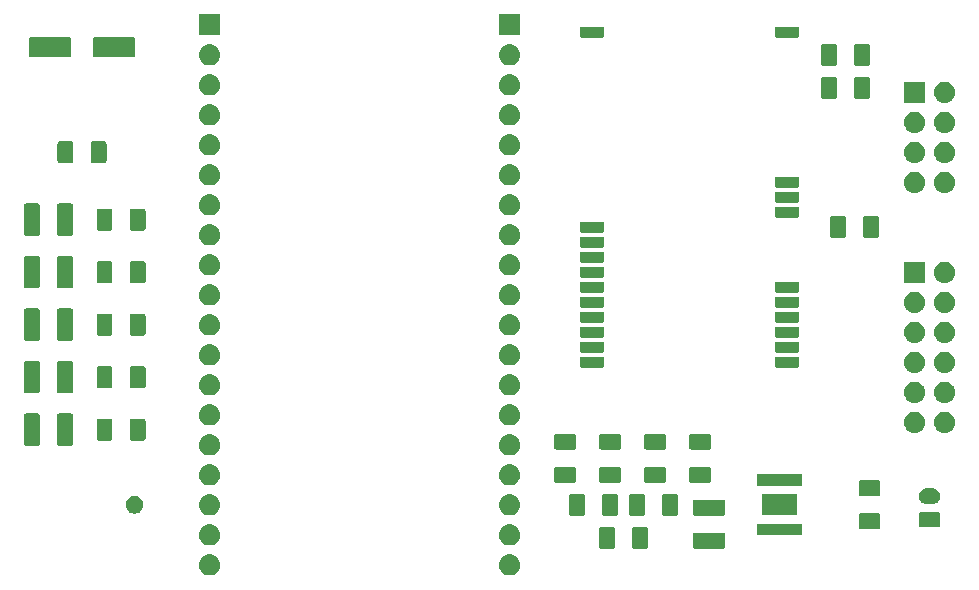
<source format=gts>
G04 #@! TF.GenerationSoftware,KiCad,Pcbnew,5.0.2-bee76a0~70~ubuntu18.10.1*
G04 #@! TF.CreationDate,2019-04-28T23:28:47+02:00*
G04 #@! TF.ProjectId,carte_RouleMaPoule,63617274-655f-4526-9f75-6c654d61506f,A*
G04 #@! TF.SameCoordinates,Original*
G04 #@! TF.FileFunction,Soldermask,Top*
G04 #@! TF.FilePolarity,Negative*
%FSLAX46Y46*%
G04 Gerber Fmt 4.6, Leading zero omitted, Abs format (unit mm)*
G04 Created by KiCad (PCBNEW 5.0.2-bee76a0~70~ubuntu18.10.1) date dim. 28 avril 2019 23:28:47 CEST*
%MOMM*%
%LPD*%
G01*
G04 APERTURE LIST*
G04 #@! TA.AperFunction,NonConductor*
%ADD10C,0.100000*%
G04 #@! TD*
G04 APERTURE END LIST*
D10*
G36*
X111870442Y-132455518D02*
X111936627Y-132462037D01*
X112049853Y-132496384D01*
X112106467Y-132513557D01*
X112245087Y-132587652D01*
X112262991Y-132597222D01*
X112298729Y-132626552D01*
X112400186Y-132709814D01*
X112483448Y-132811271D01*
X112512778Y-132847009D01*
X112512779Y-132847011D01*
X112596443Y-133003533D01*
X112596443Y-133003534D01*
X112647963Y-133173373D01*
X112665359Y-133350000D01*
X112647963Y-133526627D01*
X112613616Y-133639853D01*
X112596443Y-133696467D01*
X112522348Y-133835087D01*
X112512778Y-133852991D01*
X112483448Y-133888729D01*
X112400186Y-133990186D01*
X112298729Y-134073448D01*
X112262991Y-134102778D01*
X112262989Y-134102779D01*
X112106467Y-134186443D01*
X112049853Y-134203616D01*
X111936627Y-134237963D01*
X111870443Y-134244481D01*
X111804260Y-134251000D01*
X111715740Y-134251000D01*
X111649557Y-134244481D01*
X111583373Y-134237963D01*
X111470147Y-134203616D01*
X111413533Y-134186443D01*
X111257011Y-134102779D01*
X111257009Y-134102778D01*
X111221271Y-134073448D01*
X111119814Y-133990186D01*
X111036552Y-133888729D01*
X111007222Y-133852991D01*
X110997652Y-133835087D01*
X110923557Y-133696467D01*
X110906384Y-133639853D01*
X110872037Y-133526627D01*
X110854641Y-133350000D01*
X110872037Y-133173373D01*
X110923557Y-133003534D01*
X110923557Y-133003533D01*
X111007221Y-132847011D01*
X111007222Y-132847009D01*
X111036552Y-132811271D01*
X111119814Y-132709814D01*
X111221271Y-132626552D01*
X111257009Y-132597222D01*
X111274913Y-132587652D01*
X111413533Y-132513557D01*
X111470147Y-132496384D01*
X111583373Y-132462037D01*
X111649558Y-132455518D01*
X111715740Y-132449000D01*
X111804260Y-132449000D01*
X111870442Y-132455518D01*
X111870442Y-132455518D01*
G37*
G36*
X86470442Y-132455518D02*
X86536627Y-132462037D01*
X86649853Y-132496384D01*
X86706467Y-132513557D01*
X86845087Y-132587652D01*
X86862991Y-132597222D01*
X86898729Y-132626552D01*
X87000186Y-132709814D01*
X87083448Y-132811271D01*
X87112778Y-132847009D01*
X87112779Y-132847011D01*
X87196443Y-133003533D01*
X87196443Y-133003534D01*
X87247963Y-133173373D01*
X87265359Y-133350000D01*
X87247963Y-133526627D01*
X87213616Y-133639853D01*
X87196443Y-133696467D01*
X87122348Y-133835087D01*
X87112778Y-133852991D01*
X87083448Y-133888729D01*
X87000186Y-133990186D01*
X86898729Y-134073448D01*
X86862991Y-134102778D01*
X86862989Y-134102779D01*
X86706467Y-134186443D01*
X86649853Y-134203616D01*
X86536627Y-134237963D01*
X86470443Y-134244481D01*
X86404260Y-134251000D01*
X86315740Y-134251000D01*
X86249557Y-134244481D01*
X86183373Y-134237963D01*
X86070147Y-134203616D01*
X86013533Y-134186443D01*
X85857011Y-134102779D01*
X85857009Y-134102778D01*
X85821271Y-134073448D01*
X85719814Y-133990186D01*
X85636552Y-133888729D01*
X85607222Y-133852991D01*
X85597652Y-133835087D01*
X85523557Y-133696467D01*
X85506384Y-133639853D01*
X85472037Y-133526627D01*
X85454641Y-133350000D01*
X85472037Y-133173373D01*
X85523557Y-133003534D01*
X85523557Y-133003533D01*
X85607221Y-132847011D01*
X85607222Y-132847009D01*
X85636552Y-132811271D01*
X85719814Y-132709814D01*
X85821271Y-132626552D01*
X85857009Y-132597222D01*
X85874913Y-132587652D01*
X86013533Y-132513557D01*
X86070147Y-132496384D01*
X86183373Y-132462037D01*
X86249558Y-132455518D01*
X86315740Y-132449000D01*
X86404260Y-132449000D01*
X86470442Y-132455518D01*
X86470442Y-132455518D01*
G37*
G36*
X129869604Y-130652347D02*
X129906145Y-130663432D01*
X129939820Y-130681431D01*
X129969341Y-130705659D01*
X129993569Y-130735180D01*
X130011568Y-130768855D01*
X130022653Y-130805396D01*
X130027000Y-130849538D01*
X130027000Y-131798462D01*
X130022653Y-131842604D01*
X130011568Y-131879145D01*
X129993569Y-131912820D01*
X129969341Y-131942341D01*
X129939820Y-131966569D01*
X129906145Y-131984568D01*
X129869604Y-131995653D01*
X129825462Y-132000000D01*
X127476538Y-132000000D01*
X127432396Y-131995653D01*
X127395855Y-131984568D01*
X127362180Y-131966569D01*
X127332659Y-131942341D01*
X127308431Y-131912820D01*
X127290432Y-131879145D01*
X127279347Y-131842604D01*
X127275000Y-131798462D01*
X127275000Y-130849538D01*
X127279347Y-130805396D01*
X127290432Y-130768855D01*
X127308431Y-130735180D01*
X127332659Y-130705659D01*
X127362180Y-130681431D01*
X127395855Y-130663432D01*
X127432396Y-130652347D01*
X127476538Y-130648000D01*
X129825462Y-130648000D01*
X129869604Y-130652347D01*
X129869604Y-130652347D01*
G37*
G36*
X123327604Y-130142347D02*
X123364145Y-130153432D01*
X123397820Y-130171431D01*
X123427341Y-130195659D01*
X123451569Y-130225180D01*
X123469568Y-130258855D01*
X123480653Y-130295396D01*
X123485000Y-130339538D01*
X123485000Y-131788462D01*
X123480653Y-131832604D01*
X123469568Y-131869145D01*
X123451569Y-131902820D01*
X123427341Y-131932341D01*
X123397820Y-131956569D01*
X123364145Y-131974568D01*
X123327604Y-131985653D01*
X123283462Y-131990000D01*
X122334538Y-131990000D01*
X122290396Y-131985653D01*
X122253855Y-131974568D01*
X122220180Y-131956569D01*
X122190659Y-131932341D01*
X122166431Y-131902820D01*
X122148432Y-131869145D01*
X122137347Y-131832604D01*
X122133000Y-131788462D01*
X122133000Y-130339538D01*
X122137347Y-130295396D01*
X122148432Y-130258855D01*
X122166431Y-130225180D01*
X122190659Y-130195659D01*
X122220180Y-130171431D01*
X122253855Y-130153432D01*
X122290396Y-130142347D01*
X122334538Y-130138000D01*
X123283462Y-130138000D01*
X123327604Y-130142347D01*
X123327604Y-130142347D01*
G37*
G36*
X120527604Y-130142347D02*
X120564145Y-130153432D01*
X120597820Y-130171431D01*
X120627341Y-130195659D01*
X120651569Y-130225180D01*
X120669568Y-130258855D01*
X120680653Y-130295396D01*
X120685000Y-130339538D01*
X120685000Y-131788462D01*
X120680653Y-131832604D01*
X120669568Y-131869145D01*
X120651569Y-131902820D01*
X120627341Y-131932341D01*
X120597820Y-131956569D01*
X120564145Y-131974568D01*
X120527604Y-131985653D01*
X120483462Y-131990000D01*
X119534538Y-131990000D01*
X119490396Y-131985653D01*
X119453855Y-131974568D01*
X119420180Y-131956569D01*
X119390659Y-131932341D01*
X119366431Y-131902820D01*
X119348432Y-131869145D01*
X119337347Y-131832604D01*
X119333000Y-131788462D01*
X119333000Y-130339538D01*
X119337347Y-130295396D01*
X119348432Y-130258855D01*
X119366431Y-130225180D01*
X119390659Y-130195659D01*
X119420180Y-130171431D01*
X119453855Y-130153432D01*
X119490396Y-130142347D01*
X119534538Y-130138000D01*
X120483462Y-130138000D01*
X120527604Y-130142347D01*
X120527604Y-130142347D01*
G37*
G36*
X111870442Y-129915518D02*
X111936627Y-129922037D01*
X112049853Y-129956384D01*
X112106467Y-129973557D01*
X112214386Y-130031242D01*
X112262991Y-130057222D01*
X112276537Y-130068339D01*
X112400186Y-130169814D01*
X112472700Y-130258174D01*
X112512778Y-130307009D01*
X112512779Y-130307011D01*
X112596443Y-130463533D01*
X112596443Y-130463534D01*
X112647963Y-130633373D01*
X112665359Y-130810000D01*
X112647963Y-130986627D01*
X112613616Y-131099853D01*
X112596443Y-131156467D01*
X112522348Y-131295087D01*
X112512778Y-131312991D01*
X112483448Y-131348729D01*
X112400186Y-131450186D01*
X112298729Y-131533448D01*
X112262991Y-131562778D01*
X112262989Y-131562779D01*
X112106467Y-131646443D01*
X112049853Y-131663616D01*
X111936627Y-131697963D01*
X111870443Y-131704481D01*
X111804260Y-131711000D01*
X111715740Y-131711000D01*
X111649557Y-131704481D01*
X111583373Y-131697963D01*
X111470147Y-131663616D01*
X111413533Y-131646443D01*
X111257011Y-131562779D01*
X111257009Y-131562778D01*
X111221271Y-131533448D01*
X111119814Y-131450186D01*
X111036552Y-131348729D01*
X111007222Y-131312991D01*
X110997652Y-131295087D01*
X110923557Y-131156467D01*
X110906384Y-131099853D01*
X110872037Y-130986627D01*
X110854641Y-130810000D01*
X110872037Y-130633373D01*
X110923557Y-130463534D01*
X110923557Y-130463533D01*
X111007221Y-130307011D01*
X111007222Y-130307009D01*
X111047300Y-130258174D01*
X111119814Y-130169814D01*
X111243463Y-130068339D01*
X111257009Y-130057222D01*
X111305614Y-130031242D01*
X111413533Y-129973557D01*
X111470147Y-129956384D01*
X111583373Y-129922037D01*
X111649558Y-129915518D01*
X111715740Y-129909000D01*
X111804260Y-129909000D01*
X111870442Y-129915518D01*
X111870442Y-129915518D01*
G37*
G36*
X86470442Y-129915518D02*
X86536627Y-129922037D01*
X86649853Y-129956384D01*
X86706467Y-129973557D01*
X86814386Y-130031242D01*
X86862991Y-130057222D01*
X86876537Y-130068339D01*
X87000186Y-130169814D01*
X87072700Y-130258174D01*
X87112778Y-130307009D01*
X87112779Y-130307011D01*
X87196443Y-130463533D01*
X87196443Y-130463534D01*
X87247963Y-130633373D01*
X87265359Y-130810000D01*
X87247963Y-130986627D01*
X87213616Y-131099853D01*
X87196443Y-131156467D01*
X87122348Y-131295087D01*
X87112778Y-131312991D01*
X87083448Y-131348729D01*
X87000186Y-131450186D01*
X86898729Y-131533448D01*
X86862991Y-131562778D01*
X86862989Y-131562779D01*
X86706467Y-131646443D01*
X86649853Y-131663616D01*
X86536627Y-131697963D01*
X86470443Y-131704481D01*
X86404260Y-131711000D01*
X86315740Y-131711000D01*
X86249557Y-131704481D01*
X86183373Y-131697963D01*
X86070147Y-131663616D01*
X86013533Y-131646443D01*
X85857011Y-131562779D01*
X85857009Y-131562778D01*
X85821271Y-131533448D01*
X85719814Y-131450186D01*
X85636552Y-131348729D01*
X85607222Y-131312991D01*
X85597652Y-131295087D01*
X85523557Y-131156467D01*
X85506384Y-131099853D01*
X85472037Y-130986627D01*
X85454641Y-130810000D01*
X85472037Y-130633373D01*
X85523557Y-130463534D01*
X85523557Y-130463533D01*
X85607221Y-130307011D01*
X85607222Y-130307009D01*
X85647300Y-130258174D01*
X85719814Y-130169814D01*
X85843463Y-130068339D01*
X85857009Y-130057222D01*
X85905614Y-130031242D01*
X86013533Y-129973557D01*
X86070147Y-129956384D01*
X86183373Y-129922037D01*
X86249558Y-129915518D01*
X86315740Y-129909000D01*
X86404260Y-129909000D01*
X86470442Y-129915518D01*
X86470442Y-129915518D01*
G37*
G36*
X136506000Y-130871000D02*
X132734000Y-130871000D01*
X132734000Y-129879000D01*
X136506000Y-129879000D01*
X136506000Y-130871000D01*
X136506000Y-130871000D01*
G37*
G36*
X143008604Y-128998347D02*
X143045145Y-129009432D01*
X143078820Y-129027431D01*
X143108341Y-129051659D01*
X143132569Y-129081180D01*
X143150568Y-129114855D01*
X143161653Y-129151396D01*
X143166000Y-129195538D01*
X143166000Y-130144462D01*
X143161653Y-130188604D01*
X143150568Y-130225145D01*
X143132569Y-130258820D01*
X143108341Y-130288341D01*
X143078820Y-130312569D01*
X143045145Y-130330568D01*
X143008604Y-130341653D01*
X142964462Y-130346000D01*
X141515538Y-130346000D01*
X141471396Y-130341653D01*
X141434855Y-130330568D01*
X141401180Y-130312569D01*
X141371659Y-130288341D01*
X141347431Y-130258820D01*
X141329432Y-130225145D01*
X141318347Y-130188604D01*
X141314000Y-130144462D01*
X141314000Y-129195538D01*
X141318347Y-129151396D01*
X141329432Y-129114855D01*
X141347431Y-129081180D01*
X141371659Y-129051659D01*
X141401180Y-129027431D01*
X141434855Y-129009432D01*
X141471396Y-128998347D01*
X141515538Y-128994000D01*
X142964462Y-128994000D01*
X143008604Y-128998347D01*
X143008604Y-128998347D01*
G37*
G36*
X148086242Y-128893404D02*
X148123339Y-128904657D01*
X148157520Y-128922927D01*
X148187482Y-128947518D01*
X148212073Y-128977480D01*
X148230343Y-129011661D01*
X148241596Y-129048758D01*
X148246000Y-129093473D01*
X148246000Y-129986527D01*
X148241596Y-130031242D01*
X148230343Y-130068339D01*
X148212073Y-130102520D01*
X148187482Y-130132482D01*
X148157520Y-130157073D01*
X148123339Y-130175343D01*
X148086242Y-130186596D01*
X148041527Y-130191000D01*
X146598473Y-130191000D01*
X146553758Y-130186596D01*
X146516661Y-130175343D01*
X146482480Y-130157073D01*
X146452518Y-130132482D01*
X146427927Y-130102520D01*
X146409657Y-130068339D01*
X146398404Y-130031242D01*
X146394000Y-129986527D01*
X146394000Y-129093473D01*
X146398404Y-129048758D01*
X146409657Y-129011661D01*
X146427927Y-128977480D01*
X146452518Y-128947518D01*
X146482480Y-128922927D01*
X146516661Y-128904657D01*
X146553758Y-128893404D01*
X146598473Y-128889000D01*
X148041527Y-128889000D01*
X148086242Y-128893404D01*
X148086242Y-128893404D01*
G37*
G36*
X129869604Y-127852347D02*
X129906145Y-127863432D01*
X129939820Y-127881431D01*
X129969341Y-127905659D01*
X129993569Y-127935180D01*
X130011568Y-127968855D01*
X130022653Y-128005396D01*
X130027000Y-128049538D01*
X130027000Y-128998462D01*
X130022653Y-129042604D01*
X130011568Y-129079145D01*
X129993569Y-129112820D01*
X129969341Y-129142341D01*
X129939820Y-129166569D01*
X129906145Y-129184568D01*
X129869604Y-129195653D01*
X129825462Y-129200000D01*
X127476538Y-129200000D01*
X127432396Y-129195653D01*
X127395855Y-129184568D01*
X127362180Y-129166569D01*
X127332659Y-129142341D01*
X127308431Y-129112820D01*
X127290432Y-129079145D01*
X127279347Y-129042604D01*
X127275000Y-128998462D01*
X127275000Y-128049538D01*
X127279347Y-128005396D01*
X127290432Y-127968855D01*
X127308431Y-127935180D01*
X127332659Y-127905659D01*
X127362180Y-127881431D01*
X127395855Y-127863432D01*
X127432396Y-127852347D01*
X127476538Y-127848000D01*
X129825462Y-127848000D01*
X129869604Y-127852347D01*
X129869604Y-127852347D01*
G37*
G36*
X117987604Y-127348347D02*
X118024145Y-127359432D01*
X118057820Y-127377431D01*
X118087341Y-127401659D01*
X118111569Y-127431180D01*
X118129568Y-127464855D01*
X118140653Y-127501396D01*
X118145000Y-127545538D01*
X118145000Y-128994462D01*
X118140653Y-129038604D01*
X118129568Y-129075145D01*
X118111569Y-129108820D01*
X118087341Y-129138341D01*
X118057820Y-129162569D01*
X118024145Y-129180568D01*
X117987604Y-129191653D01*
X117943462Y-129196000D01*
X116994538Y-129196000D01*
X116950396Y-129191653D01*
X116913855Y-129180568D01*
X116880180Y-129162569D01*
X116850659Y-129138341D01*
X116826431Y-129108820D01*
X116808432Y-129075145D01*
X116797347Y-129038604D01*
X116793000Y-128994462D01*
X116793000Y-127545538D01*
X116797347Y-127501396D01*
X116808432Y-127464855D01*
X116826431Y-127431180D01*
X116850659Y-127401659D01*
X116880180Y-127377431D01*
X116913855Y-127359432D01*
X116950396Y-127348347D01*
X116994538Y-127344000D01*
X117943462Y-127344000D01*
X117987604Y-127348347D01*
X117987604Y-127348347D01*
G37*
G36*
X125867604Y-127348347D02*
X125904145Y-127359432D01*
X125937820Y-127377431D01*
X125967341Y-127401659D01*
X125991569Y-127431180D01*
X126009568Y-127464855D01*
X126020653Y-127501396D01*
X126025000Y-127545538D01*
X126025000Y-128994462D01*
X126020653Y-129038604D01*
X126009568Y-129075145D01*
X125991569Y-129108820D01*
X125967341Y-129138341D01*
X125937820Y-129162569D01*
X125904145Y-129180568D01*
X125867604Y-129191653D01*
X125823462Y-129196000D01*
X124874538Y-129196000D01*
X124830396Y-129191653D01*
X124793855Y-129180568D01*
X124760180Y-129162569D01*
X124730659Y-129138341D01*
X124706431Y-129108820D01*
X124688432Y-129075145D01*
X124677347Y-129038604D01*
X124673000Y-128994462D01*
X124673000Y-127545538D01*
X124677347Y-127501396D01*
X124688432Y-127464855D01*
X124706431Y-127431180D01*
X124730659Y-127401659D01*
X124760180Y-127377431D01*
X124793855Y-127359432D01*
X124830396Y-127348347D01*
X124874538Y-127344000D01*
X125823462Y-127344000D01*
X125867604Y-127348347D01*
X125867604Y-127348347D01*
G37*
G36*
X123067604Y-127348347D02*
X123104145Y-127359432D01*
X123137820Y-127377431D01*
X123167341Y-127401659D01*
X123191569Y-127431180D01*
X123209568Y-127464855D01*
X123220653Y-127501396D01*
X123225000Y-127545538D01*
X123225000Y-128994462D01*
X123220653Y-129038604D01*
X123209568Y-129075145D01*
X123191569Y-129108820D01*
X123167341Y-129138341D01*
X123137820Y-129162569D01*
X123104145Y-129180568D01*
X123067604Y-129191653D01*
X123023462Y-129196000D01*
X122074538Y-129196000D01*
X122030396Y-129191653D01*
X121993855Y-129180568D01*
X121960180Y-129162569D01*
X121930659Y-129138341D01*
X121906431Y-129108820D01*
X121888432Y-129075145D01*
X121877347Y-129038604D01*
X121873000Y-128994462D01*
X121873000Y-127545538D01*
X121877347Y-127501396D01*
X121888432Y-127464855D01*
X121906431Y-127431180D01*
X121930659Y-127401659D01*
X121960180Y-127377431D01*
X121993855Y-127359432D01*
X122030396Y-127348347D01*
X122074538Y-127344000D01*
X123023462Y-127344000D01*
X123067604Y-127348347D01*
X123067604Y-127348347D01*
G37*
G36*
X120787604Y-127348347D02*
X120824145Y-127359432D01*
X120857820Y-127377431D01*
X120887341Y-127401659D01*
X120911569Y-127431180D01*
X120929568Y-127464855D01*
X120940653Y-127501396D01*
X120945000Y-127545538D01*
X120945000Y-128994462D01*
X120940653Y-129038604D01*
X120929568Y-129075145D01*
X120911569Y-129108820D01*
X120887341Y-129138341D01*
X120857820Y-129162569D01*
X120824145Y-129180568D01*
X120787604Y-129191653D01*
X120743462Y-129196000D01*
X119794538Y-129196000D01*
X119750396Y-129191653D01*
X119713855Y-129180568D01*
X119680180Y-129162569D01*
X119650659Y-129138341D01*
X119626431Y-129108820D01*
X119608432Y-129075145D01*
X119597347Y-129038604D01*
X119593000Y-128994462D01*
X119593000Y-127545538D01*
X119597347Y-127501396D01*
X119608432Y-127464855D01*
X119626431Y-127431180D01*
X119650659Y-127401659D01*
X119680180Y-127377431D01*
X119713855Y-127359432D01*
X119750396Y-127348347D01*
X119794538Y-127344000D01*
X120743462Y-127344000D01*
X120787604Y-127348347D01*
X120787604Y-127348347D01*
G37*
G36*
X111870442Y-127375518D02*
X111936627Y-127382037D01*
X112036661Y-127412382D01*
X112106467Y-127433557D01*
X112168663Y-127466802D01*
X112262991Y-127517222D01*
X112292760Y-127541653D01*
X112400186Y-127629814D01*
X112483448Y-127731271D01*
X112512778Y-127767009D01*
X112512779Y-127767011D01*
X112596443Y-127923533D01*
X112599976Y-127935180D01*
X112647963Y-128093373D01*
X112665359Y-128270000D01*
X112647963Y-128446627D01*
X112635092Y-128489056D01*
X112596443Y-128616467D01*
X112591490Y-128625733D01*
X112512778Y-128772991D01*
X112483448Y-128808729D01*
X112400186Y-128910186D01*
X112317124Y-128978352D01*
X112262991Y-129022778D01*
X112262989Y-129022779D01*
X112106467Y-129106443D01*
X112072317Y-129116802D01*
X111936627Y-129157963D01*
X111870442Y-129164482D01*
X111804260Y-129171000D01*
X111715740Y-129171000D01*
X111649558Y-129164482D01*
X111583373Y-129157963D01*
X111447683Y-129116802D01*
X111413533Y-129106443D01*
X111257011Y-129022779D01*
X111257009Y-129022778D01*
X111202876Y-128978352D01*
X111119814Y-128910186D01*
X111036552Y-128808729D01*
X111007222Y-128772991D01*
X110928510Y-128625733D01*
X110923557Y-128616467D01*
X110884908Y-128489056D01*
X110872037Y-128446627D01*
X110854641Y-128270000D01*
X110872037Y-128093373D01*
X110920024Y-127935180D01*
X110923557Y-127923533D01*
X111007221Y-127767011D01*
X111007222Y-127767009D01*
X111036552Y-127731271D01*
X111119814Y-127629814D01*
X111227240Y-127541653D01*
X111257009Y-127517222D01*
X111351337Y-127466802D01*
X111413533Y-127433557D01*
X111483339Y-127412382D01*
X111583373Y-127382037D01*
X111649558Y-127375518D01*
X111715740Y-127369000D01*
X111804260Y-127369000D01*
X111870442Y-127375518D01*
X111870442Y-127375518D01*
G37*
G36*
X86470442Y-127375518D02*
X86536627Y-127382037D01*
X86636661Y-127412382D01*
X86706467Y-127433557D01*
X86768663Y-127466802D01*
X86862991Y-127517222D01*
X86892760Y-127541653D01*
X87000186Y-127629814D01*
X87083448Y-127731271D01*
X87112778Y-127767009D01*
X87112779Y-127767011D01*
X87196443Y-127923533D01*
X87199976Y-127935180D01*
X87247963Y-128093373D01*
X87265359Y-128270000D01*
X87247963Y-128446627D01*
X87235092Y-128489056D01*
X87196443Y-128616467D01*
X87191490Y-128625733D01*
X87112778Y-128772991D01*
X87083448Y-128808729D01*
X87000186Y-128910186D01*
X86917124Y-128978352D01*
X86862991Y-129022778D01*
X86862989Y-129022779D01*
X86706467Y-129106443D01*
X86672317Y-129116802D01*
X86536627Y-129157963D01*
X86470442Y-129164482D01*
X86404260Y-129171000D01*
X86315740Y-129171000D01*
X86249558Y-129164482D01*
X86183373Y-129157963D01*
X86047683Y-129116802D01*
X86013533Y-129106443D01*
X85857011Y-129022779D01*
X85857009Y-129022778D01*
X85802876Y-128978352D01*
X85719814Y-128910186D01*
X85636552Y-128808729D01*
X85607222Y-128772991D01*
X85528510Y-128625733D01*
X85523557Y-128616467D01*
X85484908Y-128489056D01*
X85472037Y-128446627D01*
X85454641Y-128270000D01*
X85472037Y-128093373D01*
X85520024Y-127935180D01*
X85523557Y-127923533D01*
X85607221Y-127767011D01*
X85607222Y-127767009D01*
X85636552Y-127731271D01*
X85719814Y-127629814D01*
X85827240Y-127541653D01*
X85857009Y-127517222D01*
X85951337Y-127466802D01*
X86013533Y-127433557D01*
X86083339Y-127412382D01*
X86183373Y-127382037D01*
X86249558Y-127375518D01*
X86315740Y-127369000D01*
X86404260Y-127369000D01*
X86470442Y-127375518D01*
X86470442Y-127375518D01*
G37*
G36*
X136096000Y-129146000D02*
X133144000Y-129146000D01*
X133144000Y-127394000D01*
X136096000Y-127394000D01*
X136096000Y-129146000D01*
X136096000Y-129146000D01*
G37*
G36*
X80142004Y-127530544D02*
X80229059Y-127547860D01*
X80365732Y-127604472D01*
X80365733Y-127604473D01*
X80488738Y-127686662D01*
X80593338Y-127791262D01*
X80593340Y-127791265D01*
X80675528Y-127914268D01*
X80732140Y-128050941D01*
X80761000Y-128196033D01*
X80761000Y-128343967D01*
X80732140Y-128489059D01*
X80675528Y-128625732D01*
X80675527Y-128625733D01*
X80593338Y-128748738D01*
X80488738Y-128853338D01*
X80488735Y-128853340D01*
X80365732Y-128935528D01*
X80229059Y-128992140D01*
X80142124Y-129009432D01*
X80083969Y-129021000D01*
X79936031Y-129021000D01*
X79877876Y-129009432D01*
X79790941Y-128992140D01*
X79654268Y-128935528D01*
X79531265Y-128853340D01*
X79531262Y-128853338D01*
X79426662Y-128748738D01*
X79344473Y-128625733D01*
X79344472Y-128625732D01*
X79287860Y-128489059D01*
X79259000Y-128343967D01*
X79259000Y-128196033D01*
X79287860Y-128050941D01*
X79344472Y-127914268D01*
X79426660Y-127791265D01*
X79426662Y-127791262D01*
X79531262Y-127686662D01*
X79654267Y-127604473D01*
X79654268Y-127604472D01*
X79790941Y-127547860D01*
X79877996Y-127530544D01*
X79936031Y-127519000D01*
X80083969Y-127519000D01*
X80142004Y-127530544D01*
X80142004Y-127530544D01*
G37*
G36*
X147658855Y-126892140D02*
X147722618Y-126898420D01*
X147804427Y-126923237D01*
X147845333Y-126935645D01*
X147945491Y-126989181D01*
X147958426Y-126996095D01*
X148057553Y-127077447D01*
X148138905Y-127176574D01*
X148138906Y-127176576D01*
X148199355Y-127289667D01*
X148199355Y-127289668D01*
X148236580Y-127412382D01*
X148249149Y-127540000D01*
X148236580Y-127667618D01*
X148230803Y-127686662D01*
X148199355Y-127790333D01*
X148160282Y-127863432D01*
X148138905Y-127903426D01*
X148057553Y-128002553D01*
X147958426Y-128083905D01*
X147958424Y-128083906D01*
X147845333Y-128144355D01*
X147804427Y-128156763D01*
X147722618Y-128181580D01*
X147658855Y-128187860D01*
X147626974Y-128191000D01*
X147013026Y-128191000D01*
X146981145Y-128187860D01*
X146917382Y-128181580D01*
X146835573Y-128156763D01*
X146794667Y-128144355D01*
X146681576Y-128083906D01*
X146681574Y-128083905D01*
X146582447Y-128002553D01*
X146501095Y-127903426D01*
X146479718Y-127863432D01*
X146440645Y-127790333D01*
X146409197Y-127686662D01*
X146403420Y-127667618D01*
X146390851Y-127540000D01*
X146403420Y-127412382D01*
X146440645Y-127289668D01*
X146440645Y-127289667D01*
X146501094Y-127176576D01*
X146501095Y-127176574D01*
X146582447Y-127077447D01*
X146681574Y-126996095D01*
X146694509Y-126989181D01*
X146794667Y-126935645D01*
X146835573Y-126923237D01*
X146917382Y-126898420D01*
X146981145Y-126892140D01*
X147013026Y-126889000D01*
X147626974Y-126889000D01*
X147658855Y-126892140D01*
X147658855Y-126892140D01*
G37*
G36*
X143008604Y-126198347D02*
X143045145Y-126209432D01*
X143078820Y-126227431D01*
X143108341Y-126251659D01*
X143132569Y-126281180D01*
X143150568Y-126314855D01*
X143161653Y-126351396D01*
X143166000Y-126395538D01*
X143166000Y-127344462D01*
X143161653Y-127388604D01*
X143150568Y-127425145D01*
X143132569Y-127458820D01*
X143108341Y-127488341D01*
X143078820Y-127512569D01*
X143045145Y-127530568D01*
X143008604Y-127541653D01*
X142964462Y-127546000D01*
X141515538Y-127546000D01*
X141471396Y-127541653D01*
X141434855Y-127530568D01*
X141401180Y-127512569D01*
X141371659Y-127488341D01*
X141347431Y-127458820D01*
X141329432Y-127425145D01*
X141318347Y-127388604D01*
X141314000Y-127344462D01*
X141314000Y-126395538D01*
X141318347Y-126351396D01*
X141329432Y-126314855D01*
X141347431Y-126281180D01*
X141371659Y-126251659D01*
X141401180Y-126227431D01*
X141434855Y-126209432D01*
X141471396Y-126198347D01*
X141515538Y-126194000D01*
X142964462Y-126194000D01*
X143008604Y-126198347D01*
X143008604Y-126198347D01*
G37*
G36*
X136506000Y-126661000D02*
X132734000Y-126661000D01*
X132734000Y-125669000D01*
X136506000Y-125669000D01*
X136506000Y-126661000D01*
X136506000Y-126661000D01*
G37*
G36*
X111870443Y-124835519D02*
X111936627Y-124842037D01*
X112049853Y-124876384D01*
X112106467Y-124893557D01*
X112245087Y-124967652D01*
X112262991Y-124977222D01*
X112298729Y-125006552D01*
X112400186Y-125089814D01*
X112469417Y-125174174D01*
X112512778Y-125227009D01*
X112512779Y-125227011D01*
X112596443Y-125383533D01*
X112596443Y-125383534D01*
X112647963Y-125553373D01*
X112665359Y-125730000D01*
X112647963Y-125906627D01*
X112613616Y-126019853D01*
X112596443Y-126076467D01*
X112564835Y-126135600D01*
X112512778Y-126232991D01*
X112497457Y-126251659D01*
X112400186Y-126370186D01*
X112298729Y-126453448D01*
X112262991Y-126482778D01*
X112262989Y-126482779D01*
X112106467Y-126566443D01*
X112049853Y-126583616D01*
X111936627Y-126617963D01*
X111870442Y-126624482D01*
X111804260Y-126631000D01*
X111715740Y-126631000D01*
X111649558Y-126624482D01*
X111583373Y-126617963D01*
X111470147Y-126583616D01*
X111413533Y-126566443D01*
X111257011Y-126482779D01*
X111257009Y-126482778D01*
X111221271Y-126453448D01*
X111119814Y-126370186D01*
X111022543Y-126251659D01*
X111007222Y-126232991D01*
X110955165Y-126135600D01*
X110923557Y-126076467D01*
X110906384Y-126019853D01*
X110872037Y-125906627D01*
X110854641Y-125730000D01*
X110872037Y-125553373D01*
X110923557Y-125383534D01*
X110923557Y-125383533D01*
X111007221Y-125227011D01*
X111007222Y-125227009D01*
X111050583Y-125174174D01*
X111119814Y-125089814D01*
X111221271Y-125006552D01*
X111257009Y-124977222D01*
X111274913Y-124967652D01*
X111413533Y-124893557D01*
X111470147Y-124876384D01*
X111583373Y-124842037D01*
X111649557Y-124835519D01*
X111715740Y-124829000D01*
X111804260Y-124829000D01*
X111870443Y-124835519D01*
X111870443Y-124835519D01*
G37*
G36*
X86470443Y-124835519D02*
X86536627Y-124842037D01*
X86649853Y-124876384D01*
X86706467Y-124893557D01*
X86845087Y-124967652D01*
X86862991Y-124977222D01*
X86898729Y-125006552D01*
X87000186Y-125089814D01*
X87069417Y-125174174D01*
X87112778Y-125227009D01*
X87112779Y-125227011D01*
X87196443Y-125383533D01*
X87196443Y-125383534D01*
X87247963Y-125553373D01*
X87265359Y-125730000D01*
X87247963Y-125906627D01*
X87213616Y-126019853D01*
X87196443Y-126076467D01*
X87164835Y-126135600D01*
X87112778Y-126232991D01*
X87097457Y-126251659D01*
X87000186Y-126370186D01*
X86898729Y-126453448D01*
X86862991Y-126482778D01*
X86862989Y-126482779D01*
X86706467Y-126566443D01*
X86649853Y-126583616D01*
X86536627Y-126617963D01*
X86470442Y-126624482D01*
X86404260Y-126631000D01*
X86315740Y-126631000D01*
X86249558Y-126624482D01*
X86183373Y-126617963D01*
X86070147Y-126583616D01*
X86013533Y-126566443D01*
X85857011Y-126482779D01*
X85857009Y-126482778D01*
X85821271Y-126453448D01*
X85719814Y-126370186D01*
X85622543Y-126251659D01*
X85607222Y-126232991D01*
X85555165Y-126135600D01*
X85523557Y-126076467D01*
X85506384Y-126019853D01*
X85472037Y-125906627D01*
X85454641Y-125730000D01*
X85472037Y-125553373D01*
X85523557Y-125383534D01*
X85523557Y-125383533D01*
X85607221Y-125227011D01*
X85607222Y-125227009D01*
X85650583Y-125174174D01*
X85719814Y-125089814D01*
X85821271Y-125006552D01*
X85857009Y-124977222D01*
X85874913Y-124967652D01*
X86013533Y-124893557D01*
X86070147Y-124876384D01*
X86183373Y-124842037D01*
X86249557Y-124835519D01*
X86315740Y-124829000D01*
X86404260Y-124829000D01*
X86470443Y-124835519D01*
X86470443Y-124835519D01*
G37*
G36*
X117227604Y-125058347D02*
X117264145Y-125069432D01*
X117297820Y-125087431D01*
X117327341Y-125111659D01*
X117351569Y-125141180D01*
X117369568Y-125174855D01*
X117380653Y-125211396D01*
X117385000Y-125255538D01*
X117385000Y-126204462D01*
X117380653Y-126248604D01*
X117369568Y-126285145D01*
X117351569Y-126318820D01*
X117327341Y-126348341D01*
X117297820Y-126372569D01*
X117264145Y-126390568D01*
X117227604Y-126401653D01*
X117183462Y-126406000D01*
X115734538Y-126406000D01*
X115690396Y-126401653D01*
X115653855Y-126390568D01*
X115620180Y-126372569D01*
X115590659Y-126348341D01*
X115566431Y-126318820D01*
X115548432Y-126285145D01*
X115537347Y-126248604D01*
X115533000Y-126204462D01*
X115533000Y-125255538D01*
X115537347Y-125211396D01*
X115548432Y-125174855D01*
X115566431Y-125141180D01*
X115590659Y-125111659D01*
X115620180Y-125087431D01*
X115653855Y-125069432D01*
X115690396Y-125058347D01*
X115734538Y-125054000D01*
X117183462Y-125054000D01*
X117227604Y-125058347D01*
X117227604Y-125058347D01*
G37*
G36*
X128657604Y-125058347D02*
X128694145Y-125069432D01*
X128727820Y-125087431D01*
X128757341Y-125111659D01*
X128781569Y-125141180D01*
X128799568Y-125174855D01*
X128810653Y-125211396D01*
X128815000Y-125255538D01*
X128815000Y-126204462D01*
X128810653Y-126248604D01*
X128799568Y-126285145D01*
X128781569Y-126318820D01*
X128757341Y-126348341D01*
X128727820Y-126372569D01*
X128694145Y-126390568D01*
X128657604Y-126401653D01*
X128613462Y-126406000D01*
X127164538Y-126406000D01*
X127120396Y-126401653D01*
X127083855Y-126390568D01*
X127050180Y-126372569D01*
X127020659Y-126348341D01*
X126996431Y-126318820D01*
X126978432Y-126285145D01*
X126967347Y-126248604D01*
X126963000Y-126204462D01*
X126963000Y-125255538D01*
X126967347Y-125211396D01*
X126978432Y-125174855D01*
X126996431Y-125141180D01*
X127020659Y-125111659D01*
X127050180Y-125087431D01*
X127083855Y-125069432D01*
X127120396Y-125058347D01*
X127164538Y-125054000D01*
X128613462Y-125054000D01*
X128657604Y-125058347D01*
X128657604Y-125058347D01*
G37*
G36*
X124847604Y-125058347D02*
X124884145Y-125069432D01*
X124917820Y-125087431D01*
X124947341Y-125111659D01*
X124971569Y-125141180D01*
X124989568Y-125174855D01*
X125000653Y-125211396D01*
X125005000Y-125255538D01*
X125005000Y-126204462D01*
X125000653Y-126248604D01*
X124989568Y-126285145D01*
X124971569Y-126318820D01*
X124947341Y-126348341D01*
X124917820Y-126372569D01*
X124884145Y-126390568D01*
X124847604Y-126401653D01*
X124803462Y-126406000D01*
X123354538Y-126406000D01*
X123310396Y-126401653D01*
X123273855Y-126390568D01*
X123240180Y-126372569D01*
X123210659Y-126348341D01*
X123186431Y-126318820D01*
X123168432Y-126285145D01*
X123157347Y-126248604D01*
X123153000Y-126204462D01*
X123153000Y-125255538D01*
X123157347Y-125211396D01*
X123168432Y-125174855D01*
X123186431Y-125141180D01*
X123210659Y-125111659D01*
X123240180Y-125087431D01*
X123273855Y-125069432D01*
X123310396Y-125058347D01*
X123354538Y-125054000D01*
X124803462Y-125054000D01*
X124847604Y-125058347D01*
X124847604Y-125058347D01*
G37*
G36*
X121037604Y-125058347D02*
X121074145Y-125069432D01*
X121107820Y-125087431D01*
X121137341Y-125111659D01*
X121161569Y-125141180D01*
X121179568Y-125174855D01*
X121190653Y-125211396D01*
X121195000Y-125255538D01*
X121195000Y-126204462D01*
X121190653Y-126248604D01*
X121179568Y-126285145D01*
X121161569Y-126318820D01*
X121137341Y-126348341D01*
X121107820Y-126372569D01*
X121074145Y-126390568D01*
X121037604Y-126401653D01*
X120993462Y-126406000D01*
X119544538Y-126406000D01*
X119500396Y-126401653D01*
X119463855Y-126390568D01*
X119430180Y-126372569D01*
X119400659Y-126348341D01*
X119376431Y-126318820D01*
X119358432Y-126285145D01*
X119347347Y-126248604D01*
X119343000Y-126204462D01*
X119343000Y-125255538D01*
X119347347Y-125211396D01*
X119358432Y-125174855D01*
X119376431Y-125141180D01*
X119400659Y-125111659D01*
X119430180Y-125087431D01*
X119463855Y-125069432D01*
X119500396Y-125058347D01*
X119544538Y-125054000D01*
X120993462Y-125054000D01*
X121037604Y-125058347D01*
X121037604Y-125058347D01*
G37*
G36*
X111870443Y-122295519D02*
X111936627Y-122302037D01*
X112039351Y-122333198D01*
X112106467Y-122353557D01*
X112232496Y-122420922D01*
X112262991Y-122437222D01*
X112285309Y-122455538D01*
X112400186Y-122549814D01*
X112477860Y-122644462D01*
X112512778Y-122687009D01*
X112522348Y-122704913D01*
X112596443Y-122843533D01*
X112596443Y-122843534D01*
X112647963Y-123013373D01*
X112665359Y-123190000D01*
X112647963Y-123366627D01*
X112613616Y-123479853D01*
X112596443Y-123536467D01*
X112561600Y-123601653D01*
X112512778Y-123692991D01*
X112483448Y-123728729D01*
X112400186Y-123830186D01*
X112298729Y-123913448D01*
X112262991Y-123942778D01*
X112262989Y-123942779D01*
X112106467Y-124026443D01*
X112049853Y-124043616D01*
X111936627Y-124077963D01*
X111870442Y-124084482D01*
X111804260Y-124091000D01*
X111715740Y-124091000D01*
X111649558Y-124084482D01*
X111583373Y-124077963D01*
X111470147Y-124043616D01*
X111413533Y-124026443D01*
X111257011Y-123942779D01*
X111257009Y-123942778D01*
X111221271Y-123913448D01*
X111119814Y-123830186D01*
X111036552Y-123728729D01*
X111007222Y-123692991D01*
X110958400Y-123601653D01*
X110923557Y-123536467D01*
X110906384Y-123479853D01*
X110872037Y-123366627D01*
X110854641Y-123190000D01*
X110872037Y-123013373D01*
X110923557Y-122843534D01*
X110923557Y-122843533D01*
X110997652Y-122704913D01*
X111007222Y-122687009D01*
X111042140Y-122644462D01*
X111119814Y-122549814D01*
X111234691Y-122455538D01*
X111257009Y-122437222D01*
X111287504Y-122420922D01*
X111413533Y-122353557D01*
X111480649Y-122333198D01*
X111583373Y-122302037D01*
X111649557Y-122295519D01*
X111715740Y-122289000D01*
X111804260Y-122289000D01*
X111870443Y-122295519D01*
X111870443Y-122295519D01*
G37*
G36*
X86470443Y-122295519D02*
X86536627Y-122302037D01*
X86639351Y-122333198D01*
X86706467Y-122353557D01*
X86832496Y-122420922D01*
X86862991Y-122437222D01*
X86885309Y-122455538D01*
X87000186Y-122549814D01*
X87077860Y-122644462D01*
X87112778Y-122687009D01*
X87122348Y-122704913D01*
X87196443Y-122843533D01*
X87196443Y-122843534D01*
X87247963Y-123013373D01*
X87265359Y-123190000D01*
X87247963Y-123366627D01*
X87213616Y-123479853D01*
X87196443Y-123536467D01*
X87161600Y-123601653D01*
X87112778Y-123692991D01*
X87083448Y-123728729D01*
X87000186Y-123830186D01*
X86898729Y-123913448D01*
X86862991Y-123942778D01*
X86862989Y-123942779D01*
X86706467Y-124026443D01*
X86649853Y-124043616D01*
X86536627Y-124077963D01*
X86470442Y-124084482D01*
X86404260Y-124091000D01*
X86315740Y-124091000D01*
X86249558Y-124084482D01*
X86183373Y-124077963D01*
X86070147Y-124043616D01*
X86013533Y-124026443D01*
X85857011Y-123942779D01*
X85857009Y-123942778D01*
X85821271Y-123913448D01*
X85719814Y-123830186D01*
X85636552Y-123728729D01*
X85607222Y-123692991D01*
X85558400Y-123601653D01*
X85523557Y-123536467D01*
X85506384Y-123479853D01*
X85472037Y-123366627D01*
X85454641Y-123190000D01*
X85472037Y-123013373D01*
X85523557Y-122843534D01*
X85523557Y-122843533D01*
X85597652Y-122704913D01*
X85607222Y-122687009D01*
X85642140Y-122644462D01*
X85719814Y-122549814D01*
X85834691Y-122455538D01*
X85857009Y-122437222D01*
X85887504Y-122420922D01*
X86013533Y-122353557D01*
X86080649Y-122333198D01*
X86183373Y-122302037D01*
X86249557Y-122295519D01*
X86315740Y-122289000D01*
X86404260Y-122289000D01*
X86470443Y-122295519D01*
X86470443Y-122295519D01*
G37*
G36*
X124847604Y-122258347D02*
X124884145Y-122269432D01*
X124917820Y-122287431D01*
X124947341Y-122311659D01*
X124971569Y-122341180D01*
X124989568Y-122374855D01*
X125000653Y-122411396D01*
X125005000Y-122455538D01*
X125005000Y-123404462D01*
X125000653Y-123448604D01*
X124989568Y-123485145D01*
X124971569Y-123518820D01*
X124947341Y-123548341D01*
X124917820Y-123572569D01*
X124884145Y-123590568D01*
X124847604Y-123601653D01*
X124803462Y-123606000D01*
X123354538Y-123606000D01*
X123310396Y-123601653D01*
X123273855Y-123590568D01*
X123240180Y-123572569D01*
X123210659Y-123548341D01*
X123186431Y-123518820D01*
X123168432Y-123485145D01*
X123157347Y-123448604D01*
X123153000Y-123404462D01*
X123153000Y-122455538D01*
X123157347Y-122411396D01*
X123168432Y-122374855D01*
X123186431Y-122341180D01*
X123210659Y-122311659D01*
X123240180Y-122287431D01*
X123273855Y-122269432D01*
X123310396Y-122258347D01*
X123354538Y-122254000D01*
X124803462Y-122254000D01*
X124847604Y-122258347D01*
X124847604Y-122258347D01*
G37*
G36*
X121037604Y-122258347D02*
X121074145Y-122269432D01*
X121107820Y-122287431D01*
X121137341Y-122311659D01*
X121161569Y-122341180D01*
X121179568Y-122374855D01*
X121190653Y-122411396D01*
X121195000Y-122455538D01*
X121195000Y-123404462D01*
X121190653Y-123448604D01*
X121179568Y-123485145D01*
X121161569Y-123518820D01*
X121137341Y-123548341D01*
X121107820Y-123572569D01*
X121074145Y-123590568D01*
X121037604Y-123601653D01*
X120993462Y-123606000D01*
X119544538Y-123606000D01*
X119500396Y-123601653D01*
X119463855Y-123590568D01*
X119430180Y-123572569D01*
X119400659Y-123548341D01*
X119376431Y-123518820D01*
X119358432Y-123485145D01*
X119347347Y-123448604D01*
X119343000Y-123404462D01*
X119343000Y-122455538D01*
X119347347Y-122411396D01*
X119358432Y-122374855D01*
X119376431Y-122341180D01*
X119400659Y-122311659D01*
X119430180Y-122287431D01*
X119463855Y-122269432D01*
X119500396Y-122258347D01*
X119544538Y-122254000D01*
X120993462Y-122254000D01*
X121037604Y-122258347D01*
X121037604Y-122258347D01*
G37*
G36*
X117227604Y-122258347D02*
X117264145Y-122269432D01*
X117297820Y-122287431D01*
X117327341Y-122311659D01*
X117351569Y-122341180D01*
X117369568Y-122374855D01*
X117380653Y-122411396D01*
X117385000Y-122455538D01*
X117385000Y-123404462D01*
X117380653Y-123448604D01*
X117369568Y-123485145D01*
X117351569Y-123518820D01*
X117327341Y-123548341D01*
X117297820Y-123572569D01*
X117264145Y-123590568D01*
X117227604Y-123601653D01*
X117183462Y-123606000D01*
X115734538Y-123606000D01*
X115690396Y-123601653D01*
X115653855Y-123590568D01*
X115620180Y-123572569D01*
X115590659Y-123548341D01*
X115566431Y-123518820D01*
X115548432Y-123485145D01*
X115537347Y-123448604D01*
X115533000Y-123404462D01*
X115533000Y-122455538D01*
X115537347Y-122411396D01*
X115548432Y-122374855D01*
X115566431Y-122341180D01*
X115590659Y-122311659D01*
X115620180Y-122287431D01*
X115653855Y-122269432D01*
X115690396Y-122258347D01*
X115734538Y-122254000D01*
X117183462Y-122254000D01*
X117227604Y-122258347D01*
X117227604Y-122258347D01*
G37*
G36*
X128657604Y-122258347D02*
X128694145Y-122269432D01*
X128727820Y-122287431D01*
X128757341Y-122311659D01*
X128781569Y-122341180D01*
X128799568Y-122374855D01*
X128810653Y-122411396D01*
X128815000Y-122455538D01*
X128815000Y-123404462D01*
X128810653Y-123448604D01*
X128799568Y-123485145D01*
X128781569Y-123518820D01*
X128757341Y-123548341D01*
X128727820Y-123572569D01*
X128694145Y-123590568D01*
X128657604Y-123601653D01*
X128613462Y-123606000D01*
X127164538Y-123606000D01*
X127120396Y-123601653D01*
X127083855Y-123590568D01*
X127050180Y-123572569D01*
X127020659Y-123548341D01*
X126996431Y-123518820D01*
X126978432Y-123485145D01*
X126967347Y-123448604D01*
X126963000Y-123404462D01*
X126963000Y-122455538D01*
X126967347Y-122411396D01*
X126978432Y-122374855D01*
X126996431Y-122341180D01*
X127020659Y-122311659D01*
X127050180Y-122287431D01*
X127083855Y-122269432D01*
X127120396Y-122258347D01*
X127164538Y-122254000D01*
X128613462Y-122254000D01*
X128657604Y-122258347D01*
X128657604Y-122258347D01*
G37*
G36*
X74640104Y-120548347D02*
X74676645Y-120559432D01*
X74710320Y-120577431D01*
X74739841Y-120601659D01*
X74764069Y-120631180D01*
X74782068Y-120664855D01*
X74793153Y-120701396D01*
X74797500Y-120745538D01*
X74797500Y-123094462D01*
X74793153Y-123138604D01*
X74782068Y-123175145D01*
X74764069Y-123208820D01*
X74739841Y-123238341D01*
X74710320Y-123262569D01*
X74676645Y-123280568D01*
X74640104Y-123291653D01*
X74595962Y-123296000D01*
X73647038Y-123296000D01*
X73602896Y-123291653D01*
X73566355Y-123280568D01*
X73532680Y-123262569D01*
X73503159Y-123238341D01*
X73478931Y-123208820D01*
X73460932Y-123175145D01*
X73449847Y-123138604D01*
X73445500Y-123094462D01*
X73445500Y-120745538D01*
X73449847Y-120701396D01*
X73460932Y-120664855D01*
X73478931Y-120631180D01*
X73503159Y-120601659D01*
X73532680Y-120577431D01*
X73566355Y-120559432D01*
X73602896Y-120548347D01*
X73647038Y-120544000D01*
X74595962Y-120544000D01*
X74640104Y-120548347D01*
X74640104Y-120548347D01*
G37*
G36*
X71840104Y-120548347D02*
X71876645Y-120559432D01*
X71910320Y-120577431D01*
X71939841Y-120601659D01*
X71964069Y-120631180D01*
X71982068Y-120664855D01*
X71993153Y-120701396D01*
X71997500Y-120745538D01*
X71997500Y-123094462D01*
X71993153Y-123138604D01*
X71982068Y-123175145D01*
X71964069Y-123208820D01*
X71939841Y-123238341D01*
X71910320Y-123262569D01*
X71876645Y-123280568D01*
X71840104Y-123291653D01*
X71795962Y-123296000D01*
X70847038Y-123296000D01*
X70802896Y-123291653D01*
X70766355Y-123280568D01*
X70732680Y-123262569D01*
X70703159Y-123238341D01*
X70678931Y-123208820D01*
X70660932Y-123175145D01*
X70649847Y-123138604D01*
X70645500Y-123094462D01*
X70645500Y-120745538D01*
X70649847Y-120701396D01*
X70660932Y-120664855D01*
X70678931Y-120631180D01*
X70703159Y-120601659D01*
X70732680Y-120577431D01*
X70766355Y-120559432D01*
X70802896Y-120548347D01*
X70847038Y-120544000D01*
X71795962Y-120544000D01*
X71840104Y-120548347D01*
X71840104Y-120548347D01*
G37*
G36*
X77988604Y-120998347D02*
X78025145Y-121009432D01*
X78058820Y-121027431D01*
X78088341Y-121051659D01*
X78112569Y-121081180D01*
X78130568Y-121114855D01*
X78141653Y-121151396D01*
X78146000Y-121195538D01*
X78146000Y-122644462D01*
X78141653Y-122688604D01*
X78130568Y-122725145D01*
X78112569Y-122758820D01*
X78088341Y-122788341D01*
X78058820Y-122812569D01*
X78025145Y-122830568D01*
X77988604Y-122841653D01*
X77944462Y-122846000D01*
X76995538Y-122846000D01*
X76951396Y-122841653D01*
X76914855Y-122830568D01*
X76881180Y-122812569D01*
X76851659Y-122788341D01*
X76827431Y-122758820D01*
X76809432Y-122725145D01*
X76798347Y-122688604D01*
X76794000Y-122644462D01*
X76794000Y-121195538D01*
X76798347Y-121151396D01*
X76809432Y-121114855D01*
X76827431Y-121081180D01*
X76851659Y-121051659D01*
X76881180Y-121027431D01*
X76914855Y-121009432D01*
X76951396Y-120998347D01*
X76995538Y-120994000D01*
X77944462Y-120994000D01*
X77988604Y-120998347D01*
X77988604Y-120998347D01*
G37*
G36*
X80788604Y-120998347D02*
X80825145Y-121009432D01*
X80858820Y-121027431D01*
X80888341Y-121051659D01*
X80912569Y-121081180D01*
X80930568Y-121114855D01*
X80941653Y-121151396D01*
X80946000Y-121195538D01*
X80946000Y-122644462D01*
X80941653Y-122688604D01*
X80930568Y-122725145D01*
X80912569Y-122758820D01*
X80888341Y-122788341D01*
X80858820Y-122812569D01*
X80825145Y-122830568D01*
X80788604Y-122841653D01*
X80744462Y-122846000D01*
X79795538Y-122846000D01*
X79751396Y-122841653D01*
X79714855Y-122830568D01*
X79681180Y-122812569D01*
X79651659Y-122788341D01*
X79627431Y-122758820D01*
X79609432Y-122725145D01*
X79598347Y-122688604D01*
X79594000Y-122644462D01*
X79594000Y-121195538D01*
X79598347Y-121151396D01*
X79609432Y-121114855D01*
X79627431Y-121081180D01*
X79651659Y-121051659D01*
X79681180Y-121027431D01*
X79714855Y-121009432D01*
X79751396Y-120998347D01*
X79795538Y-120994000D01*
X80744462Y-120994000D01*
X80788604Y-120998347D01*
X80788604Y-120998347D01*
G37*
G36*
X148700443Y-120390519D02*
X148766627Y-120397037D01*
X148879853Y-120431384D01*
X148936467Y-120448557D01*
X149075087Y-120522652D01*
X149092991Y-120532222D01*
X149126146Y-120559432D01*
X149230186Y-120644814D01*
X149312847Y-120745538D01*
X149342778Y-120782009D01*
X149342779Y-120782011D01*
X149426443Y-120938533D01*
X149426443Y-120938534D01*
X149477963Y-121108373D01*
X149495359Y-121285000D01*
X149477963Y-121461627D01*
X149470435Y-121486443D01*
X149426443Y-121631467D01*
X149352348Y-121770087D01*
X149342778Y-121787991D01*
X149313448Y-121823729D01*
X149230186Y-121925186D01*
X149128729Y-122008448D01*
X149092991Y-122037778D01*
X149092989Y-122037779D01*
X148936467Y-122121443D01*
X148879853Y-122138616D01*
X148766627Y-122172963D01*
X148700442Y-122179482D01*
X148634260Y-122186000D01*
X148545740Y-122186000D01*
X148479558Y-122179482D01*
X148413373Y-122172963D01*
X148300147Y-122138616D01*
X148243533Y-122121443D01*
X148087011Y-122037779D01*
X148087009Y-122037778D01*
X148051271Y-122008448D01*
X147949814Y-121925186D01*
X147866552Y-121823729D01*
X147837222Y-121787991D01*
X147827652Y-121770087D01*
X147753557Y-121631467D01*
X147709565Y-121486443D01*
X147702037Y-121461627D01*
X147684641Y-121285000D01*
X147702037Y-121108373D01*
X147753557Y-120938534D01*
X147753557Y-120938533D01*
X147837221Y-120782011D01*
X147837222Y-120782009D01*
X147867153Y-120745538D01*
X147949814Y-120644814D01*
X148053854Y-120559432D01*
X148087009Y-120532222D01*
X148104913Y-120522652D01*
X148243533Y-120448557D01*
X148300147Y-120431384D01*
X148413373Y-120397037D01*
X148479557Y-120390519D01*
X148545740Y-120384000D01*
X148634260Y-120384000D01*
X148700443Y-120390519D01*
X148700443Y-120390519D01*
G37*
G36*
X146160443Y-120390519D02*
X146226627Y-120397037D01*
X146339853Y-120431384D01*
X146396467Y-120448557D01*
X146535087Y-120522652D01*
X146552991Y-120532222D01*
X146586146Y-120559432D01*
X146690186Y-120644814D01*
X146772847Y-120745538D01*
X146802778Y-120782009D01*
X146802779Y-120782011D01*
X146886443Y-120938533D01*
X146886443Y-120938534D01*
X146937963Y-121108373D01*
X146955359Y-121285000D01*
X146937963Y-121461627D01*
X146930435Y-121486443D01*
X146886443Y-121631467D01*
X146812348Y-121770087D01*
X146802778Y-121787991D01*
X146773448Y-121823729D01*
X146690186Y-121925186D01*
X146588729Y-122008448D01*
X146552991Y-122037778D01*
X146552989Y-122037779D01*
X146396467Y-122121443D01*
X146339853Y-122138616D01*
X146226627Y-122172963D01*
X146160442Y-122179482D01*
X146094260Y-122186000D01*
X146005740Y-122186000D01*
X145939558Y-122179482D01*
X145873373Y-122172963D01*
X145760147Y-122138616D01*
X145703533Y-122121443D01*
X145547011Y-122037779D01*
X145547009Y-122037778D01*
X145511271Y-122008448D01*
X145409814Y-121925186D01*
X145326552Y-121823729D01*
X145297222Y-121787991D01*
X145287652Y-121770087D01*
X145213557Y-121631467D01*
X145169565Y-121486443D01*
X145162037Y-121461627D01*
X145144641Y-121285000D01*
X145162037Y-121108373D01*
X145213557Y-120938534D01*
X145213557Y-120938533D01*
X145297221Y-120782011D01*
X145297222Y-120782009D01*
X145327153Y-120745538D01*
X145409814Y-120644814D01*
X145513854Y-120559432D01*
X145547009Y-120532222D01*
X145564913Y-120522652D01*
X145703533Y-120448557D01*
X145760147Y-120431384D01*
X145873373Y-120397037D01*
X145939557Y-120390519D01*
X146005740Y-120384000D01*
X146094260Y-120384000D01*
X146160443Y-120390519D01*
X146160443Y-120390519D01*
G37*
G36*
X111870442Y-119755518D02*
X111936627Y-119762037D01*
X112049853Y-119796384D01*
X112106467Y-119813557D01*
X112245087Y-119887652D01*
X112262991Y-119897222D01*
X112298729Y-119926552D01*
X112400186Y-120009814D01*
X112483448Y-120111271D01*
X112512778Y-120147009D01*
X112512779Y-120147011D01*
X112596443Y-120303533D01*
X112596443Y-120303534D01*
X112647963Y-120473373D01*
X112665359Y-120650000D01*
X112647963Y-120826627D01*
X112614017Y-120938533D01*
X112596443Y-120996467D01*
X112555429Y-121073198D01*
X112512778Y-121152991D01*
X112506269Y-121160922D01*
X112400186Y-121290186D01*
X112298729Y-121373448D01*
X112262991Y-121402778D01*
X112262989Y-121402779D01*
X112106467Y-121486443D01*
X112049853Y-121503616D01*
X111936627Y-121537963D01*
X111870443Y-121544481D01*
X111804260Y-121551000D01*
X111715740Y-121551000D01*
X111649557Y-121544481D01*
X111583373Y-121537963D01*
X111470147Y-121503616D01*
X111413533Y-121486443D01*
X111257011Y-121402779D01*
X111257009Y-121402778D01*
X111221271Y-121373448D01*
X111119814Y-121290186D01*
X111013731Y-121160922D01*
X111007222Y-121152991D01*
X110964571Y-121073198D01*
X110923557Y-120996467D01*
X110905983Y-120938533D01*
X110872037Y-120826627D01*
X110854641Y-120650000D01*
X110872037Y-120473373D01*
X110923557Y-120303534D01*
X110923557Y-120303533D01*
X111007221Y-120147011D01*
X111007222Y-120147009D01*
X111036552Y-120111271D01*
X111119814Y-120009814D01*
X111221271Y-119926552D01*
X111257009Y-119897222D01*
X111274913Y-119887652D01*
X111413533Y-119813557D01*
X111470147Y-119796384D01*
X111583373Y-119762037D01*
X111649558Y-119755518D01*
X111715740Y-119749000D01*
X111804260Y-119749000D01*
X111870442Y-119755518D01*
X111870442Y-119755518D01*
G37*
G36*
X86470442Y-119755518D02*
X86536627Y-119762037D01*
X86649853Y-119796384D01*
X86706467Y-119813557D01*
X86845087Y-119887652D01*
X86862991Y-119897222D01*
X86898729Y-119926552D01*
X87000186Y-120009814D01*
X87083448Y-120111271D01*
X87112778Y-120147009D01*
X87112779Y-120147011D01*
X87196443Y-120303533D01*
X87196443Y-120303534D01*
X87247963Y-120473373D01*
X87265359Y-120650000D01*
X87247963Y-120826627D01*
X87214017Y-120938533D01*
X87196443Y-120996467D01*
X87155429Y-121073198D01*
X87112778Y-121152991D01*
X87106269Y-121160922D01*
X87000186Y-121290186D01*
X86898729Y-121373448D01*
X86862991Y-121402778D01*
X86862989Y-121402779D01*
X86706467Y-121486443D01*
X86649853Y-121503616D01*
X86536627Y-121537963D01*
X86470443Y-121544481D01*
X86404260Y-121551000D01*
X86315740Y-121551000D01*
X86249557Y-121544481D01*
X86183373Y-121537963D01*
X86070147Y-121503616D01*
X86013533Y-121486443D01*
X85857011Y-121402779D01*
X85857009Y-121402778D01*
X85821271Y-121373448D01*
X85719814Y-121290186D01*
X85613731Y-121160922D01*
X85607222Y-121152991D01*
X85564571Y-121073198D01*
X85523557Y-120996467D01*
X85505983Y-120938533D01*
X85472037Y-120826627D01*
X85454641Y-120650000D01*
X85472037Y-120473373D01*
X85523557Y-120303534D01*
X85523557Y-120303533D01*
X85607221Y-120147011D01*
X85607222Y-120147009D01*
X85636552Y-120111271D01*
X85719814Y-120009814D01*
X85821271Y-119926552D01*
X85857009Y-119897222D01*
X85874913Y-119887652D01*
X86013533Y-119813557D01*
X86070147Y-119796384D01*
X86183373Y-119762037D01*
X86249558Y-119755518D01*
X86315740Y-119749000D01*
X86404260Y-119749000D01*
X86470442Y-119755518D01*
X86470442Y-119755518D01*
G37*
G36*
X148700442Y-117850518D02*
X148766627Y-117857037D01*
X148879853Y-117891384D01*
X148936467Y-117908557D01*
X149075087Y-117982652D01*
X149092991Y-117992222D01*
X149128729Y-118021552D01*
X149230186Y-118104814D01*
X149307860Y-118199462D01*
X149342778Y-118242009D01*
X149352348Y-118259913D01*
X149426443Y-118398533D01*
X149426443Y-118398534D01*
X149477963Y-118568373D01*
X149495359Y-118745000D01*
X149477963Y-118921627D01*
X149470435Y-118946443D01*
X149426443Y-119091467D01*
X149352348Y-119230087D01*
X149342778Y-119247991D01*
X149313448Y-119283729D01*
X149230186Y-119385186D01*
X149128729Y-119468448D01*
X149092991Y-119497778D01*
X149092989Y-119497779D01*
X148936467Y-119581443D01*
X148879853Y-119598616D01*
X148766627Y-119632963D01*
X148700443Y-119639481D01*
X148634260Y-119646000D01*
X148545740Y-119646000D01*
X148479557Y-119639481D01*
X148413373Y-119632963D01*
X148300147Y-119598616D01*
X148243533Y-119581443D01*
X148087011Y-119497779D01*
X148087009Y-119497778D01*
X148051271Y-119468448D01*
X147949814Y-119385186D01*
X147866552Y-119283729D01*
X147837222Y-119247991D01*
X147827652Y-119230087D01*
X147753557Y-119091467D01*
X147709565Y-118946443D01*
X147702037Y-118921627D01*
X147684641Y-118745000D01*
X147702037Y-118568373D01*
X147753557Y-118398534D01*
X147753557Y-118398533D01*
X147827652Y-118259913D01*
X147837222Y-118242009D01*
X147872140Y-118199462D01*
X147949814Y-118104814D01*
X148051271Y-118021552D01*
X148087009Y-117992222D01*
X148104913Y-117982652D01*
X148243533Y-117908557D01*
X148300147Y-117891384D01*
X148413373Y-117857037D01*
X148479558Y-117850518D01*
X148545740Y-117844000D01*
X148634260Y-117844000D01*
X148700442Y-117850518D01*
X148700442Y-117850518D01*
G37*
G36*
X146160442Y-117850518D02*
X146226627Y-117857037D01*
X146339853Y-117891384D01*
X146396467Y-117908557D01*
X146535087Y-117982652D01*
X146552991Y-117992222D01*
X146588729Y-118021552D01*
X146690186Y-118104814D01*
X146767860Y-118199462D01*
X146802778Y-118242009D01*
X146812348Y-118259913D01*
X146886443Y-118398533D01*
X146886443Y-118398534D01*
X146937963Y-118568373D01*
X146955359Y-118745000D01*
X146937963Y-118921627D01*
X146930435Y-118946443D01*
X146886443Y-119091467D01*
X146812348Y-119230087D01*
X146802778Y-119247991D01*
X146773448Y-119283729D01*
X146690186Y-119385186D01*
X146588729Y-119468448D01*
X146552991Y-119497778D01*
X146552989Y-119497779D01*
X146396467Y-119581443D01*
X146339853Y-119598616D01*
X146226627Y-119632963D01*
X146160443Y-119639481D01*
X146094260Y-119646000D01*
X146005740Y-119646000D01*
X145939557Y-119639481D01*
X145873373Y-119632963D01*
X145760147Y-119598616D01*
X145703533Y-119581443D01*
X145547011Y-119497779D01*
X145547009Y-119497778D01*
X145511271Y-119468448D01*
X145409814Y-119385186D01*
X145326552Y-119283729D01*
X145297222Y-119247991D01*
X145287652Y-119230087D01*
X145213557Y-119091467D01*
X145169565Y-118946443D01*
X145162037Y-118921627D01*
X145144641Y-118745000D01*
X145162037Y-118568373D01*
X145213557Y-118398534D01*
X145213557Y-118398533D01*
X145287652Y-118259913D01*
X145297222Y-118242009D01*
X145332140Y-118199462D01*
X145409814Y-118104814D01*
X145511271Y-118021552D01*
X145547009Y-117992222D01*
X145564913Y-117982652D01*
X145703533Y-117908557D01*
X145760147Y-117891384D01*
X145873373Y-117857037D01*
X145939558Y-117850518D01*
X146005740Y-117844000D01*
X146094260Y-117844000D01*
X146160442Y-117850518D01*
X146160442Y-117850518D01*
G37*
G36*
X86470443Y-117215519D02*
X86536627Y-117222037D01*
X86649853Y-117256384D01*
X86706467Y-117273557D01*
X86845087Y-117347652D01*
X86862991Y-117357222D01*
X86898729Y-117386552D01*
X87000186Y-117469814D01*
X87083448Y-117571271D01*
X87112778Y-117607009D01*
X87112779Y-117607011D01*
X87196443Y-117763533D01*
X87196443Y-117763534D01*
X87247963Y-117933373D01*
X87265359Y-118110000D01*
X87247963Y-118286627D01*
X87219512Y-118380417D01*
X87196443Y-118456467D01*
X87122348Y-118595087D01*
X87112778Y-118612991D01*
X87096068Y-118633352D01*
X87000186Y-118750186D01*
X86918078Y-118817569D01*
X86862991Y-118862778D01*
X86862989Y-118862779D01*
X86706467Y-118946443D01*
X86649853Y-118963616D01*
X86536627Y-118997963D01*
X86470443Y-119004481D01*
X86404260Y-119011000D01*
X86315740Y-119011000D01*
X86249557Y-119004481D01*
X86183373Y-118997963D01*
X86070147Y-118963616D01*
X86013533Y-118946443D01*
X85857011Y-118862779D01*
X85857009Y-118862778D01*
X85801922Y-118817569D01*
X85719814Y-118750186D01*
X85623932Y-118633352D01*
X85607222Y-118612991D01*
X85597652Y-118595087D01*
X85523557Y-118456467D01*
X85500488Y-118380417D01*
X85472037Y-118286627D01*
X85454641Y-118110000D01*
X85472037Y-117933373D01*
X85523557Y-117763534D01*
X85523557Y-117763533D01*
X85607221Y-117607011D01*
X85607222Y-117607009D01*
X85636552Y-117571271D01*
X85719814Y-117469814D01*
X85821271Y-117386552D01*
X85857009Y-117357222D01*
X85874913Y-117347652D01*
X86013533Y-117273557D01*
X86070147Y-117256384D01*
X86183373Y-117222037D01*
X86249557Y-117215519D01*
X86315740Y-117209000D01*
X86404260Y-117209000D01*
X86470443Y-117215519D01*
X86470443Y-117215519D01*
G37*
G36*
X111870443Y-117215519D02*
X111936627Y-117222037D01*
X112049853Y-117256384D01*
X112106467Y-117273557D01*
X112245087Y-117347652D01*
X112262991Y-117357222D01*
X112298729Y-117386552D01*
X112400186Y-117469814D01*
X112483448Y-117571271D01*
X112512778Y-117607009D01*
X112512779Y-117607011D01*
X112596443Y-117763533D01*
X112596443Y-117763534D01*
X112647963Y-117933373D01*
X112665359Y-118110000D01*
X112647963Y-118286627D01*
X112619512Y-118380417D01*
X112596443Y-118456467D01*
X112522348Y-118595087D01*
X112512778Y-118612991D01*
X112496068Y-118633352D01*
X112400186Y-118750186D01*
X112318078Y-118817569D01*
X112262991Y-118862778D01*
X112262989Y-118862779D01*
X112106467Y-118946443D01*
X112049853Y-118963616D01*
X111936627Y-118997963D01*
X111870443Y-119004481D01*
X111804260Y-119011000D01*
X111715740Y-119011000D01*
X111649557Y-119004481D01*
X111583373Y-118997963D01*
X111470147Y-118963616D01*
X111413533Y-118946443D01*
X111257011Y-118862779D01*
X111257009Y-118862778D01*
X111201922Y-118817569D01*
X111119814Y-118750186D01*
X111023932Y-118633352D01*
X111007222Y-118612991D01*
X110997652Y-118595087D01*
X110923557Y-118456467D01*
X110900488Y-118380417D01*
X110872037Y-118286627D01*
X110854641Y-118110000D01*
X110872037Y-117933373D01*
X110923557Y-117763534D01*
X110923557Y-117763533D01*
X111007221Y-117607011D01*
X111007222Y-117607009D01*
X111036552Y-117571271D01*
X111119814Y-117469814D01*
X111221271Y-117386552D01*
X111257009Y-117357222D01*
X111274913Y-117347652D01*
X111413533Y-117273557D01*
X111470147Y-117256384D01*
X111583373Y-117222037D01*
X111649557Y-117215519D01*
X111715740Y-117209000D01*
X111804260Y-117209000D01*
X111870443Y-117215519D01*
X111870443Y-117215519D01*
G37*
G36*
X74640104Y-116103347D02*
X74676645Y-116114432D01*
X74710320Y-116132431D01*
X74739841Y-116156659D01*
X74764069Y-116186180D01*
X74782068Y-116219855D01*
X74793153Y-116256396D01*
X74797500Y-116300538D01*
X74797500Y-118649462D01*
X74793153Y-118693604D01*
X74782068Y-118730145D01*
X74764069Y-118763820D01*
X74739841Y-118793341D01*
X74710320Y-118817569D01*
X74676645Y-118835568D01*
X74640104Y-118846653D01*
X74595962Y-118851000D01*
X73647038Y-118851000D01*
X73602896Y-118846653D01*
X73566355Y-118835568D01*
X73532680Y-118817569D01*
X73503159Y-118793341D01*
X73478931Y-118763820D01*
X73460932Y-118730145D01*
X73449847Y-118693604D01*
X73445500Y-118649462D01*
X73445500Y-116300538D01*
X73449847Y-116256396D01*
X73460932Y-116219855D01*
X73478931Y-116186180D01*
X73503159Y-116156659D01*
X73532680Y-116132431D01*
X73566355Y-116114432D01*
X73602896Y-116103347D01*
X73647038Y-116099000D01*
X74595962Y-116099000D01*
X74640104Y-116103347D01*
X74640104Y-116103347D01*
G37*
G36*
X71840104Y-116103347D02*
X71876645Y-116114432D01*
X71910320Y-116132431D01*
X71939841Y-116156659D01*
X71964069Y-116186180D01*
X71982068Y-116219855D01*
X71993153Y-116256396D01*
X71997500Y-116300538D01*
X71997500Y-118649462D01*
X71993153Y-118693604D01*
X71982068Y-118730145D01*
X71964069Y-118763820D01*
X71939841Y-118793341D01*
X71910320Y-118817569D01*
X71876645Y-118835568D01*
X71840104Y-118846653D01*
X71795962Y-118851000D01*
X70847038Y-118851000D01*
X70802896Y-118846653D01*
X70766355Y-118835568D01*
X70732680Y-118817569D01*
X70703159Y-118793341D01*
X70678931Y-118763820D01*
X70660932Y-118730145D01*
X70649847Y-118693604D01*
X70645500Y-118649462D01*
X70645500Y-116300538D01*
X70649847Y-116256396D01*
X70660932Y-116219855D01*
X70678931Y-116186180D01*
X70703159Y-116156659D01*
X70732680Y-116132431D01*
X70766355Y-116114432D01*
X70802896Y-116103347D01*
X70847038Y-116099000D01*
X71795962Y-116099000D01*
X71840104Y-116103347D01*
X71840104Y-116103347D01*
G37*
G36*
X77988604Y-116553347D02*
X78025145Y-116564432D01*
X78058820Y-116582431D01*
X78088341Y-116606659D01*
X78112569Y-116636180D01*
X78130568Y-116669855D01*
X78141653Y-116706396D01*
X78146000Y-116750538D01*
X78146000Y-118199462D01*
X78141653Y-118243604D01*
X78130568Y-118280145D01*
X78112569Y-118313820D01*
X78088341Y-118343341D01*
X78058820Y-118367569D01*
X78025145Y-118385568D01*
X77988604Y-118396653D01*
X77944462Y-118401000D01*
X76995538Y-118401000D01*
X76951396Y-118396653D01*
X76914855Y-118385568D01*
X76881180Y-118367569D01*
X76851659Y-118343341D01*
X76827431Y-118313820D01*
X76809432Y-118280145D01*
X76798347Y-118243604D01*
X76794000Y-118199462D01*
X76794000Y-116750538D01*
X76798347Y-116706396D01*
X76809432Y-116669855D01*
X76827431Y-116636180D01*
X76851659Y-116606659D01*
X76881180Y-116582431D01*
X76914855Y-116564432D01*
X76951396Y-116553347D01*
X76995538Y-116549000D01*
X77944462Y-116549000D01*
X77988604Y-116553347D01*
X77988604Y-116553347D01*
G37*
G36*
X80788604Y-116553347D02*
X80825145Y-116564432D01*
X80858820Y-116582431D01*
X80888341Y-116606659D01*
X80912569Y-116636180D01*
X80930568Y-116669855D01*
X80941653Y-116706396D01*
X80946000Y-116750538D01*
X80946000Y-118199462D01*
X80941653Y-118243604D01*
X80930568Y-118280145D01*
X80912569Y-118313820D01*
X80888341Y-118343341D01*
X80858820Y-118367569D01*
X80825145Y-118385568D01*
X80788604Y-118396653D01*
X80744462Y-118401000D01*
X79795538Y-118401000D01*
X79751396Y-118396653D01*
X79714855Y-118385568D01*
X79681180Y-118367569D01*
X79651659Y-118343341D01*
X79627431Y-118313820D01*
X79609432Y-118280145D01*
X79598347Y-118243604D01*
X79594000Y-118199462D01*
X79594000Y-116750538D01*
X79598347Y-116706396D01*
X79609432Y-116669855D01*
X79627431Y-116636180D01*
X79651659Y-116606659D01*
X79681180Y-116582431D01*
X79714855Y-116564432D01*
X79751396Y-116553347D01*
X79795538Y-116549000D01*
X80744462Y-116549000D01*
X80788604Y-116553347D01*
X80788604Y-116553347D01*
G37*
G36*
X148700442Y-115310518D02*
X148766627Y-115317037D01*
X148868685Y-115347996D01*
X148936467Y-115368557D01*
X149075087Y-115442652D01*
X149092991Y-115452222D01*
X149128729Y-115481552D01*
X149230186Y-115564814D01*
X149313448Y-115666271D01*
X149342778Y-115702009D01*
X149342779Y-115702011D01*
X149426443Y-115858533D01*
X149426443Y-115858534D01*
X149477963Y-116028373D01*
X149495359Y-116205000D01*
X149477963Y-116381627D01*
X149454807Y-116457963D01*
X149426443Y-116551467D01*
X149396315Y-116607831D01*
X149342778Y-116707991D01*
X149336269Y-116715922D01*
X149230186Y-116845186D01*
X149128729Y-116928448D01*
X149092991Y-116957778D01*
X149092989Y-116957779D01*
X148936467Y-117041443D01*
X148879853Y-117058616D01*
X148766627Y-117092963D01*
X148700443Y-117099481D01*
X148634260Y-117106000D01*
X148545740Y-117106000D01*
X148479557Y-117099481D01*
X148413373Y-117092963D01*
X148300147Y-117058616D01*
X148243533Y-117041443D01*
X148087011Y-116957779D01*
X148087009Y-116957778D01*
X148051271Y-116928448D01*
X147949814Y-116845186D01*
X147843731Y-116715922D01*
X147837222Y-116707991D01*
X147783685Y-116607831D01*
X147753557Y-116551467D01*
X147725193Y-116457963D01*
X147702037Y-116381627D01*
X147684641Y-116205000D01*
X147702037Y-116028373D01*
X147753557Y-115858534D01*
X147753557Y-115858533D01*
X147837221Y-115702011D01*
X147837222Y-115702009D01*
X147866552Y-115666271D01*
X147949814Y-115564814D01*
X148051271Y-115481552D01*
X148087009Y-115452222D01*
X148104913Y-115442652D01*
X148243533Y-115368557D01*
X148311315Y-115347996D01*
X148413373Y-115317037D01*
X148479558Y-115310518D01*
X148545740Y-115304000D01*
X148634260Y-115304000D01*
X148700442Y-115310518D01*
X148700442Y-115310518D01*
G37*
G36*
X146160442Y-115310518D02*
X146226627Y-115317037D01*
X146328685Y-115347996D01*
X146396467Y-115368557D01*
X146535087Y-115442652D01*
X146552991Y-115452222D01*
X146588729Y-115481552D01*
X146690186Y-115564814D01*
X146773448Y-115666271D01*
X146802778Y-115702009D01*
X146802779Y-115702011D01*
X146886443Y-115858533D01*
X146886443Y-115858534D01*
X146937963Y-116028373D01*
X146955359Y-116205000D01*
X146937963Y-116381627D01*
X146914807Y-116457963D01*
X146886443Y-116551467D01*
X146856315Y-116607831D01*
X146802778Y-116707991D01*
X146796269Y-116715922D01*
X146690186Y-116845186D01*
X146588729Y-116928448D01*
X146552991Y-116957778D01*
X146552989Y-116957779D01*
X146396467Y-117041443D01*
X146339853Y-117058616D01*
X146226627Y-117092963D01*
X146160443Y-117099481D01*
X146094260Y-117106000D01*
X146005740Y-117106000D01*
X145939557Y-117099481D01*
X145873373Y-117092963D01*
X145760147Y-117058616D01*
X145703533Y-117041443D01*
X145547011Y-116957779D01*
X145547009Y-116957778D01*
X145511271Y-116928448D01*
X145409814Y-116845186D01*
X145303731Y-116715922D01*
X145297222Y-116707991D01*
X145243685Y-116607831D01*
X145213557Y-116551467D01*
X145185193Y-116457963D01*
X145162037Y-116381627D01*
X145144641Y-116205000D01*
X145162037Y-116028373D01*
X145213557Y-115858534D01*
X145213557Y-115858533D01*
X145297221Y-115702011D01*
X145297222Y-115702009D01*
X145326552Y-115666271D01*
X145409814Y-115564814D01*
X145511271Y-115481552D01*
X145547009Y-115452222D01*
X145564913Y-115442652D01*
X145703533Y-115368557D01*
X145771315Y-115347996D01*
X145873373Y-115317037D01*
X145939558Y-115310518D01*
X146005740Y-115304000D01*
X146094260Y-115304000D01*
X146160442Y-115310518D01*
X146160442Y-115310518D01*
G37*
G36*
X119664683Y-115757725D02*
X119695144Y-115766966D01*
X119723223Y-115781975D01*
X119747831Y-115802169D01*
X119768025Y-115826777D01*
X119783034Y-115854856D01*
X119792275Y-115885317D01*
X119796000Y-115923140D01*
X119796000Y-116486860D01*
X119792275Y-116524683D01*
X119783034Y-116555144D01*
X119768025Y-116583223D01*
X119747831Y-116607831D01*
X119723223Y-116628025D01*
X119695144Y-116643034D01*
X119664683Y-116652275D01*
X119626860Y-116656000D01*
X117863140Y-116656000D01*
X117825317Y-116652275D01*
X117794856Y-116643034D01*
X117766777Y-116628025D01*
X117742169Y-116607831D01*
X117721975Y-116583223D01*
X117706966Y-116555144D01*
X117697725Y-116524683D01*
X117694000Y-116486860D01*
X117694000Y-115923140D01*
X117697725Y-115885317D01*
X117706966Y-115854856D01*
X117721975Y-115826777D01*
X117742169Y-115802169D01*
X117766777Y-115781975D01*
X117794856Y-115766966D01*
X117825317Y-115757725D01*
X117863140Y-115754000D01*
X119626860Y-115754000D01*
X119664683Y-115757725D01*
X119664683Y-115757725D01*
G37*
G36*
X136174683Y-115757725D02*
X136205144Y-115766966D01*
X136233223Y-115781975D01*
X136257831Y-115802169D01*
X136278025Y-115826777D01*
X136293034Y-115854856D01*
X136302275Y-115885317D01*
X136306000Y-115923140D01*
X136306000Y-116486860D01*
X136302275Y-116524683D01*
X136293034Y-116555144D01*
X136278025Y-116583223D01*
X136257831Y-116607831D01*
X136233223Y-116628025D01*
X136205144Y-116643034D01*
X136174683Y-116652275D01*
X136136860Y-116656000D01*
X134373140Y-116656000D01*
X134335317Y-116652275D01*
X134304856Y-116643034D01*
X134276777Y-116628025D01*
X134252169Y-116607831D01*
X134231975Y-116583223D01*
X134216966Y-116555144D01*
X134207725Y-116524683D01*
X134204000Y-116486860D01*
X134204000Y-115923140D01*
X134207725Y-115885317D01*
X134216966Y-115854856D01*
X134231975Y-115826777D01*
X134252169Y-115802169D01*
X134276777Y-115781975D01*
X134304856Y-115766966D01*
X134335317Y-115757725D01*
X134373140Y-115754000D01*
X136136860Y-115754000D01*
X136174683Y-115757725D01*
X136174683Y-115757725D01*
G37*
G36*
X111870443Y-114675519D02*
X111936627Y-114682037D01*
X112049853Y-114716384D01*
X112106467Y-114733557D01*
X112245087Y-114807652D01*
X112262991Y-114817222D01*
X112298729Y-114846552D01*
X112400186Y-114929814D01*
X112483448Y-115031271D01*
X112512778Y-115067009D01*
X112512779Y-115067011D01*
X112596443Y-115223533D01*
X112596443Y-115223534D01*
X112647963Y-115393373D01*
X112665359Y-115570000D01*
X112647963Y-115746627D01*
X112625691Y-115820047D01*
X112596443Y-115916467D01*
X112536627Y-116028373D01*
X112512778Y-116072991D01*
X112483448Y-116108729D01*
X112400186Y-116210186D01*
X112332270Y-116265922D01*
X112262991Y-116322778D01*
X112262989Y-116322779D01*
X112106467Y-116406443D01*
X112049853Y-116423616D01*
X111936627Y-116457963D01*
X111870442Y-116464482D01*
X111804260Y-116471000D01*
X111715740Y-116471000D01*
X111649558Y-116464482D01*
X111583373Y-116457963D01*
X111470147Y-116423616D01*
X111413533Y-116406443D01*
X111257011Y-116322779D01*
X111257009Y-116322778D01*
X111187730Y-116265922D01*
X111119814Y-116210186D01*
X111036552Y-116108729D01*
X111007222Y-116072991D01*
X110983373Y-116028373D01*
X110923557Y-115916467D01*
X110894309Y-115820047D01*
X110872037Y-115746627D01*
X110854641Y-115570000D01*
X110872037Y-115393373D01*
X110923557Y-115223534D01*
X110923557Y-115223533D01*
X111007221Y-115067011D01*
X111007222Y-115067009D01*
X111036552Y-115031271D01*
X111119814Y-114929814D01*
X111221271Y-114846552D01*
X111257009Y-114817222D01*
X111274913Y-114807652D01*
X111413533Y-114733557D01*
X111470147Y-114716384D01*
X111583373Y-114682037D01*
X111649557Y-114675519D01*
X111715740Y-114669000D01*
X111804260Y-114669000D01*
X111870443Y-114675519D01*
X111870443Y-114675519D01*
G37*
G36*
X86470443Y-114675519D02*
X86536627Y-114682037D01*
X86649853Y-114716384D01*
X86706467Y-114733557D01*
X86845087Y-114807652D01*
X86862991Y-114817222D01*
X86898729Y-114846552D01*
X87000186Y-114929814D01*
X87083448Y-115031271D01*
X87112778Y-115067009D01*
X87112779Y-115067011D01*
X87196443Y-115223533D01*
X87196443Y-115223534D01*
X87247963Y-115393373D01*
X87265359Y-115570000D01*
X87247963Y-115746627D01*
X87225691Y-115820047D01*
X87196443Y-115916467D01*
X87136627Y-116028373D01*
X87112778Y-116072991D01*
X87083448Y-116108729D01*
X87000186Y-116210186D01*
X86932270Y-116265922D01*
X86862991Y-116322778D01*
X86862989Y-116322779D01*
X86706467Y-116406443D01*
X86649853Y-116423616D01*
X86536627Y-116457963D01*
X86470442Y-116464482D01*
X86404260Y-116471000D01*
X86315740Y-116471000D01*
X86249558Y-116464482D01*
X86183373Y-116457963D01*
X86070147Y-116423616D01*
X86013533Y-116406443D01*
X85857011Y-116322779D01*
X85857009Y-116322778D01*
X85787730Y-116265922D01*
X85719814Y-116210186D01*
X85636552Y-116108729D01*
X85607222Y-116072991D01*
X85583373Y-116028373D01*
X85523557Y-115916467D01*
X85494309Y-115820047D01*
X85472037Y-115746627D01*
X85454641Y-115570000D01*
X85472037Y-115393373D01*
X85523557Y-115223534D01*
X85523557Y-115223533D01*
X85607221Y-115067011D01*
X85607222Y-115067009D01*
X85636552Y-115031271D01*
X85719814Y-114929814D01*
X85821271Y-114846552D01*
X85857009Y-114817222D01*
X85874913Y-114807652D01*
X86013533Y-114733557D01*
X86070147Y-114716384D01*
X86183373Y-114682037D01*
X86249557Y-114675519D01*
X86315740Y-114669000D01*
X86404260Y-114669000D01*
X86470443Y-114675519D01*
X86470443Y-114675519D01*
G37*
G36*
X136174683Y-114487725D02*
X136205144Y-114496966D01*
X136233223Y-114511975D01*
X136257831Y-114532169D01*
X136278025Y-114556777D01*
X136293034Y-114584856D01*
X136302275Y-114615317D01*
X136306000Y-114653140D01*
X136306000Y-115216860D01*
X136302275Y-115254683D01*
X136293034Y-115285144D01*
X136278025Y-115313223D01*
X136257831Y-115337831D01*
X136233223Y-115358025D01*
X136205144Y-115373034D01*
X136174683Y-115382275D01*
X136136860Y-115386000D01*
X134373140Y-115386000D01*
X134335317Y-115382275D01*
X134304856Y-115373034D01*
X134276777Y-115358025D01*
X134252169Y-115337831D01*
X134231975Y-115313223D01*
X134216966Y-115285144D01*
X134207725Y-115254683D01*
X134204000Y-115216860D01*
X134204000Y-114653140D01*
X134207725Y-114615317D01*
X134216966Y-114584856D01*
X134231975Y-114556777D01*
X134252169Y-114532169D01*
X134276777Y-114511975D01*
X134304856Y-114496966D01*
X134335317Y-114487725D01*
X134373140Y-114484000D01*
X136136860Y-114484000D01*
X136174683Y-114487725D01*
X136174683Y-114487725D01*
G37*
G36*
X119664683Y-114487725D02*
X119695144Y-114496966D01*
X119723223Y-114511975D01*
X119747831Y-114532169D01*
X119768025Y-114556777D01*
X119783034Y-114584856D01*
X119792275Y-114615317D01*
X119796000Y-114653140D01*
X119796000Y-115216860D01*
X119792275Y-115254683D01*
X119783034Y-115285144D01*
X119768025Y-115313223D01*
X119747831Y-115337831D01*
X119723223Y-115358025D01*
X119695144Y-115373034D01*
X119664683Y-115382275D01*
X119626860Y-115386000D01*
X117863140Y-115386000D01*
X117825317Y-115382275D01*
X117794856Y-115373034D01*
X117766777Y-115358025D01*
X117742169Y-115337831D01*
X117721975Y-115313223D01*
X117706966Y-115285144D01*
X117697725Y-115254683D01*
X117694000Y-115216860D01*
X117694000Y-114653140D01*
X117697725Y-114615317D01*
X117706966Y-114584856D01*
X117721975Y-114556777D01*
X117742169Y-114532169D01*
X117766777Y-114511975D01*
X117794856Y-114496966D01*
X117825317Y-114487725D01*
X117863140Y-114484000D01*
X119626860Y-114484000D01*
X119664683Y-114487725D01*
X119664683Y-114487725D01*
G37*
G36*
X148700442Y-112770518D02*
X148766627Y-112777037D01*
X148868685Y-112807996D01*
X148936467Y-112828557D01*
X149075087Y-112902652D01*
X149092991Y-112912222D01*
X149128729Y-112941552D01*
X149230186Y-113024814D01*
X149313448Y-113126271D01*
X149342778Y-113162009D01*
X149342779Y-113162011D01*
X149426443Y-113318533D01*
X149426443Y-113318534D01*
X149477963Y-113488373D01*
X149495359Y-113665000D01*
X149477963Y-113841627D01*
X149450852Y-113931000D01*
X149426443Y-114011467D01*
X149352348Y-114150087D01*
X149342778Y-114167991D01*
X149326068Y-114188352D01*
X149230186Y-114305186D01*
X149148078Y-114372569D01*
X149092991Y-114417778D01*
X149092989Y-114417779D01*
X148936467Y-114501443D01*
X148901747Y-114511975D01*
X148766627Y-114552963D01*
X148700442Y-114559482D01*
X148634260Y-114566000D01*
X148545740Y-114566000D01*
X148479558Y-114559482D01*
X148413373Y-114552963D01*
X148278253Y-114511975D01*
X148243533Y-114501443D01*
X148087011Y-114417779D01*
X148087009Y-114417778D01*
X148031922Y-114372569D01*
X147949814Y-114305186D01*
X147853932Y-114188352D01*
X147837222Y-114167991D01*
X147827652Y-114150087D01*
X147753557Y-114011467D01*
X147729148Y-113931000D01*
X147702037Y-113841627D01*
X147684641Y-113665000D01*
X147702037Y-113488373D01*
X147753557Y-113318534D01*
X147753557Y-113318533D01*
X147837221Y-113162011D01*
X147837222Y-113162009D01*
X147866552Y-113126271D01*
X147949814Y-113024814D01*
X148051271Y-112941552D01*
X148087009Y-112912222D01*
X148104913Y-112902652D01*
X148243533Y-112828557D01*
X148311315Y-112807996D01*
X148413373Y-112777037D01*
X148479558Y-112770518D01*
X148545740Y-112764000D01*
X148634260Y-112764000D01*
X148700442Y-112770518D01*
X148700442Y-112770518D01*
G37*
G36*
X146160442Y-112770518D02*
X146226627Y-112777037D01*
X146328685Y-112807996D01*
X146396467Y-112828557D01*
X146535087Y-112902652D01*
X146552991Y-112912222D01*
X146588729Y-112941552D01*
X146690186Y-113024814D01*
X146773448Y-113126271D01*
X146802778Y-113162009D01*
X146802779Y-113162011D01*
X146886443Y-113318533D01*
X146886443Y-113318534D01*
X146937963Y-113488373D01*
X146955359Y-113665000D01*
X146937963Y-113841627D01*
X146910852Y-113931000D01*
X146886443Y-114011467D01*
X146812348Y-114150087D01*
X146802778Y-114167991D01*
X146786068Y-114188352D01*
X146690186Y-114305186D01*
X146608078Y-114372569D01*
X146552991Y-114417778D01*
X146552989Y-114417779D01*
X146396467Y-114501443D01*
X146361747Y-114511975D01*
X146226627Y-114552963D01*
X146160442Y-114559482D01*
X146094260Y-114566000D01*
X146005740Y-114566000D01*
X145939558Y-114559482D01*
X145873373Y-114552963D01*
X145738253Y-114511975D01*
X145703533Y-114501443D01*
X145547011Y-114417779D01*
X145547009Y-114417778D01*
X145491922Y-114372569D01*
X145409814Y-114305186D01*
X145313932Y-114188352D01*
X145297222Y-114167991D01*
X145287652Y-114150087D01*
X145213557Y-114011467D01*
X145189148Y-113931000D01*
X145162037Y-113841627D01*
X145144641Y-113665000D01*
X145162037Y-113488373D01*
X145213557Y-113318534D01*
X145213557Y-113318533D01*
X145297221Y-113162011D01*
X145297222Y-113162009D01*
X145326552Y-113126271D01*
X145409814Y-113024814D01*
X145511271Y-112941552D01*
X145547009Y-112912222D01*
X145564913Y-112902652D01*
X145703533Y-112828557D01*
X145771315Y-112807996D01*
X145873373Y-112777037D01*
X145939558Y-112770518D01*
X146005740Y-112764000D01*
X146094260Y-112764000D01*
X146160442Y-112770518D01*
X146160442Y-112770518D01*
G37*
G36*
X71840104Y-111658347D02*
X71876645Y-111669432D01*
X71910320Y-111687431D01*
X71939841Y-111711659D01*
X71964069Y-111741180D01*
X71982068Y-111774855D01*
X71993153Y-111811396D01*
X71997500Y-111855538D01*
X71997500Y-114204462D01*
X71993153Y-114248604D01*
X71982068Y-114285145D01*
X71964069Y-114318820D01*
X71939841Y-114348341D01*
X71910320Y-114372569D01*
X71876645Y-114390568D01*
X71840104Y-114401653D01*
X71795962Y-114406000D01*
X70847038Y-114406000D01*
X70802896Y-114401653D01*
X70766355Y-114390568D01*
X70732680Y-114372569D01*
X70703159Y-114348341D01*
X70678931Y-114318820D01*
X70660932Y-114285145D01*
X70649847Y-114248604D01*
X70645500Y-114204462D01*
X70645500Y-111855538D01*
X70649847Y-111811396D01*
X70660932Y-111774855D01*
X70678931Y-111741180D01*
X70703159Y-111711659D01*
X70732680Y-111687431D01*
X70766355Y-111669432D01*
X70802896Y-111658347D01*
X70847038Y-111654000D01*
X71795962Y-111654000D01*
X71840104Y-111658347D01*
X71840104Y-111658347D01*
G37*
G36*
X74640104Y-111658347D02*
X74676645Y-111669432D01*
X74710320Y-111687431D01*
X74739841Y-111711659D01*
X74764069Y-111741180D01*
X74782068Y-111774855D01*
X74793153Y-111811396D01*
X74797500Y-111855538D01*
X74797500Y-114204462D01*
X74793153Y-114248604D01*
X74782068Y-114285145D01*
X74764069Y-114318820D01*
X74739841Y-114348341D01*
X74710320Y-114372569D01*
X74676645Y-114390568D01*
X74640104Y-114401653D01*
X74595962Y-114406000D01*
X73647038Y-114406000D01*
X73602896Y-114401653D01*
X73566355Y-114390568D01*
X73532680Y-114372569D01*
X73503159Y-114348341D01*
X73478931Y-114318820D01*
X73460932Y-114285145D01*
X73449847Y-114248604D01*
X73445500Y-114204462D01*
X73445500Y-111855538D01*
X73449847Y-111811396D01*
X73460932Y-111774855D01*
X73478931Y-111741180D01*
X73503159Y-111711659D01*
X73532680Y-111687431D01*
X73566355Y-111669432D01*
X73602896Y-111658347D01*
X73647038Y-111654000D01*
X74595962Y-111654000D01*
X74640104Y-111658347D01*
X74640104Y-111658347D01*
G37*
G36*
X119664683Y-113217725D02*
X119695144Y-113226966D01*
X119723223Y-113241975D01*
X119747831Y-113262169D01*
X119768025Y-113286777D01*
X119783034Y-113314856D01*
X119792275Y-113345317D01*
X119796000Y-113383140D01*
X119796000Y-113946860D01*
X119792275Y-113984683D01*
X119783034Y-114015144D01*
X119768025Y-114043223D01*
X119747831Y-114067831D01*
X119723223Y-114088025D01*
X119695144Y-114103034D01*
X119664683Y-114112275D01*
X119626860Y-114116000D01*
X117863140Y-114116000D01*
X117825317Y-114112275D01*
X117794856Y-114103034D01*
X117766777Y-114088025D01*
X117742169Y-114067831D01*
X117721975Y-114043223D01*
X117706966Y-114015144D01*
X117697725Y-113984683D01*
X117694000Y-113946860D01*
X117694000Y-113383140D01*
X117697725Y-113345317D01*
X117706966Y-113314856D01*
X117721975Y-113286777D01*
X117742169Y-113262169D01*
X117766777Y-113241975D01*
X117794856Y-113226966D01*
X117825317Y-113217725D01*
X117863140Y-113214000D01*
X119626860Y-113214000D01*
X119664683Y-113217725D01*
X119664683Y-113217725D01*
G37*
G36*
X136174683Y-113217725D02*
X136205144Y-113226966D01*
X136233223Y-113241975D01*
X136257831Y-113262169D01*
X136278025Y-113286777D01*
X136293034Y-113314856D01*
X136302275Y-113345317D01*
X136306000Y-113383140D01*
X136306000Y-113946860D01*
X136302275Y-113984683D01*
X136293034Y-114015144D01*
X136278025Y-114043223D01*
X136257831Y-114067831D01*
X136233223Y-114088025D01*
X136205144Y-114103034D01*
X136174683Y-114112275D01*
X136136860Y-114116000D01*
X134373140Y-114116000D01*
X134335317Y-114112275D01*
X134304856Y-114103034D01*
X134276777Y-114088025D01*
X134252169Y-114067831D01*
X134231975Y-114043223D01*
X134216966Y-114015144D01*
X134207725Y-113984683D01*
X134204000Y-113946860D01*
X134204000Y-113383140D01*
X134207725Y-113345317D01*
X134216966Y-113314856D01*
X134231975Y-113286777D01*
X134252169Y-113262169D01*
X134276777Y-113241975D01*
X134304856Y-113226966D01*
X134335317Y-113217725D01*
X134373140Y-113214000D01*
X136136860Y-113214000D01*
X136174683Y-113217725D01*
X136174683Y-113217725D01*
G37*
G36*
X80788604Y-112108347D02*
X80825145Y-112119432D01*
X80858820Y-112137431D01*
X80888341Y-112161659D01*
X80912569Y-112191180D01*
X80930568Y-112224855D01*
X80941653Y-112261396D01*
X80946000Y-112305538D01*
X80946000Y-113754462D01*
X80941653Y-113798604D01*
X80930568Y-113835145D01*
X80912569Y-113868820D01*
X80888341Y-113898341D01*
X80858820Y-113922569D01*
X80825145Y-113940568D01*
X80788604Y-113951653D01*
X80744462Y-113956000D01*
X79795538Y-113956000D01*
X79751396Y-113951653D01*
X79714855Y-113940568D01*
X79681180Y-113922569D01*
X79651659Y-113898341D01*
X79627431Y-113868820D01*
X79609432Y-113835145D01*
X79598347Y-113798604D01*
X79594000Y-113754462D01*
X79594000Y-112305538D01*
X79598347Y-112261396D01*
X79609432Y-112224855D01*
X79627431Y-112191180D01*
X79651659Y-112161659D01*
X79681180Y-112137431D01*
X79714855Y-112119432D01*
X79751396Y-112108347D01*
X79795538Y-112104000D01*
X80744462Y-112104000D01*
X80788604Y-112108347D01*
X80788604Y-112108347D01*
G37*
G36*
X77988604Y-112108347D02*
X78025145Y-112119432D01*
X78058820Y-112137431D01*
X78088341Y-112161659D01*
X78112569Y-112191180D01*
X78130568Y-112224855D01*
X78141653Y-112261396D01*
X78146000Y-112305538D01*
X78146000Y-113754462D01*
X78141653Y-113798604D01*
X78130568Y-113835145D01*
X78112569Y-113868820D01*
X78088341Y-113898341D01*
X78058820Y-113922569D01*
X78025145Y-113940568D01*
X77988604Y-113951653D01*
X77944462Y-113956000D01*
X76995538Y-113956000D01*
X76951396Y-113951653D01*
X76914855Y-113940568D01*
X76881180Y-113922569D01*
X76851659Y-113898341D01*
X76827431Y-113868820D01*
X76809432Y-113835145D01*
X76798347Y-113798604D01*
X76794000Y-113754462D01*
X76794000Y-112305538D01*
X76798347Y-112261396D01*
X76809432Y-112224855D01*
X76827431Y-112191180D01*
X76851659Y-112161659D01*
X76881180Y-112137431D01*
X76914855Y-112119432D01*
X76951396Y-112108347D01*
X76995538Y-112104000D01*
X77944462Y-112104000D01*
X77988604Y-112108347D01*
X77988604Y-112108347D01*
G37*
G36*
X86470443Y-112135519D02*
X86536627Y-112142037D01*
X86649853Y-112176384D01*
X86706467Y-112193557D01*
X86833383Y-112261396D01*
X86862991Y-112277222D01*
X86897494Y-112305538D01*
X87000186Y-112389814D01*
X87083448Y-112491271D01*
X87112778Y-112527009D01*
X87112779Y-112527011D01*
X87196443Y-112683533D01*
X87196443Y-112683534D01*
X87247963Y-112853373D01*
X87265359Y-113030000D01*
X87247963Y-113206627D01*
X87225691Y-113280047D01*
X87196443Y-113376467D01*
X87136627Y-113488373D01*
X87112778Y-113532991D01*
X87083448Y-113568729D01*
X87000186Y-113670186D01*
X86917124Y-113738352D01*
X86862991Y-113782778D01*
X86862989Y-113782779D01*
X86706467Y-113866443D01*
X86672317Y-113876802D01*
X86536627Y-113917963D01*
X86470443Y-113924481D01*
X86404260Y-113931000D01*
X86315740Y-113931000D01*
X86249557Y-113924481D01*
X86183373Y-113917963D01*
X86047683Y-113876802D01*
X86013533Y-113866443D01*
X85857011Y-113782779D01*
X85857009Y-113782778D01*
X85802876Y-113738352D01*
X85719814Y-113670186D01*
X85636552Y-113568729D01*
X85607222Y-113532991D01*
X85583373Y-113488373D01*
X85523557Y-113376467D01*
X85494309Y-113280047D01*
X85472037Y-113206627D01*
X85454641Y-113030000D01*
X85472037Y-112853373D01*
X85523557Y-112683534D01*
X85523557Y-112683533D01*
X85607221Y-112527011D01*
X85607222Y-112527009D01*
X85636552Y-112491271D01*
X85719814Y-112389814D01*
X85822506Y-112305538D01*
X85857009Y-112277222D01*
X85886617Y-112261396D01*
X86013533Y-112193557D01*
X86070147Y-112176384D01*
X86183373Y-112142037D01*
X86249557Y-112135519D01*
X86315740Y-112129000D01*
X86404260Y-112129000D01*
X86470443Y-112135519D01*
X86470443Y-112135519D01*
G37*
G36*
X111870443Y-112135519D02*
X111936627Y-112142037D01*
X112049853Y-112176384D01*
X112106467Y-112193557D01*
X112233383Y-112261396D01*
X112262991Y-112277222D01*
X112297494Y-112305538D01*
X112400186Y-112389814D01*
X112483448Y-112491271D01*
X112512778Y-112527009D01*
X112512779Y-112527011D01*
X112596443Y-112683533D01*
X112596443Y-112683534D01*
X112647963Y-112853373D01*
X112665359Y-113030000D01*
X112647963Y-113206627D01*
X112625691Y-113280047D01*
X112596443Y-113376467D01*
X112536627Y-113488373D01*
X112512778Y-113532991D01*
X112483448Y-113568729D01*
X112400186Y-113670186D01*
X112317124Y-113738352D01*
X112262991Y-113782778D01*
X112262989Y-113782779D01*
X112106467Y-113866443D01*
X112072317Y-113876802D01*
X111936627Y-113917963D01*
X111870443Y-113924481D01*
X111804260Y-113931000D01*
X111715740Y-113931000D01*
X111649557Y-113924481D01*
X111583373Y-113917963D01*
X111447683Y-113876802D01*
X111413533Y-113866443D01*
X111257011Y-113782779D01*
X111257009Y-113782778D01*
X111202876Y-113738352D01*
X111119814Y-113670186D01*
X111036552Y-113568729D01*
X111007222Y-113532991D01*
X110983373Y-113488373D01*
X110923557Y-113376467D01*
X110894309Y-113280047D01*
X110872037Y-113206627D01*
X110854641Y-113030000D01*
X110872037Y-112853373D01*
X110923557Y-112683534D01*
X110923557Y-112683533D01*
X111007221Y-112527011D01*
X111007222Y-112527009D01*
X111036552Y-112491271D01*
X111119814Y-112389814D01*
X111222506Y-112305538D01*
X111257009Y-112277222D01*
X111286617Y-112261396D01*
X111413533Y-112193557D01*
X111470147Y-112176384D01*
X111583373Y-112142037D01*
X111649557Y-112135519D01*
X111715740Y-112129000D01*
X111804260Y-112129000D01*
X111870443Y-112135519D01*
X111870443Y-112135519D01*
G37*
G36*
X136174683Y-111947725D02*
X136205144Y-111956966D01*
X136233223Y-111971975D01*
X136257831Y-111992169D01*
X136278025Y-112016777D01*
X136293034Y-112044856D01*
X136302275Y-112075317D01*
X136306000Y-112113140D01*
X136306000Y-112676860D01*
X136302275Y-112714683D01*
X136293034Y-112745144D01*
X136278025Y-112773223D01*
X136257831Y-112797831D01*
X136233223Y-112818025D01*
X136205144Y-112833034D01*
X136174683Y-112842275D01*
X136136860Y-112846000D01*
X134373140Y-112846000D01*
X134335317Y-112842275D01*
X134304856Y-112833034D01*
X134276777Y-112818025D01*
X134252169Y-112797831D01*
X134231975Y-112773223D01*
X134216966Y-112745144D01*
X134207725Y-112714683D01*
X134204000Y-112676860D01*
X134204000Y-112113140D01*
X134207725Y-112075317D01*
X134216966Y-112044856D01*
X134231975Y-112016777D01*
X134252169Y-111992169D01*
X134276777Y-111971975D01*
X134304856Y-111956966D01*
X134335317Y-111947725D01*
X134373140Y-111944000D01*
X136136860Y-111944000D01*
X136174683Y-111947725D01*
X136174683Y-111947725D01*
G37*
G36*
X119664683Y-111947725D02*
X119695144Y-111956966D01*
X119723223Y-111971975D01*
X119747831Y-111992169D01*
X119768025Y-112016777D01*
X119783034Y-112044856D01*
X119792275Y-112075317D01*
X119796000Y-112113140D01*
X119796000Y-112676860D01*
X119792275Y-112714683D01*
X119783034Y-112745144D01*
X119768025Y-112773223D01*
X119747831Y-112797831D01*
X119723223Y-112818025D01*
X119695144Y-112833034D01*
X119664683Y-112842275D01*
X119626860Y-112846000D01*
X117863140Y-112846000D01*
X117825317Y-112842275D01*
X117794856Y-112833034D01*
X117766777Y-112818025D01*
X117742169Y-112797831D01*
X117721975Y-112773223D01*
X117706966Y-112745144D01*
X117697725Y-112714683D01*
X117694000Y-112676860D01*
X117694000Y-112113140D01*
X117697725Y-112075317D01*
X117706966Y-112044856D01*
X117721975Y-112016777D01*
X117742169Y-111992169D01*
X117766777Y-111971975D01*
X117794856Y-111956966D01*
X117825317Y-111947725D01*
X117863140Y-111944000D01*
X119626860Y-111944000D01*
X119664683Y-111947725D01*
X119664683Y-111947725D01*
G37*
G36*
X146160443Y-110230519D02*
X146226627Y-110237037D01*
X146328685Y-110267996D01*
X146396467Y-110288557D01*
X146535087Y-110362652D01*
X146552991Y-110372222D01*
X146588729Y-110401552D01*
X146690186Y-110484814D01*
X146773448Y-110586271D01*
X146802778Y-110622009D01*
X146802779Y-110622011D01*
X146886443Y-110778533D01*
X146886443Y-110778534D01*
X146937963Y-110948373D01*
X146955359Y-111125000D01*
X146937963Y-111301627D01*
X146914807Y-111377963D01*
X146886443Y-111471467D01*
X146865871Y-111509953D01*
X146802778Y-111627991D01*
X146773448Y-111663729D01*
X146690186Y-111765186D01*
X146622270Y-111820922D01*
X146552991Y-111877778D01*
X146552989Y-111877779D01*
X146396467Y-111961443D01*
X146361747Y-111971975D01*
X146226627Y-112012963D01*
X146160442Y-112019482D01*
X146094260Y-112026000D01*
X146005740Y-112026000D01*
X145939558Y-112019482D01*
X145873373Y-112012963D01*
X145738253Y-111971975D01*
X145703533Y-111961443D01*
X145547011Y-111877779D01*
X145547009Y-111877778D01*
X145477730Y-111820922D01*
X145409814Y-111765186D01*
X145326552Y-111663729D01*
X145297222Y-111627991D01*
X145234129Y-111509953D01*
X145213557Y-111471467D01*
X145185193Y-111377963D01*
X145162037Y-111301627D01*
X145144641Y-111125000D01*
X145162037Y-110948373D01*
X145213557Y-110778534D01*
X145213557Y-110778533D01*
X145297221Y-110622011D01*
X145297222Y-110622009D01*
X145326552Y-110586271D01*
X145409814Y-110484814D01*
X145511271Y-110401552D01*
X145547009Y-110372222D01*
X145564913Y-110362652D01*
X145703533Y-110288557D01*
X145771315Y-110267996D01*
X145873373Y-110237037D01*
X145939557Y-110230519D01*
X146005740Y-110224000D01*
X146094260Y-110224000D01*
X146160443Y-110230519D01*
X146160443Y-110230519D01*
G37*
G36*
X148700443Y-110230519D02*
X148766627Y-110237037D01*
X148868685Y-110267996D01*
X148936467Y-110288557D01*
X149075087Y-110362652D01*
X149092991Y-110372222D01*
X149128729Y-110401552D01*
X149230186Y-110484814D01*
X149313448Y-110586271D01*
X149342778Y-110622009D01*
X149342779Y-110622011D01*
X149426443Y-110778533D01*
X149426443Y-110778534D01*
X149477963Y-110948373D01*
X149495359Y-111125000D01*
X149477963Y-111301627D01*
X149454807Y-111377963D01*
X149426443Y-111471467D01*
X149405871Y-111509953D01*
X149342778Y-111627991D01*
X149313448Y-111663729D01*
X149230186Y-111765186D01*
X149162270Y-111820922D01*
X149092991Y-111877778D01*
X149092989Y-111877779D01*
X148936467Y-111961443D01*
X148901747Y-111971975D01*
X148766627Y-112012963D01*
X148700442Y-112019482D01*
X148634260Y-112026000D01*
X148545740Y-112026000D01*
X148479558Y-112019482D01*
X148413373Y-112012963D01*
X148278253Y-111971975D01*
X148243533Y-111961443D01*
X148087011Y-111877779D01*
X148087009Y-111877778D01*
X148017730Y-111820922D01*
X147949814Y-111765186D01*
X147866552Y-111663729D01*
X147837222Y-111627991D01*
X147774129Y-111509953D01*
X147753557Y-111471467D01*
X147725193Y-111377963D01*
X147702037Y-111301627D01*
X147684641Y-111125000D01*
X147702037Y-110948373D01*
X147753557Y-110778534D01*
X147753557Y-110778533D01*
X147837221Y-110622011D01*
X147837222Y-110622009D01*
X147866552Y-110586271D01*
X147949814Y-110484814D01*
X148051271Y-110401552D01*
X148087009Y-110372222D01*
X148104913Y-110362652D01*
X148243533Y-110288557D01*
X148311315Y-110267996D01*
X148413373Y-110237037D01*
X148479557Y-110230519D01*
X148545740Y-110224000D01*
X148634260Y-110224000D01*
X148700443Y-110230519D01*
X148700443Y-110230519D01*
G37*
G36*
X119664683Y-110677725D02*
X119695144Y-110686966D01*
X119723223Y-110701975D01*
X119747831Y-110722169D01*
X119768025Y-110746777D01*
X119783034Y-110774856D01*
X119792275Y-110805317D01*
X119796000Y-110843140D01*
X119796000Y-111406860D01*
X119792275Y-111444683D01*
X119783034Y-111475144D01*
X119768025Y-111503223D01*
X119747831Y-111527831D01*
X119723223Y-111548025D01*
X119695144Y-111563034D01*
X119664683Y-111572275D01*
X119626860Y-111576000D01*
X117863140Y-111576000D01*
X117825317Y-111572275D01*
X117794856Y-111563034D01*
X117766777Y-111548025D01*
X117742169Y-111527831D01*
X117721975Y-111503223D01*
X117706966Y-111475144D01*
X117697725Y-111444683D01*
X117694000Y-111406860D01*
X117694000Y-110843140D01*
X117697725Y-110805317D01*
X117706966Y-110774856D01*
X117721975Y-110746777D01*
X117742169Y-110722169D01*
X117766777Y-110701975D01*
X117794856Y-110686966D01*
X117825317Y-110677725D01*
X117863140Y-110674000D01*
X119626860Y-110674000D01*
X119664683Y-110677725D01*
X119664683Y-110677725D01*
G37*
G36*
X136174683Y-110677725D02*
X136205144Y-110686966D01*
X136233223Y-110701975D01*
X136257831Y-110722169D01*
X136278025Y-110746777D01*
X136293034Y-110774856D01*
X136302275Y-110805317D01*
X136306000Y-110843140D01*
X136306000Y-111406860D01*
X136302275Y-111444683D01*
X136293034Y-111475144D01*
X136278025Y-111503223D01*
X136257831Y-111527831D01*
X136233223Y-111548025D01*
X136205144Y-111563034D01*
X136174683Y-111572275D01*
X136136860Y-111576000D01*
X134373140Y-111576000D01*
X134335317Y-111572275D01*
X134304856Y-111563034D01*
X134276777Y-111548025D01*
X134252169Y-111527831D01*
X134231975Y-111503223D01*
X134216966Y-111475144D01*
X134207725Y-111444683D01*
X134204000Y-111406860D01*
X134204000Y-110843140D01*
X134207725Y-110805317D01*
X134216966Y-110774856D01*
X134231975Y-110746777D01*
X134252169Y-110722169D01*
X134276777Y-110701975D01*
X134304856Y-110686966D01*
X134335317Y-110677725D01*
X134373140Y-110674000D01*
X136136860Y-110674000D01*
X136174683Y-110677725D01*
X136174683Y-110677725D01*
G37*
G36*
X111870442Y-109595518D02*
X111936627Y-109602037D01*
X112049853Y-109636384D01*
X112106467Y-109653557D01*
X112245087Y-109727652D01*
X112262991Y-109737222D01*
X112270460Y-109743352D01*
X112400186Y-109849814D01*
X112463997Y-109927569D01*
X112512778Y-109987009D01*
X112512779Y-109987011D01*
X112596443Y-110143533D01*
X112596443Y-110143534D01*
X112647963Y-110313373D01*
X112665359Y-110490000D01*
X112647963Y-110666627D01*
X112625691Y-110740047D01*
X112596443Y-110836467D01*
X112536627Y-110948373D01*
X112512778Y-110992991D01*
X112483448Y-111028729D01*
X112400186Y-111130186D01*
X112298729Y-111213448D01*
X112262991Y-111242778D01*
X112262989Y-111242779D01*
X112106467Y-111326443D01*
X112049853Y-111343616D01*
X111936627Y-111377963D01*
X111870443Y-111384481D01*
X111804260Y-111391000D01*
X111715740Y-111391000D01*
X111649557Y-111384481D01*
X111583373Y-111377963D01*
X111470147Y-111343616D01*
X111413533Y-111326443D01*
X111257011Y-111242779D01*
X111257009Y-111242778D01*
X111221271Y-111213448D01*
X111119814Y-111130186D01*
X111036552Y-111028729D01*
X111007222Y-110992991D01*
X110983373Y-110948373D01*
X110923557Y-110836467D01*
X110894309Y-110740047D01*
X110872037Y-110666627D01*
X110854641Y-110490000D01*
X110872037Y-110313373D01*
X110923557Y-110143534D01*
X110923557Y-110143533D01*
X111007221Y-109987011D01*
X111007222Y-109987009D01*
X111056003Y-109927569D01*
X111119814Y-109849814D01*
X111249540Y-109743352D01*
X111257009Y-109737222D01*
X111274913Y-109727652D01*
X111413533Y-109653557D01*
X111470147Y-109636384D01*
X111583373Y-109602037D01*
X111649558Y-109595518D01*
X111715740Y-109589000D01*
X111804260Y-109589000D01*
X111870442Y-109595518D01*
X111870442Y-109595518D01*
G37*
G36*
X86470442Y-109595518D02*
X86536627Y-109602037D01*
X86649853Y-109636384D01*
X86706467Y-109653557D01*
X86845087Y-109727652D01*
X86862991Y-109737222D01*
X86870460Y-109743352D01*
X87000186Y-109849814D01*
X87063997Y-109927569D01*
X87112778Y-109987009D01*
X87112779Y-109987011D01*
X87196443Y-110143533D01*
X87196443Y-110143534D01*
X87247963Y-110313373D01*
X87265359Y-110490000D01*
X87247963Y-110666627D01*
X87225691Y-110740047D01*
X87196443Y-110836467D01*
X87136627Y-110948373D01*
X87112778Y-110992991D01*
X87083448Y-111028729D01*
X87000186Y-111130186D01*
X86898729Y-111213448D01*
X86862991Y-111242778D01*
X86862989Y-111242779D01*
X86706467Y-111326443D01*
X86649853Y-111343616D01*
X86536627Y-111377963D01*
X86470443Y-111384481D01*
X86404260Y-111391000D01*
X86315740Y-111391000D01*
X86249557Y-111384481D01*
X86183373Y-111377963D01*
X86070147Y-111343616D01*
X86013533Y-111326443D01*
X85857011Y-111242779D01*
X85857009Y-111242778D01*
X85821271Y-111213448D01*
X85719814Y-111130186D01*
X85636552Y-111028729D01*
X85607222Y-110992991D01*
X85583373Y-110948373D01*
X85523557Y-110836467D01*
X85494309Y-110740047D01*
X85472037Y-110666627D01*
X85454641Y-110490000D01*
X85472037Y-110313373D01*
X85523557Y-110143534D01*
X85523557Y-110143533D01*
X85607221Y-109987011D01*
X85607222Y-109987009D01*
X85656003Y-109927569D01*
X85719814Y-109849814D01*
X85849540Y-109743352D01*
X85857009Y-109737222D01*
X85874913Y-109727652D01*
X86013533Y-109653557D01*
X86070147Y-109636384D01*
X86183373Y-109602037D01*
X86249558Y-109595518D01*
X86315740Y-109589000D01*
X86404260Y-109589000D01*
X86470442Y-109595518D01*
X86470442Y-109595518D01*
G37*
G36*
X136174683Y-109407725D02*
X136205144Y-109416966D01*
X136233223Y-109431975D01*
X136257831Y-109452169D01*
X136278025Y-109476777D01*
X136293034Y-109504856D01*
X136302275Y-109535317D01*
X136306000Y-109573140D01*
X136306000Y-110136860D01*
X136302275Y-110174683D01*
X136293034Y-110205144D01*
X136278025Y-110233223D01*
X136257831Y-110257831D01*
X136233223Y-110278025D01*
X136205144Y-110293034D01*
X136174683Y-110302275D01*
X136136860Y-110306000D01*
X134373140Y-110306000D01*
X134335317Y-110302275D01*
X134304856Y-110293034D01*
X134276777Y-110278025D01*
X134252169Y-110257831D01*
X134231975Y-110233223D01*
X134216966Y-110205144D01*
X134207725Y-110174683D01*
X134204000Y-110136860D01*
X134204000Y-109573140D01*
X134207725Y-109535317D01*
X134216966Y-109504856D01*
X134231975Y-109476777D01*
X134252169Y-109452169D01*
X134276777Y-109431975D01*
X134304856Y-109416966D01*
X134335317Y-109407725D01*
X134373140Y-109404000D01*
X136136860Y-109404000D01*
X136174683Y-109407725D01*
X136174683Y-109407725D01*
G37*
G36*
X119664683Y-109407725D02*
X119695144Y-109416966D01*
X119723223Y-109431975D01*
X119747831Y-109452169D01*
X119768025Y-109476777D01*
X119783034Y-109504856D01*
X119792275Y-109535317D01*
X119796000Y-109573140D01*
X119796000Y-110136860D01*
X119792275Y-110174683D01*
X119783034Y-110205144D01*
X119768025Y-110233223D01*
X119747831Y-110257831D01*
X119723223Y-110278025D01*
X119695144Y-110293034D01*
X119664683Y-110302275D01*
X119626860Y-110306000D01*
X117863140Y-110306000D01*
X117825317Y-110302275D01*
X117794856Y-110293034D01*
X117766777Y-110278025D01*
X117742169Y-110257831D01*
X117721975Y-110233223D01*
X117706966Y-110205144D01*
X117697725Y-110174683D01*
X117694000Y-110136860D01*
X117694000Y-109573140D01*
X117697725Y-109535317D01*
X117706966Y-109504856D01*
X117721975Y-109476777D01*
X117742169Y-109452169D01*
X117766777Y-109431975D01*
X117794856Y-109416966D01*
X117825317Y-109407725D01*
X117863140Y-109404000D01*
X119626860Y-109404000D01*
X119664683Y-109407725D01*
X119664683Y-109407725D01*
G37*
G36*
X74640104Y-107213347D02*
X74676645Y-107224432D01*
X74710320Y-107242431D01*
X74739841Y-107266659D01*
X74764069Y-107296180D01*
X74782068Y-107329855D01*
X74793153Y-107366396D01*
X74797500Y-107410538D01*
X74797500Y-109759462D01*
X74793153Y-109803604D01*
X74782068Y-109840145D01*
X74764069Y-109873820D01*
X74739841Y-109903341D01*
X74710320Y-109927569D01*
X74676645Y-109945568D01*
X74640104Y-109956653D01*
X74595962Y-109961000D01*
X73647038Y-109961000D01*
X73602896Y-109956653D01*
X73566355Y-109945568D01*
X73532680Y-109927569D01*
X73503159Y-109903341D01*
X73478931Y-109873820D01*
X73460932Y-109840145D01*
X73449847Y-109803604D01*
X73445500Y-109759462D01*
X73445500Y-107410538D01*
X73449847Y-107366396D01*
X73460932Y-107329855D01*
X73478931Y-107296180D01*
X73503159Y-107266659D01*
X73532680Y-107242431D01*
X73566355Y-107224432D01*
X73602896Y-107213347D01*
X73647038Y-107209000D01*
X74595962Y-107209000D01*
X74640104Y-107213347D01*
X74640104Y-107213347D01*
G37*
G36*
X71840104Y-107213347D02*
X71876645Y-107224432D01*
X71910320Y-107242431D01*
X71939841Y-107266659D01*
X71964069Y-107296180D01*
X71982068Y-107329855D01*
X71993153Y-107366396D01*
X71997500Y-107410538D01*
X71997500Y-109759462D01*
X71993153Y-109803604D01*
X71982068Y-109840145D01*
X71964069Y-109873820D01*
X71939841Y-109903341D01*
X71910320Y-109927569D01*
X71876645Y-109945568D01*
X71840104Y-109956653D01*
X71795962Y-109961000D01*
X70847038Y-109961000D01*
X70802896Y-109956653D01*
X70766355Y-109945568D01*
X70732680Y-109927569D01*
X70703159Y-109903341D01*
X70678931Y-109873820D01*
X70660932Y-109840145D01*
X70649847Y-109803604D01*
X70645500Y-109759462D01*
X70645500Y-107410538D01*
X70649847Y-107366396D01*
X70660932Y-107329855D01*
X70678931Y-107296180D01*
X70703159Y-107266659D01*
X70732680Y-107242431D01*
X70766355Y-107224432D01*
X70802896Y-107213347D01*
X70847038Y-107209000D01*
X71795962Y-107209000D01*
X71840104Y-107213347D01*
X71840104Y-107213347D01*
G37*
G36*
X80788604Y-107663347D02*
X80825145Y-107674432D01*
X80858820Y-107692431D01*
X80888341Y-107716659D01*
X80912569Y-107746180D01*
X80930568Y-107779855D01*
X80941653Y-107816396D01*
X80946000Y-107860538D01*
X80946000Y-109309462D01*
X80941653Y-109353604D01*
X80930568Y-109390145D01*
X80912569Y-109423820D01*
X80888341Y-109453341D01*
X80858820Y-109477569D01*
X80825145Y-109495568D01*
X80788604Y-109506653D01*
X80744462Y-109511000D01*
X79795538Y-109511000D01*
X79751396Y-109506653D01*
X79714855Y-109495568D01*
X79681180Y-109477569D01*
X79651659Y-109453341D01*
X79627431Y-109423820D01*
X79609432Y-109390145D01*
X79598347Y-109353604D01*
X79594000Y-109309462D01*
X79594000Y-107860538D01*
X79598347Y-107816396D01*
X79609432Y-107779855D01*
X79627431Y-107746180D01*
X79651659Y-107716659D01*
X79681180Y-107692431D01*
X79714855Y-107674432D01*
X79751396Y-107663347D01*
X79795538Y-107659000D01*
X80744462Y-107659000D01*
X80788604Y-107663347D01*
X80788604Y-107663347D01*
G37*
G36*
X77988604Y-107663347D02*
X78025145Y-107674432D01*
X78058820Y-107692431D01*
X78088341Y-107716659D01*
X78112569Y-107746180D01*
X78130568Y-107779855D01*
X78141653Y-107816396D01*
X78146000Y-107860538D01*
X78146000Y-109309462D01*
X78141653Y-109353604D01*
X78130568Y-109390145D01*
X78112569Y-109423820D01*
X78088341Y-109453341D01*
X78058820Y-109477569D01*
X78025145Y-109495568D01*
X77988604Y-109506653D01*
X77944462Y-109511000D01*
X76995538Y-109511000D01*
X76951396Y-109506653D01*
X76914855Y-109495568D01*
X76881180Y-109477569D01*
X76851659Y-109453341D01*
X76827431Y-109423820D01*
X76809432Y-109390145D01*
X76798347Y-109353604D01*
X76794000Y-109309462D01*
X76794000Y-107860538D01*
X76798347Y-107816396D01*
X76809432Y-107779855D01*
X76827431Y-107746180D01*
X76851659Y-107716659D01*
X76881180Y-107692431D01*
X76914855Y-107674432D01*
X76951396Y-107663347D01*
X76995538Y-107659000D01*
X77944462Y-107659000D01*
X77988604Y-107663347D01*
X77988604Y-107663347D01*
G37*
G36*
X146951000Y-109486000D02*
X145149000Y-109486000D01*
X145149000Y-107684000D01*
X146951000Y-107684000D01*
X146951000Y-109486000D01*
X146951000Y-109486000D01*
G37*
G36*
X148700443Y-107690519D02*
X148766627Y-107697037D01*
X148868685Y-107727996D01*
X148936467Y-107748557D01*
X149063383Y-107816396D01*
X149092991Y-107832222D01*
X149127494Y-107860538D01*
X149230186Y-107944814D01*
X149313448Y-108046271D01*
X149342778Y-108082009D01*
X149342779Y-108082011D01*
X149426443Y-108238533D01*
X149426443Y-108238534D01*
X149477963Y-108408373D01*
X149495359Y-108585000D01*
X149477963Y-108761627D01*
X149454807Y-108837963D01*
X149426443Y-108931467D01*
X149405871Y-108969953D01*
X149342778Y-109087991D01*
X149313448Y-109123729D01*
X149230186Y-109225186D01*
X149147124Y-109293352D01*
X149092991Y-109337778D01*
X149092989Y-109337779D01*
X148936467Y-109421443D01*
X148902317Y-109431802D01*
X148766627Y-109472963D01*
X148700442Y-109479482D01*
X148634260Y-109486000D01*
X148545740Y-109486000D01*
X148479558Y-109479482D01*
X148413373Y-109472963D01*
X148277683Y-109431802D01*
X148243533Y-109421443D01*
X148087011Y-109337779D01*
X148087009Y-109337778D01*
X148032876Y-109293352D01*
X147949814Y-109225186D01*
X147866552Y-109123729D01*
X147837222Y-109087991D01*
X147774129Y-108969953D01*
X147753557Y-108931467D01*
X147725193Y-108837963D01*
X147702037Y-108761627D01*
X147684641Y-108585000D01*
X147702037Y-108408373D01*
X147753557Y-108238534D01*
X147753557Y-108238533D01*
X147837221Y-108082011D01*
X147837222Y-108082009D01*
X147866552Y-108046271D01*
X147949814Y-107944814D01*
X148052506Y-107860538D01*
X148087009Y-107832222D01*
X148116617Y-107816396D01*
X148243533Y-107748557D01*
X148311315Y-107727996D01*
X148413373Y-107697037D01*
X148479557Y-107690519D01*
X148545740Y-107684000D01*
X148634260Y-107684000D01*
X148700443Y-107690519D01*
X148700443Y-107690519D01*
G37*
G36*
X119664683Y-108137725D02*
X119695144Y-108146966D01*
X119723223Y-108161975D01*
X119747831Y-108182169D01*
X119768025Y-108206777D01*
X119783034Y-108234856D01*
X119792275Y-108265317D01*
X119796000Y-108303140D01*
X119796000Y-108866860D01*
X119792275Y-108904683D01*
X119783034Y-108935144D01*
X119768025Y-108963223D01*
X119747831Y-108987831D01*
X119723223Y-109008025D01*
X119695144Y-109023034D01*
X119664683Y-109032275D01*
X119626860Y-109036000D01*
X117863140Y-109036000D01*
X117825317Y-109032275D01*
X117794856Y-109023034D01*
X117766777Y-109008025D01*
X117742169Y-108987831D01*
X117721975Y-108963223D01*
X117706966Y-108935144D01*
X117697725Y-108904683D01*
X117694000Y-108866860D01*
X117694000Y-108303140D01*
X117697725Y-108265317D01*
X117706966Y-108234856D01*
X117721975Y-108206777D01*
X117742169Y-108182169D01*
X117766777Y-108161975D01*
X117794856Y-108146966D01*
X117825317Y-108137725D01*
X117863140Y-108134000D01*
X119626860Y-108134000D01*
X119664683Y-108137725D01*
X119664683Y-108137725D01*
G37*
G36*
X86470442Y-107055518D02*
X86536627Y-107062037D01*
X86649853Y-107096384D01*
X86706467Y-107113557D01*
X86845087Y-107187652D01*
X86862991Y-107197222D01*
X86896146Y-107224432D01*
X87000186Y-107309814D01*
X87082847Y-107410538D01*
X87112778Y-107447009D01*
X87112779Y-107447011D01*
X87196443Y-107603533D01*
X87196443Y-107603534D01*
X87247963Y-107773373D01*
X87265359Y-107950000D01*
X87247963Y-108126627D01*
X87225691Y-108200047D01*
X87196443Y-108296467D01*
X87136627Y-108408373D01*
X87112778Y-108452991D01*
X87083448Y-108488729D01*
X87000186Y-108590186D01*
X86898729Y-108673448D01*
X86862991Y-108702778D01*
X86862989Y-108702779D01*
X86706467Y-108786443D01*
X86649853Y-108803616D01*
X86536627Y-108837963D01*
X86470442Y-108844482D01*
X86404260Y-108851000D01*
X86315740Y-108851000D01*
X86249558Y-108844482D01*
X86183373Y-108837963D01*
X86070147Y-108803616D01*
X86013533Y-108786443D01*
X85857011Y-108702779D01*
X85857009Y-108702778D01*
X85821271Y-108673448D01*
X85719814Y-108590186D01*
X85636552Y-108488729D01*
X85607222Y-108452991D01*
X85583373Y-108408373D01*
X85523557Y-108296467D01*
X85494309Y-108200047D01*
X85472037Y-108126627D01*
X85454641Y-107950000D01*
X85472037Y-107773373D01*
X85523557Y-107603534D01*
X85523557Y-107603533D01*
X85607221Y-107447011D01*
X85607222Y-107447009D01*
X85637153Y-107410538D01*
X85719814Y-107309814D01*
X85823854Y-107224432D01*
X85857009Y-107197222D01*
X85874913Y-107187652D01*
X86013533Y-107113557D01*
X86070147Y-107096384D01*
X86183373Y-107062037D01*
X86249558Y-107055518D01*
X86315740Y-107049000D01*
X86404260Y-107049000D01*
X86470442Y-107055518D01*
X86470442Y-107055518D01*
G37*
G36*
X111870442Y-107055518D02*
X111936627Y-107062037D01*
X112049853Y-107096384D01*
X112106467Y-107113557D01*
X112245087Y-107187652D01*
X112262991Y-107197222D01*
X112296146Y-107224432D01*
X112400186Y-107309814D01*
X112482847Y-107410538D01*
X112512778Y-107447009D01*
X112512779Y-107447011D01*
X112596443Y-107603533D01*
X112596443Y-107603534D01*
X112647963Y-107773373D01*
X112665359Y-107950000D01*
X112647963Y-108126627D01*
X112625691Y-108200047D01*
X112596443Y-108296467D01*
X112536627Y-108408373D01*
X112512778Y-108452991D01*
X112483448Y-108488729D01*
X112400186Y-108590186D01*
X112298729Y-108673448D01*
X112262991Y-108702778D01*
X112262989Y-108702779D01*
X112106467Y-108786443D01*
X112049853Y-108803616D01*
X111936627Y-108837963D01*
X111870442Y-108844482D01*
X111804260Y-108851000D01*
X111715740Y-108851000D01*
X111649558Y-108844482D01*
X111583373Y-108837963D01*
X111470147Y-108803616D01*
X111413533Y-108786443D01*
X111257011Y-108702779D01*
X111257009Y-108702778D01*
X111221271Y-108673448D01*
X111119814Y-108590186D01*
X111036552Y-108488729D01*
X111007222Y-108452991D01*
X110983373Y-108408373D01*
X110923557Y-108296467D01*
X110894309Y-108200047D01*
X110872037Y-108126627D01*
X110854641Y-107950000D01*
X110872037Y-107773373D01*
X110923557Y-107603534D01*
X110923557Y-107603533D01*
X111007221Y-107447011D01*
X111007222Y-107447009D01*
X111037153Y-107410538D01*
X111119814Y-107309814D01*
X111223854Y-107224432D01*
X111257009Y-107197222D01*
X111274913Y-107187652D01*
X111413533Y-107113557D01*
X111470147Y-107096384D01*
X111583373Y-107062037D01*
X111649558Y-107055518D01*
X111715740Y-107049000D01*
X111804260Y-107049000D01*
X111870442Y-107055518D01*
X111870442Y-107055518D01*
G37*
G36*
X119664683Y-106867725D02*
X119695144Y-106876966D01*
X119723223Y-106891975D01*
X119747831Y-106912169D01*
X119768025Y-106936777D01*
X119783034Y-106964856D01*
X119792275Y-106995317D01*
X119796000Y-107033140D01*
X119796000Y-107596860D01*
X119792275Y-107634683D01*
X119783034Y-107665144D01*
X119768025Y-107693223D01*
X119747831Y-107717831D01*
X119723223Y-107738025D01*
X119695144Y-107753034D01*
X119664683Y-107762275D01*
X119626860Y-107766000D01*
X117863140Y-107766000D01*
X117825317Y-107762275D01*
X117794856Y-107753034D01*
X117766777Y-107738025D01*
X117742169Y-107717831D01*
X117721975Y-107693223D01*
X117706966Y-107665144D01*
X117697725Y-107634683D01*
X117694000Y-107596860D01*
X117694000Y-107033140D01*
X117697725Y-106995317D01*
X117706966Y-106964856D01*
X117721975Y-106936777D01*
X117742169Y-106912169D01*
X117766777Y-106891975D01*
X117794856Y-106876966D01*
X117825317Y-106867725D01*
X117863140Y-106864000D01*
X119626860Y-106864000D01*
X119664683Y-106867725D01*
X119664683Y-106867725D01*
G37*
G36*
X119664683Y-105597725D02*
X119695144Y-105606966D01*
X119723223Y-105621975D01*
X119747831Y-105642169D01*
X119768025Y-105666777D01*
X119783034Y-105694856D01*
X119792275Y-105725317D01*
X119796000Y-105763140D01*
X119796000Y-106326860D01*
X119792275Y-106364683D01*
X119783034Y-106395144D01*
X119768025Y-106423223D01*
X119747831Y-106447831D01*
X119723223Y-106468025D01*
X119695144Y-106483034D01*
X119664683Y-106492275D01*
X119626860Y-106496000D01*
X117863140Y-106496000D01*
X117825317Y-106492275D01*
X117794856Y-106483034D01*
X117766777Y-106468025D01*
X117742169Y-106447831D01*
X117721975Y-106423223D01*
X117706966Y-106395144D01*
X117697725Y-106364683D01*
X117694000Y-106326860D01*
X117694000Y-105763140D01*
X117697725Y-105725317D01*
X117706966Y-105694856D01*
X117721975Y-105666777D01*
X117742169Y-105642169D01*
X117766777Y-105621975D01*
X117794856Y-105606966D01*
X117825317Y-105597725D01*
X117863140Y-105594000D01*
X119626860Y-105594000D01*
X119664683Y-105597725D01*
X119664683Y-105597725D01*
G37*
G36*
X111870443Y-104515519D02*
X111936627Y-104522037D01*
X112049853Y-104556384D01*
X112106467Y-104573557D01*
X112245087Y-104647652D01*
X112262991Y-104657222D01*
X112298729Y-104686552D01*
X112400186Y-104769814D01*
X112477860Y-104864462D01*
X112512778Y-104907009D01*
X112522348Y-104924913D01*
X112596443Y-105063533D01*
X112596443Y-105063534D01*
X112647963Y-105233373D01*
X112665359Y-105410000D01*
X112647963Y-105586627D01*
X112619512Y-105680417D01*
X112596443Y-105756467D01*
X112522348Y-105895087D01*
X112512778Y-105912991D01*
X112483448Y-105948729D01*
X112400186Y-106050186D01*
X112298729Y-106133448D01*
X112262991Y-106162778D01*
X112262989Y-106162779D01*
X112106467Y-106246443D01*
X112049853Y-106263616D01*
X111936627Y-106297963D01*
X111870442Y-106304482D01*
X111804260Y-106311000D01*
X111715740Y-106311000D01*
X111649558Y-106304482D01*
X111583373Y-106297963D01*
X111470147Y-106263616D01*
X111413533Y-106246443D01*
X111257011Y-106162779D01*
X111257009Y-106162778D01*
X111221271Y-106133448D01*
X111119814Y-106050186D01*
X111036552Y-105948729D01*
X111007222Y-105912991D01*
X110997652Y-105895087D01*
X110923557Y-105756467D01*
X110900488Y-105680417D01*
X110872037Y-105586627D01*
X110854641Y-105410000D01*
X110872037Y-105233373D01*
X110923557Y-105063534D01*
X110923557Y-105063533D01*
X110997652Y-104924913D01*
X111007222Y-104907009D01*
X111042140Y-104864462D01*
X111119814Y-104769814D01*
X111221271Y-104686552D01*
X111257009Y-104657222D01*
X111274913Y-104647652D01*
X111413533Y-104573557D01*
X111470147Y-104556384D01*
X111583373Y-104522037D01*
X111649557Y-104515519D01*
X111715740Y-104509000D01*
X111804260Y-104509000D01*
X111870443Y-104515519D01*
X111870443Y-104515519D01*
G37*
G36*
X86470443Y-104515519D02*
X86536627Y-104522037D01*
X86649853Y-104556384D01*
X86706467Y-104573557D01*
X86845087Y-104647652D01*
X86862991Y-104657222D01*
X86898729Y-104686552D01*
X87000186Y-104769814D01*
X87077860Y-104864462D01*
X87112778Y-104907009D01*
X87122348Y-104924913D01*
X87196443Y-105063533D01*
X87196443Y-105063534D01*
X87247963Y-105233373D01*
X87265359Y-105410000D01*
X87247963Y-105586627D01*
X87219512Y-105680417D01*
X87196443Y-105756467D01*
X87122348Y-105895087D01*
X87112778Y-105912991D01*
X87083448Y-105948729D01*
X87000186Y-106050186D01*
X86898729Y-106133448D01*
X86862991Y-106162778D01*
X86862989Y-106162779D01*
X86706467Y-106246443D01*
X86649853Y-106263616D01*
X86536627Y-106297963D01*
X86470442Y-106304482D01*
X86404260Y-106311000D01*
X86315740Y-106311000D01*
X86249558Y-106304482D01*
X86183373Y-106297963D01*
X86070147Y-106263616D01*
X86013533Y-106246443D01*
X85857011Y-106162779D01*
X85857009Y-106162778D01*
X85821271Y-106133448D01*
X85719814Y-106050186D01*
X85636552Y-105948729D01*
X85607222Y-105912991D01*
X85597652Y-105895087D01*
X85523557Y-105756467D01*
X85500488Y-105680417D01*
X85472037Y-105586627D01*
X85454641Y-105410000D01*
X85472037Y-105233373D01*
X85523557Y-105063534D01*
X85523557Y-105063533D01*
X85597652Y-104924913D01*
X85607222Y-104907009D01*
X85642140Y-104864462D01*
X85719814Y-104769814D01*
X85821271Y-104686552D01*
X85857009Y-104657222D01*
X85874913Y-104647652D01*
X86013533Y-104573557D01*
X86070147Y-104556384D01*
X86183373Y-104522037D01*
X86249557Y-104515519D01*
X86315740Y-104509000D01*
X86404260Y-104509000D01*
X86470443Y-104515519D01*
X86470443Y-104515519D01*
G37*
G36*
X140088604Y-103853347D02*
X140125145Y-103864432D01*
X140158820Y-103882431D01*
X140188341Y-103906659D01*
X140212569Y-103936180D01*
X140230568Y-103969855D01*
X140241653Y-104006396D01*
X140246000Y-104050538D01*
X140246000Y-105499462D01*
X140241653Y-105543604D01*
X140230568Y-105580145D01*
X140212569Y-105613820D01*
X140188341Y-105643341D01*
X140158820Y-105667569D01*
X140125145Y-105685568D01*
X140088604Y-105696653D01*
X140044462Y-105701000D01*
X139095538Y-105701000D01*
X139051396Y-105696653D01*
X139014855Y-105685568D01*
X138981180Y-105667569D01*
X138951659Y-105643341D01*
X138927431Y-105613820D01*
X138909432Y-105580145D01*
X138898347Y-105543604D01*
X138894000Y-105499462D01*
X138894000Y-104050538D01*
X138898347Y-104006396D01*
X138909432Y-103969855D01*
X138927431Y-103936180D01*
X138951659Y-103906659D01*
X138981180Y-103882431D01*
X139014855Y-103864432D01*
X139051396Y-103853347D01*
X139095538Y-103849000D01*
X140044462Y-103849000D01*
X140088604Y-103853347D01*
X140088604Y-103853347D01*
G37*
G36*
X142888604Y-103853347D02*
X142925145Y-103864432D01*
X142958820Y-103882431D01*
X142988341Y-103906659D01*
X143012569Y-103936180D01*
X143030568Y-103969855D01*
X143041653Y-104006396D01*
X143046000Y-104050538D01*
X143046000Y-105499462D01*
X143041653Y-105543604D01*
X143030568Y-105580145D01*
X143012569Y-105613820D01*
X142988341Y-105643341D01*
X142958820Y-105667569D01*
X142925145Y-105685568D01*
X142888604Y-105696653D01*
X142844462Y-105701000D01*
X141895538Y-105701000D01*
X141851396Y-105696653D01*
X141814855Y-105685568D01*
X141781180Y-105667569D01*
X141751659Y-105643341D01*
X141727431Y-105613820D01*
X141709432Y-105580145D01*
X141698347Y-105543604D01*
X141694000Y-105499462D01*
X141694000Y-104050538D01*
X141698347Y-104006396D01*
X141709432Y-103969855D01*
X141727431Y-103936180D01*
X141751659Y-103906659D01*
X141781180Y-103882431D01*
X141814855Y-103864432D01*
X141851396Y-103853347D01*
X141895538Y-103849000D01*
X142844462Y-103849000D01*
X142888604Y-103853347D01*
X142888604Y-103853347D01*
G37*
G36*
X74640104Y-102768347D02*
X74676645Y-102779432D01*
X74710320Y-102797431D01*
X74739841Y-102821659D01*
X74764069Y-102851180D01*
X74782068Y-102884855D01*
X74793153Y-102921396D01*
X74797500Y-102965538D01*
X74797500Y-105314462D01*
X74793153Y-105358604D01*
X74782068Y-105395145D01*
X74764069Y-105428820D01*
X74739841Y-105458341D01*
X74710320Y-105482569D01*
X74676645Y-105500568D01*
X74640104Y-105511653D01*
X74595962Y-105516000D01*
X73647038Y-105516000D01*
X73602896Y-105511653D01*
X73566355Y-105500568D01*
X73532680Y-105482569D01*
X73503159Y-105458341D01*
X73478931Y-105428820D01*
X73460932Y-105395145D01*
X73449847Y-105358604D01*
X73445500Y-105314462D01*
X73445500Y-102965538D01*
X73449847Y-102921396D01*
X73460932Y-102884855D01*
X73478931Y-102851180D01*
X73503159Y-102821659D01*
X73532680Y-102797431D01*
X73566355Y-102779432D01*
X73602896Y-102768347D01*
X73647038Y-102764000D01*
X74595962Y-102764000D01*
X74640104Y-102768347D01*
X74640104Y-102768347D01*
G37*
G36*
X71840104Y-102768347D02*
X71876645Y-102779432D01*
X71910320Y-102797431D01*
X71939841Y-102821659D01*
X71964069Y-102851180D01*
X71982068Y-102884855D01*
X71993153Y-102921396D01*
X71997500Y-102965538D01*
X71997500Y-105314462D01*
X71993153Y-105358604D01*
X71982068Y-105395145D01*
X71964069Y-105428820D01*
X71939841Y-105458341D01*
X71910320Y-105482569D01*
X71876645Y-105500568D01*
X71840104Y-105511653D01*
X71795962Y-105516000D01*
X70847038Y-105516000D01*
X70802896Y-105511653D01*
X70766355Y-105500568D01*
X70732680Y-105482569D01*
X70703159Y-105458341D01*
X70678931Y-105428820D01*
X70660932Y-105395145D01*
X70649847Y-105358604D01*
X70645500Y-105314462D01*
X70645500Y-102965538D01*
X70649847Y-102921396D01*
X70660932Y-102884855D01*
X70678931Y-102851180D01*
X70703159Y-102821659D01*
X70732680Y-102797431D01*
X70766355Y-102779432D01*
X70802896Y-102768347D01*
X70847038Y-102764000D01*
X71795962Y-102764000D01*
X71840104Y-102768347D01*
X71840104Y-102768347D01*
G37*
G36*
X119664683Y-104327725D02*
X119695144Y-104336966D01*
X119723223Y-104351975D01*
X119747831Y-104372169D01*
X119768025Y-104396777D01*
X119783034Y-104424856D01*
X119792275Y-104455317D01*
X119796000Y-104493140D01*
X119796000Y-105056860D01*
X119792275Y-105094683D01*
X119783034Y-105125144D01*
X119768025Y-105153223D01*
X119747831Y-105177831D01*
X119723223Y-105198025D01*
X119695144Y-105213034D01*
X119664683Y-105222275D01*
X119626860Y-105226000D01*
X117863140Y-105226000D01*
X117825317Y-105222275D01*
X117794856Y-105213034D01*
X117766777Y-105198025D01*
X117742169Y-105177831D01*
X117721975Y-105153223D01*
X117706966Y-105125144D01*
X117697725Y-105094683D01*
X117694000Y-105056860D01*
X117694000Y-104493140D01*
X117697725Y-104455317D01*
X117706966Y-104424856D01*
X117721975Y-104396777D01*
X117742169Y-104372169D01*
X117766777Y-104351975D01*
X117794856Y-104336966D01*
X117825317Y-104327725D01*
X117863140Y-104324000D01*
X119626860Y-104324000D01*
X119664683Y-104327725D01*
X119664683Y-104327725D01*
G37*
G36*
X77988604Y-103218347D02*
X78025145Y-103229432D01*
X78058820Y-103247431D01*
X78088341Y-103271659D01*
X78112569Y-103301180D01*
X78130568Y-103334855D01*
X78141653Y-103371396D01*
X78146000Y-103415538D01*
X78146000Y-104864462D01*
X78141653Y-104908604D01*
X78130568Y-104945145D01*
X78112569Y-104978820D01*
X78088341Y-105008341D01*
X78058820Y-105032569D01*
X78025145Y-105050568D01*
X77988604Y-105061653D01*
X77944462Y-105066000D01*
X76995538Y-105066000D01*
X76951396Y-105061653D01*
X76914855Y-105050568D01*
X76881180Y-105032569D01*
X76851659Y-105008341D01*
X76827431Y-104978820D01*
X76809432Y-104945145D01*
X76798347Y-104908604D01*
X76794000Y-104864462D01*
X76794000Y-103415538D01*
X76798347Y-103371396D01*
X76809432Y-103334855D01*
X76827431Y-103301180D01*
X76851659Y-103271659D01*
X76881180Y-103247431D01*
X76914855Y-103229432D01*
X76951396Y-103218347D01*
X76995538Y-103214000D01*
X77944462Y-103214000D01*
X77988604Y-103218347D01*
X77988604Y-103218347D01*
G37*
G36*
X80788604Y-103218347D02*
X80825145Y-103229432D01*
X80858820Y-103247431D01*
X80888341Y-103271659D01*
X80912569Y-103301180D01*
X80930568Y-103334855D01*
X80941653Y-103371396D01*
X80946000Y-103415538D01*
X80946000Y-104864462D01*
X80941653Y-104908604D01*
X80930568Y-104945145D01*
X80912569Y-104978820D01*
X80888341Y-105008341D01*
X80858820Y-105032569D01*
X80825145Y-105050568D01*
X80788604Y-105061653D01*
X80744462Y-105066000D01*
X79795538Y-105066000D01*
X79751396Y-105061653D01*
X79714855Y-105050568D01*
X79681180Y-105032569D01*
X79651659Y-105008341D01*
X79627431Y-104978820D01*
X79609432Y-104945145D01*
X79598347Y-104908604D01*
X79594000Y-104864462D01*
X79594000Y-103415538D01*
X79598347Y-103371396D01*
X79609432Y-103334855D01*
X79627431Y-103301180D01*
X79651659Y-103271659D01*
X79681180Y-103247431D01*
X79714855Y-103229432D01*
X79751396Y-103218347D01*
X79795538Y-103214000D01*
X80744462Y-103214000D01*
X80788604Y-103218347D01*
X80788604Y-103218347D01*
G37*
G36*
X136174683Y-103057725D02*
X136205144Y-103066966D01*
X136233223Y-103081975D01*
X136257831Y-103102169D01*
X136278025Y-103126777D01*
X136293034Y-103154856D01*
X136302275Y-103185317D01*
X136306000Y-103223140D01*
X136306000Y-103786860D01*
X136302275Y-103824683D01*
X136293034Y-103855144D01*
X136278025Y-103883223D01*
X136257831Y-103907831D01*
X136233223Y-103928025D01*
X136205144Y-103943034D01*
X136174683Y-103952275D01*
X136136860Y-103956000D01*
X134373140Y-103956000D01*
X134335317Y-103952275D01*
X134304856Y-103943034D01*
X134276777Y-103928025D01*
X134252169Y-103907831D01*
X134231975Y-103883223D01*
X134216966Y-103855144D01*
X134207725Y-103824683D01*
X134204000Y-103786860D01*
X134204000Y-103223140D01*
X134207725Y-103185317D01*
X134216966Y-103154856D01*
X134231975Y-103126777D01*
X134252169Y-103102169D01*
X134276777Y-103081975D01*
X134304856Y-103066966D01*
X134335317Y-103057725D01*
X134373140Y-103054000D01*
X136136860Y-103054000D01*
X136174683Y-103057725D01*
X136174683Y-103057725D01*
G37*
G36*
X111870442Y-101975518D02*
X111936627Y-101982037D01*
X112049853Y-102016384D01*
X112106467Y-102033557D01*
X112245087Y-102107652D01*
X112262991Y-102117222D01*
X112298729Y-102146552D01*
X112400186Y-102229814D01*
X112483448Y-102331271D01*
X112512778Y-102367009D01*
X112512779Y-102367011D01*
X112596443Y-102523533D01*
X112596443Y-102523534D01*
X112647963Y-102693373D01*
X112665359Y-102870000D01*
X112647963Y-103046627D01*
X112625691Y-103120047D01*
X112596443Y-103216467D01*
X112555429Y-103293198D01*
X112512778Y-103372991D01*
X112506269Y-103380922D01*
X112400186Y-103510186D01*
X112298729Y-103593448D01*
X112262991Y-103622778D01*
X112262989Y-103622779D01*
X112106467Y-103706443D01*
X112049853Y-103723616D01*
X111936627Y-103757963D01*
X111870443Y-103764481D01*
X111804260Y-103771000D01*
X111715740Y-103771000D01*
X111649557Y-103764481D01*
X111583373Y-103757963D01*
X111470147Y-103723616D01*
X111413533Y-103706443D01*
X111257011Y-103622779D01*
X111257009Y-103622778D01*
X111221271Y-103593448D01*
X111119814Y-103510186D01*
X111013731Y-103380922D01*
X111007222Y-103372991D01*
X110964571Y-103293198D01*
X110923557Y-103216467D01*
X110894309Y-103120047D01*
X110872037Y-103046627D01*
X110854641Y-102870000D01*
X110872037Y-102693373D01*
X110923557Y-102523534D01*
X110923557Y-102523533D01*
X111007221Y-102367011D01*
X111007222Y-102367009D01*
X111036552Y-102331271D01*
X111119814Y-102229814D01*
X111221271Y-102146552D01*
X111257009Y-102117222D01*
X111274913Y-102107652D01*
X111413533Y-102033557D01*
X111470147Y-102016384D01*
X111583373Y-101982037D01*
X111649558Y-101975518D01*
X111715740Y-101969000D01*
X111804260Y-101969000D01*
X111870442Y-101975518D01*
X111870442Y-101975518D01*
G37*
G36*
X86470442Y-101975518D02*
X86536627Y-101982037D01*
X86649853Y-102016384D01*
X86706467Y-102033557D01*
X86845087Y-102107652D01*
X86862991Y-102117222D01*
X86898729Y-102146552D01*
X87000186Y-102229814D01*
X87083448Y-102331271D01*
X87112778Y-102367009D01*
X87112779Y-102367011D01*
X87196443Y-102523533D01*
X87196443Y-102523534D01*
X87247963Y-102693373D01*
X87265359Y-102870000D01*
X87247963Y-103046627D01*
X87225691Y-103120047D01*
X87196443Y-103216467D01*
X87155429Y-103293198D01*
X87112778Y-103372991D01*
X87106269Y-103380922D01*
X87000186Y-103510186D01*
X86898729Y-103593448D01*
X86862991Y-103622778D01*
X86862989Y-103622779D01*
X86706467Y-103706443D01*
X86649853Y-103723616D01*
X86536627Y-103757963D01*
X86470443Y-103764481D01*
X86404260Y-103771000D01*
X86315740Y-103771000D01*
X86249557Y-103764481D01*
X86183373Y-103757963D01*
X86070147Y-103723616D01*
X86013533Y-103706443D01*
X85857011Y-103622779D01*
X85857009Y-103622778D01*
X85821271Y-103593448D01*
X85719814Y-103510186D01*
X85613731Y-103380922D01*
X85607222Y-103372991D01*
X85564571Y-103293198D01*
X85523557Y-103216467D01*
X85494309Y-103120047D01*
X85472037Y-103046627D01*
X85454641Y-102870000D01*
X85472037Y-102693373D01*
X85523557Y-102523534D01*
X85523557Y-102523533D01*
X85607221Y-102367011D01*
X85607222Y-102367009D01*
X85636552Y-102331271D01*
X85719814Y-102229814D01*
X85821271Y-102146552D01*
X85857009Y-102117222D01*
X85874913Y-102107652D01*
X86013533Y-102033557D01*
X86070147Y-102016384D01*
X86183373Y-101982037D01*
X86249558Y-101975518D01*
X86315740Y-101969000D01*
X86404260Y-101969000D01*
X86470442Y-101975518D01*
X86470442Y-101975518D01*
G37*
G36*
X136174683Y-101787725D02*
X136205144Y-101796966D01*
X136233223Y-101811975D01*
X136257831Y-101832169D01*
X136278025Y-101856777D01*
X136293034Y-101884856D01*
X136302275Y-101915317D01*
X136306000Y-101953140D01*
X136306000Y-102516860D01*
X136302275Y-102554683D01*
X136293034Y-102585144D01*
X136278025Y-102613223D01*
X136257831Y-102637831D01*
X136233223Y-102658025D01*
X136205144Y-102673034D01*
X136174683Y-102682275D01*
X136136860Y-102686000D01*
X134373140Y-102686000D01*
X134335317Y-102682275D01*
X134304856Y-102673034D01*
X134276777Y-102658025D01*
X134252169Y-102637831D01*
X134231975Y-102613223D01*
X134216966Y-102585144D01*
X134207725Y-102554683D01*
X134204000Y-102516860D01*
X134204000Y-101953140D01*
X134207725Y-101915317D01*
X134216966Y-101884856D01*
X134231975Y-101856777D01*
X134252169Y-101832169D01*
X134276777Y-101811975D01*
X134304856Y-101796966D01*
X134335317Y-101787725D01*
X134373140Y-101784000D01*
X136136860Y-101784000D01*
X136174683Y-101787725D01*
X136174683Y-101787725D01*
G37*
G36*
X146160442Y-100070518D02*
X146226627Y-100077037D01*
X146339853Y-100111384D01*
X146396467Y-100128557D01*
X146535087Y-100202652D01*
X146552991Y-100212222D01*
X146588729Y-100241552D01*
X146690186Y-100324814D01*
X146773448Y-100426271D01*
X146802778Y-100462009D01*
X146802779Y-100462011D01*
X146886443Y-100618533D01*
X146886443Y-100618534D01*
X146937963Y-100788373D01*
X146955359Y-100965000D01*
X146937963Y-101141627D01*
X146914807Y-101217963D01*
X146886443Y-101311467D01*
X146865871Y-101349953D01*
X146802778Y-101467991D01*
X146773448Y-101503729D01*
X146690186Y-101605186D01*
X146588729Y-101688448D01*
X146552991Y-101717778D01*
X146552989Y-101717779D01*
X146396467Y-101801443D01*
X146361747Y-101811975D01*
X146226627Y-101852963D01*
X146160443Y-101859481D01*
X146094260Y-101866000D01*
X146005740Y-101866000D01*
X145939558Y-101859482D01*
X145873373Y-101852963D01*
X145738253Y-101811975D01*
X145703533Y-101801443D01*
X145547011Y-101717779D01*
X145547009Y-101717778D01*
X145511271Y-101688448D01*
X145409814Y-101605186D01*
X145326552Y-101503729D01*
X145297222Y-101467991D01*
X145234129Y-101349953D01*
X145213557Y-101311467D01*
X145185193Y-101217963D01*
X145162037Y-101141627D01*
X145144641Y-100965000D01*
X145162037Y-100788373D01*
X145213557Y-100618534D01*
X145213557Y-100618533D01*
X145297221Y-100462011D01*
X145297222Y-100462009D01*
X145326552Y-100426271D01*
X145409814Y-100324814D01*
X145511271Y-100241552D01*
X145547009Y-100212222D01*
X145564913Y-100202652D01*
X145703533Y-100128557D01*
X145760147Y-100111384D01*
X145873373Y-100077037D01*
X145939557Y-100070519D01*
X146005740Y-100064000D01*
X146094260Y-100064000D01*
X146160442Y-100070518D01*
X146160442Y-100070518D01*
G37*
G36*
X148700442Y-100070518D02*
X148766627Y-100077037D01*
X148879853Y-100111384D01*
X148936467Y-100128557D01*
X149075087Y-100202652D01*
X149092991Y-100212222D01*
X149128729Y-100241552D01*
X149230186Y-100324814D01*
X149313448Y-100426271D01*
X149342778Y-100462009D01*
X149342779Y-100462011D01*
X149426443Y-100618533D01*
X149426443Y-100618534D01*
X149477963Y-100788373D01*
X149495359Y-100965000D01*
X149477963Y-101141627D01*
X149454807Y-101217963D01*
X149426443Y-101311467D01*
X149405871Y-101349953D01*
X149342778Y-101467991D01*
X149313448Y-101503729D01*
X149230186Y-101605186D01*
X149128729Y-101688448D01*
X149092991Y-101717778D01*
X149092989Y-101717779D01*
X148936467Y-101801443D01*
X148901747Y-101811975D01*
X148766627Y-101852963D01*
X148700443Y-101859481D01*
X148634260Y-101866000D01*
X148545740Y-101866000D01*
X148479558Y-101859482D01*
X148413373Y-101852963D01*
X148278253Y-101811975D01*
X148243533Y-101801443D01*
X148087011Y-101717779D01*
X148087009Y-101717778D01*
X148051271Y-101688448D01*
X147949814Y-101605186D01*
X147866552Y-101503729D01*
X147837222Y-101467991D01*
X147774129Y-101349953D01*
X147753557Y-101311467D01*
X147725193Y-101217963D01*
X147702037Y-101141627D01*
X147684641Y-100965000D01*
X147702037Y-100788373D01*
X147753557Y-100618534D01*
X147753557Y-100618533D01*
X147837221Y-100462011D01*
X147837222Y-100462009D01*
X147866552Y-100426271D01*
X147949814Y-100324814D01*
X148051271Y-100241552D01*
X148087009Y-100212222D01*
X148104913Y-100202652D01*
X148243533Y-100128557D01*
X148300147Y-100111384D01*
X148413373Y-100077037D01*
X148479557Y-100070519D01*
X148545740Y-100064000D01*
X148634260Y-100064000D01*
X148700442Y-100070518D01*
X148700442Y-100070518D01*
G37*
G36*
X136174683Y-100517725D02*
X136205144Y-100526966D01*
X136233223Y-100541975D01*
X136257831Y-100562169D01*
X136278025Y-100586777D01*
X136293034Y-100614856D01*
X136302275Y-100645317D01*
X136306000Y-100683140D01*
X136306000Y-101246860D01*
X136302275Y-101284683D01*
X136293034Y-101315144D01*
X136278025Y-101343223D01*
X136257831Y-101367831D01*
X136233223Y-101388025D01*
X136205144Y-101403034D01*
X136174683Y-101412275D01*
X136136860Y-101416000D01*
X134373140Y-101416000D01*
X134335317Y-101412275D01*
X134304856Y-101403034D01*
X134276777Y-101388025D01*
X134252169Y-101367831D01*
X134231975Y-101343223D01*
X134216966Y-101315144D01*
X134207725Y-101284683D01*
X134204000Y-101246860D01*
X134204000Y-100683140D01*
X134207725Y-100645317D01*
X134216966Y-100614856D01*
X134231975Y-100586777D01*
X134252169Y-100562169D01*
X134276777Y-100541975D01*
X134304856Y-100526966D01*
X134335317Y-100517725D01*
X134373140Y-100514000D01*
X136136860Y-100514000D01*
X136174683Y-100517725D01*
X136174683Y-100517725D01*
G37*
G36*
X111870443Y-99435519D02*
X111936627Y-99442037D01*
X112049853Y-99476384D01*
X112106467Y-99493557D01*
X112245087Y-99567652D01*
X112262991Y-99577222D01*
X112298729Y-99606552D01*
X112400186Y-99689814D01*
X112483448Y-99791271D01*
X112512778Y-99827009D01*
X112512779Y-99827011D01*
X112596443Y-99983533D01*
X112596443Y-99983534D01*
X112647963Y-100153373D01*
X112665359Y-100330000D01*
X112647963Y-100506627D01*
X112625691Y-100580047D01*
X112596443Y-100676467D01*
X112536627Y-100788373D01*
X112512778Y-100832991D01*
X112483448Y-100868729D01*
X112400186Y-100970186D01*
X112298729Y-101053448D01*
X112262991Y-101082778D01*
X112262989Y-101082779D01*
X112106467Y-101166443D01*
X112049853Y-101183616D01*
X111936627Y-101217963D01*
X111870443Y-101224481D01*
X111804260Y-101231000D01*
X111715740Y-101231000D01*
X111649558Y-101224482D01*
X111583373Y-101217963D01*
X111470147Y-101183616D01*
X111413533Y-101166443D01*
X111257011Y-101082779D01*
X111257009Y-101082778D01*
X111221271Y-101053448D01*
X111119814Y-100970186D01*
X111036552Y-100868729D01*
X111007222Y-100832991D01*
X110983373Y-100788373D01*
X110923557Y-100676467D01*
X110894309Y-100580047D01*
X110872037Y-100506627D01*
X110854641Y-100330000D01*
X110872037Y-100153373D01*
X110923557Y-99983534D01*
X110923557Y-99983533D01*
X111007221Y-99827011D01*
X111007222Y-99827009D01*
X111036552Y-99791271D01*
X111119814Y-99689814D01*
X111221271Y-99606552D01*
X111257009Y-99577222D01*
X111274913Y-99567652D01*
X111413533Y-99493557D01*
X111470147Y-99476384D01*
X111583373Y-99442037D01*
X111649558Y-99435518D01*
X111715740Y-99429000D01*
X111804260Y-99429000D01*
X111870443Y-99435519D01*
X111870443Y-99435519D01*
G37*
G36*
X86470443Y-99435519D02*
X86536627Y-99442037D01*
X86649853Y-99476384D01*
X86706467Y-99493557D01*
X86845087Y-99567652D01*
X86862991Y-99577222D01*
X86898729Y-99606552D01*
X87000186Y-99689814D01*
X87083448Y-99791271D01*
X87112778Y-99827009D01*
X87112779Y-99827011D01*
X87196443Y-99983533D01*
X87196443Y-99983534D01*
X87247963Y-100153373D01*
X87265359Y-100330000D01*
X87247963Y-100506627D01*
X87225691Y-100580047D01*
X87196443Y-100676467D01*
X87136627Y-100788373D01*
X87112778Y-100832991D01*
X87083448Y-100868729D01*
X87000186Y-100970186D01*
X86898729Y-101053448D01*
X86862991Y-101082778D01*
X86862989Y-101082779D01*
X86706467Y-101166443D01*
X86649853Y-101183616D01*
X86536627Y-101217963D01*
X86470443Y-101224481D01*
X86404260Y-101231000D01*
X86315740Y-101231000D01*
X86249558Y-101224482D01*
X86183373Y-101217963D01*
X86070147Y-101183616D01*
X86013533Y-101166443D01*
X85857011Y-101082779D01*
X85857009Y-101082778D01*
X85821271Y-101053448D01*
X85719814Y-100970186D01*
X85636552Y-100868729D01*
X85607222Y-100832991D01*
X85583373Y-100788373D01*
X85523557Y-100676467D01*
X85494309Y-100580047D01*
X85472037Y-100506627D01*
X85454641Y-100330000D01*
X85472037Y-100153373D01*
X85523557Y-99983534D01*
X85523557Y-99983533D01*
X85607221Y-99827011D01*
X85607222Y-99827009D01*
X85636552Y-99791271D01*
X85719814Y-99689814D01*
X85821271Y-99606552D01*
X85857009Y-99577222D01*
X85874913Y-99567652D01*
X86013533Y-99493557D01*
X86070147Y-99476384D01*
X86183373Y-99442037D01*
X86249558Y-99435518D01*
X86315740Y-99429000D01*
X86404260Y-99429000D01*
X86470443Y-99435519D01*
X86470443Y-99435519D01*
G37*
G36*
X77483604Y-97503347D02*
X77520145Y-97514432D01*
X77553820Y-97532431D01*
X77583341Y-97556659D01*
X77607569Y-97586180D01*
X77625568Y-97619855D01*
X77636653Y-97656396D01*
X77641000Y-97700538D01*
X77641000Y-99149462D01*
X77636653Y-99193604D01*
X77625568Y-99230145D01*
X77607569Y-99263820D01*
X77583341Y-99293341D01*
X77553820Y-99317569D01*
X77520145Y-99335568D01*
X77483604Y-99346653D01*
X77439462Y-99351000D01*
X76490538Y-99351000D01*
X76446396Y-99346653D01*
X76409855Y-99335568D01*
X76376180Y-99317569D01*
X76346659Y-99293341D01*
X76322431Y-99263820D01*
X76304432Y-99230145D01*
X76293347Y-99193604D01*
X76289000Y-99149462D01*
X76289000Y-97700538D01*
X76293347Y-97656396D01*
X76304432Y-97619855D01*
X76322431Y-97586180D01*
X76346659Y-97556659D01*
X76376180Y-97532431D01*
X76409855Y-97514432D01*
X76446396Y-97503347D01*
X76490538Y-97499000D01*
X77439462Y-97499000D01*
X77483604Y-97503347D01*
X77483604Y-97503347D01*
G37*
G36*
X74683604Y-97503347D02*
X74720145Y-97514432D01*
X74753820Y-97532431D01*
X74783341Y-97556659D01*
X74807569Y-97586180D01*
X74825568Y-97619855D01*
X74836653Y-97656396D01*
X74841000Y-97700538D01*
X74841000Y-99149462D01*
X74836653Y-99193604D01*
X74825568Y-99230145D01*
X74807569Y-99263820D01*
X74783341Y-99293341D01*
X74753820Y-99317569D01*
X74720145Y-99335568D01*
X74683604Y-99346653D01*
X74639462Y-99351000D01*
X73690538Y-99351000D01*
X73646396Y-99346653D01*
X73609855Y-99335568D01*
X73576180Y-99317569D01*
X73546659Y-99293341D01*
X73522431Y-99263820D01*
X73504432Y-99230145D01*
X73493347Y-99193604D01*
X73489000Y-99149462D01*
X73489000Y-97700538D01*
X73493347Y-97656396D01*
X73504432Y-97619855D01*
X73522431Y-97586180D01*
X73546659Y-97556659D01*
X73576180Y-97532431D01*
X73609855Y-97514432D01*
X73646396Y-97503347D01*
X73690538Y-97499000D01*
X74639462Y-97499000D01*
X74683604Y-97503347D01*
X74683604Y-97503347D01*
G37*
G36*
X148700442Y-97530518D02*
X148766627Y-97537037D01*
X148879853Y-97571384D01*
X148936467Y-97588557D01*
X149063383Y-97656396D01*
X149092991Y-97672222D01*
X149127494Y-97700538D01*
X149230186Y-97784814D01*
X149313448Y-97886271D01*
X149342778Y-97922009D01*
X149342779Y-97922011D01*
X149426443Y-98078533D01*
X149426443Y-98078534D01*
X149477963Y-98248373D01*
X149495359Y-98425000D01*
X149477963Y-98601627D01*
X149470435Y-98626443D01*
X149426443Y-98771467D01*
X149352348Y-98910087D01*
X149342778Y-98927991D01*
X149313448Y-98963729D01*
X149230186Y-99065186D01*
X149147124Y-99133352D01*
X149092991Y-99177778D01*
X149092989Y-99177779D01*
X148936467Y-99261443D01*
X148902317Y-99271802D01*
X148766627Y-99312963D01*
X148700442Y-99319482D01*
X148634260Y-99326000D01*
X148545740Y-99326000D01*
X148479557Y-99319481D01*
X148413373Y-99312963D01*
X148277683Y-99271802D01*
X148243533Y-99261443D01*
X148087011Y-99177779D01*
X148087009Y-99177778D01*
X148032876Y-99133352D01*
X147949814Y-99065186D01*
X147866552Y-98963729D01*
X147837222Y-98927991D01*
X147827652Y-98910087D01*
X147753557Y-98771467D01*
X147709565Y-98626443D01*
X147702037Y-98601627D01*
X147684641Y-98425000D01*
X147702037Y-98248373D01*
X147753557Y-98078534D01*
X147753557Y-98078533D01*
X147837221Y-97922011D01*
X147837222Y-97922009D01*
X147866552Y-97886271D01*
X147949814Y-97784814D01*
X148052506Y-97700538D01*
X148087009Y-97672222D01*
X148116617Y-97656396D01*
X148243533Y-97588557D01*
X148300147Y-97571384D01*
X148413373Y-97537037D01*
X148479558Y-97530518D01*
X148545740Y-97524000D01*
X148634260Y-97524000D01*
X148700442Y-97530518D01*
X148700442Y-97530518D01*
G37*
G36*
X146160442Y-97530518D02*
X146226627Y-97537037D01*
X146339853Y-97571384D01*
X146396467Y-97588557D01*
X146523383Y-97656396D01*
X146552991Y-97672222D01*
X146587494Y-97700538D01*
X146690186Y-97784814D01*
X146773448Y-97886271D01*
X146802778Y-97922009D01*
X146802779Y-97922011D01*
X146886443Y-98078533D01*
X146886443Y-98078534D01*
X146937963Y-98248373D01*
X146955359Y-98425000D01*
X146937963Y-98601627D01*
X146930435Y-98626443D01*
X146886443Y-98771467D01*
X146812348Y-98910087D01*
X146802778Y-98927991D01*
X146773448Y-98963729D01*
X146690186Y-99065186D01*
X146607124Y-99133352D01*
X146552991Y-99177778D01*
X146552989Y-99177779D01*
X146396467Y-99261443D01*
X146362317Y-99271802D01*
X146226627Y-99312963D01*
X146160442Y-99319482D01*
X146094260Y-99326000D01*
X146005740Y-99326000D01*
X145939557Y-99319481D01*
X145873373Y-99312963D01*
X145737683Y-99271802D01*
X145703533Y-99261443D01*
X145547011Y-99177779D01*
X145547009Y-99177778D01*
X145492876Y-99133352D01*
X145409814Y-99065186D01*
X145326552Y-98963729D01*
X145297222Y-98927991D01*
X145287652Y-98910087D01*
X145213557Y-98771467D01*
X145169565Y-98626443D01*
X145162037Y-98601627D01*
X145144641Y-98425000D01*
X145162037Y-98248373D01*
X145213557Y-98078534D01*
X145213557Y-98078533D01*
X145297221Y-97922011D01*
X145297222Y-97922009D01*
X145326552Y-97886271D01*
X145409814Y-97784814D01*
X145512506Y-97700538D01*
X145547009Y-97672222D01*
X145576617Y-97656396D01*
X145703533Y-97588557D01*
X145760147Y-97571384D01*
X145873373Y-97537037D01*
X145939558Y-97530518D01*
X146005740Y-97524000D01*
X146094260Y-97524000D01*
X146160442Y-97530518D01*
X146160442Y-97530518D01*
G37*
G36*
X86470442Y-96895518D02*
X86536627Y-96902037D01*
X86649853Y-96936384D01*
X86706467Y-96953557D01*
X86845087Y-97027652D01*
X86862991Y-97037222D01*
X86898729Y-97066552D01*
X87000186Y-97149814D01*
X87083448Y-97251271D01*
X87112778Y-97287009D01*
X87112779Y-97287011D01*
X87196443Y-97443533D01*
X87196443Y-97443534D01*
X87247963Y-97613373D01*
X87265359Y-97790000D01*
X87247963Y-97966627D01*
X87214017Y-98078533D01*
X87196443Y-98136467D01*
X87136627Y-98248373D01*
X87112778Y-98292991D01*
X87083448Y-98328729D01*
X87000186Y-98430186D01*
X86898729Y-98513448D01*
X86862991Y-98542778D01*
X86862989Y-98542779D01*
X86706467Y-98626443D01*
X86649853Y-98643616D01*
X86536627Y-98677963D01*
X86470442Y-98684482D01*
X86404260Y-98691000D01*
X86315740Y-98691000D01*
X86249558Y-98684482D01*
X86183373Y-98677963D01*
X86070147Y-98643616D01*
X86013533Y-98626443D01*
X85857011Y-98542779D01*
X85857009Y-98542778D01*
X85821271Y-98513448D01*
X85719814Y-98430186D01*
X85636552Y-98328729D01*
X85607222Y-98292991D01*
X85583373Y-98248373D01*
X85523557Y-98136467D01*
X85505983Y-98078533D01*
X85472037Y-97966627D01*
X85454641Y-97790000D01*
X85472037Y-97613373D01*
X85523557Y-97443534D01*
X85523557Y-97443533D01*
X85607221Y-97287011D01*
X85607222Y-97287009D01*
X85636552Y-97251271D01*
X85719814Y-97149814D01*
X85821271Y-97066552D01*
X85857009Y-97037222D01*
X85874913Y-97027652D01*
X86013533Y-96953557D01*
X86070147Y-96936384D01*
X86183373Y-96902037D01*
X86249558Y-96895518D01*
X86315740Y-96889000D01*
X86404260Y-96889000D01*
X86470442Y-96895518D01*
X86470442Y-96895518D01*
G37*
G36*
X111870442Y-96895518D02*
X111936627Y-96902037D01*
X112049853Y-96936384D01*
X112106467Y-96953557D01*
X112245087Y-97027652D01*
X112262991Y-97037222D01*
X112298729Y-97066552D01*
X112400186Y-97149814D01*
X112483448Y-97251271D01*
X112512778Y-97287009D01*
X112512779Y-97287011D01*
X112596443Y-97443533D01*
X112596443Y-97443534D01*
X112647963Y-97613373D01*
X112665359Y-97790000D01*
X112647963Y-97966627D01*
X112614017Y-98078533D01*
X112596443Y-98136467D01*
X112536627Y-98248373D01*
X112512778Y-98292991D01*
X112483448Y-98328729D01*
X112400186Y-98430186D01*
X112298729Y-98513448D01*
X112262991Y-98542778D01*
X112262989Y-98542779D01*
X112106467Y-98626443D01*
X112049853Y-98643616D01*
X111936627Y-98677963D01*
X111870442Y-98684482D01*
X111804260Y-98691000D01*
X111715740Y-98691000D01*
X111649558Y-98684482D01*
X111583373Y-98677963D01*
X111470147Y-98643616D01*
X111413533Y-98626443D01*
X111257011Y-98542779D01*
X111257009Y-98542778D01*
X111221271Y-98513448D01*
X111119814Y-98430186D01*
X111036552Y-98328729D01*
X111007222Y-98292991D01*
X110983373Y-98248373D01*
X110923557Y-98136467D01*
X110905983Y-98078533D01*
X110872037Y-97966627D01*
X110854641Y-97790000D01*
X110872037Y-97613373D01*
X110923557Y-97443534D01*
X110923557Y-97443533D01*
X111007221Y-97287011D01*
X111007222Y-97287009D01*
X111036552Y-97251271D01*
X111119814Y-97149814D01*
X111221271Y-97066552D01*
X111257009Y-97037222D01*
X111274913Y-97027652D01*
X111413533Y-96953557D01*
X111470147Y-96936384D01*
X111583373Y-96902037D01*
X111649558Y-96895518D01*
X111715740Y-96889000D01*
X111804260Y-96889000D01*
X111870442Y-96895518D01*
X111870442Y-96895518D01*
G37*
G36*
X148700443Y-94990519D02*
X148766627Y-94997037D01*
X148879853Y-95031384D01*
X148936467Y-95048557D01*
X149075087Y-95122652D01*
X149092991Y-95132222D01*
X149128729Y-95161552D01*
X149230186Y-95244814D01*
X149313448Y-95346271D01*
X149342778Y-95382009D01*
X149342779Y-95382011D01*
X149426443Y-95538533D01*
X149426443Y-95538534D01*
X149477963Y-95708373D01*
X149495359Y-95885000D01*
X149477963Y-96061627D01*
X149470435Y-96086443D01*
X149426443Y-96231467D01*
X149352348Y-96370087D01*
X149342778Y-96387991D01*
X149313448Y-96423729D01*
X149230186Y-96525186D01*
X149128729Y-96608448D01*
X149092991Y-96637778D01*
X149092989Y-96637779D01*
X148936467Y-96721443D01*
X148879853Y-96738616D01*
X148766627Y-96772963D01*
X148700442Y-96779482D01*
X148634260Y-96786000D01*
X148545740Y-96786000D01*
X148479558Y-96779482D01*
X148413373Y-96772963D01*
X148300147Y-96738616D01*
X148243533Y-96721443D01*
X148087011Y-96637779D01*
X148087009Y-96637778D01*
X148051271Y-96608448D01*
X147949814Y-96525186D01*
X147866552Y-96423729D01*
X147837222Y-96387991D01*
X147827652Y-96370087D01*
X147753557Y-96231467D01*
X147709565Y-96086443D01*
X147702037Y-96061627D01*
X147684641Y-95885000D01*
X147702037Y-95708373D01*
X147753557Y-95538534D01*
X147753557Y-95538533D01*
X147837221Y-95382011D01*
X147837222Y-95382009D01*
X147866552Y-95346271D01*
X147949814Y-95244814D01*
X148051271Y-95161552D01*
X148087009Y-95132222D01*
X148104913Y-95122652D01*
X148243533Y-95048557D01*
X148300147Y-95031384D01*
X148413373Y-94997037D01*
X148479557Y-94990519D01*
X148545740Y-94984000D01*
X148634260Y-94984000D01*
X148700443Y-94990519D01*
X148700443Y-94990519D01*
G37*
G36*
X146160443Y-94990519D02*
X146226627Y-94997037D01*
X146339853Y-95031384D01*
X146396467Y-95048557D01*
X146535087Y-95122652D01*
X146552991Y-95132222D01*
X146588729Y-95161552D01*
X146690186Y-95244814D01*
X146773448Y-95346271D01*
X146802778Y-95382009D01*
X146802779Y-95382011D01*
X146886443Y-95538533D01*
X146886443Y-95538534D01*
X146937963Y-95708373D01*
X146955359Y-95885000D01*
X146937963Y-96061627D01*
X146930435Y-96086443D01*
X146886443Y-96231467D01*
X146812348Y-96370087D01*
X146802778Y-96387991D01*
X146773448Y-96423729D01*
X146690186Y-96525186D01*
X146588729Y-96608448D01*
X146552991Y-96637778D01*
X146552989Y-96637779D01*
X146396467Y-96721443D01*
X146339853Y-96738616D01*
X146226627Y-96772963D01*
X146160442Y-96779482D01*
X146094260Y-96786000D01*
X146005740Y-96786000D01*
X145939558Y-96779482D01*
X145873373Y-96772963D01*
X145760147Y-96738616D01*
X145703533Y-96721443D01*
X145547011Y-96637779D01*
X145547009Y-96637778D01*
X145511271Y-96608448D01*
X145409814Y-96525186D01*
X145326552Y-96423729D01*
X145297222Y-96387991D01*
X145287652Y-96370087D01*
X145213557Y-96231467D01*
X145169565Y-96086443D01*
X145162037Y-96061627D01*
X145144641Y-95885000D01*
X145162037Y-95708373D01*
X145213557Y-95538534D01*
X145213557Y-95538533D01*
X145297221Y-95382011D01*
X145297222Y-95382009D01*
X145326552Y-95346271D01*
X145409814Y-95244814D01*
X145511271Y-95161552D01*
X145547009Y-95132222D01*
X145564913Y-95122652D01*
X145703533Y-95048557D01*
X145760147Y-95031384D01*
X145873373Y-94997037D01*
X145939557Y-94990519D01*
X146005740Y-94984000D01*
X146094260Y-94984000D01*
X146160443Y-94990519D01*
X146160443Y-94990519D01*
G37*
G36*
X111870442Y-94355518D02*
X111936627Y-94362037D01*
X112049853Y-94396384D01*
X112106467Y-94413557D01*
X112245087Y-94487652D01*
X112262991Y-94497222D01*
X112298729Y-94526552D01*
X112400186Y-94609814D01*
X112483448Y-94711271D01*
X112512778Y-94747009D01*
X112512779Y-94747011D01*
X112596443Y-94903533D01*
X112596443Y-94903534D01*
X112647963Y-95073373D01*
X112665359Y-95250000D01*
X112647963Y-95426627D01*
X112614017Y-95538533D01*
X112596443Y-95596467D01*
X112536627Y-95708373D01*
X112512778Y-95752991D01*
X112483448Y-95788729D01*
X112400186Y-95890186D01*
X112298729Y-95973448D01*
X112262991Y-96002778D01*
X112262989Y-96002779D01*
X112106467Y-96086443D01*
X112049853Y-96103616D01*
X111936627Y-96137963D01*
X111870443Y-96144481D01*
X111804260Y-96151000D01*
X111715740Y-96151000D01*
X111649558Y-96144482D01*
X111583373Y-96137963D01*
X111470147Y-96103616D01*
X111413533Y-96086443D01*
X111257011Y-96002779D01*
X111257009Y-96002778D01*
X111221271Y-95973448D01*
X111119814Y-95890186D01*
X111036552Y-95788729D01*
X111007222Y-95752991D01*
X110983373Y-95708373D01*
X110923557Y-95596467D01*
X110905983Y-95538533D01*
X110872037Y-95426627D01*
X110854641Y-95250000D01*
X110872037Y-95073373D01*
X110923557Y-94903534D01*
X110923557Y-94903533D01*
X111007221Y-94747011D01*
X111007222Y-94747009D01*
X111036552Y-94711271D01*
X111119814Y-94609814D01*
X111221271Y-94526552D01*
X111257009Y-94497222D01*
X111274913Y-94487652D01*
X111413533Y-94413557D01*
X111470147Y-94396384D01*
X111583373Y-94362037D01*
X111649558Y-94355518D01*
X111715740Y-94349000D01*
X111804260Y-94349000D01*
X111870442Y-94355518D01*
X111870442Y-94355518D01*
G37*
G36*
X86470442Y-94355518D02*
X86536627Y-94362037D01*
X86649853Y-94396384D01*
X86706467Y-94413557D01*
X86845087Y-94487652D01*
X86862991Y-94497222D01*
X86898729Y-94526552D01*
X87000186Y-94609814D01*
X87083448Y-94711271D01*
X87112778Y-94747009D01*
X87112779Y-94747011D01*
X87196443Y-94903533D01*
X87196443Y-94903534D01*
X87247963Y-95073373D01*
X87265359Y-95250000D01*
X87247963Y-95426627D01*
X87214017Y-95538533D01*
X87196443Y-95596467D01*
X87136627Y-95708373D01*
X87112778Y-95752991D01*
X87083448Y-95788729D01*
X87000186Y-95890186D01*
X86898729Y-95973448D01*
X86862991Y-96002778D01*
X86862989Y-96002779D01*
X86706467Y-96086443D01*
X86649853Y-96103616D01*
X86536627Y-96137963D01*
X86470442Y-96144482D01*
X86404260Y-96151000D01*
X86315740Y-96151000D01*
X86249558Y-96144482D01*
X86183373Y-96137963D01*
X86070147Y-96103616D01*
X86013533Y-96086443D01*
X85857011Y-96002779D01*
X85857009Y-96002778D01*
X85821271Y-95973448D01*
X85719814Y-95890186D01*
X85636552Y-95788729D01*
X85607222Y-95752991D01*
X85583373Y-95708373D01*
X85523557Y-95596467D01*
X85505983Y-95538533D01*
X85472037Y-95426627D01*
X85454641Y-95250000D01*
X85472037Y-95073373D01*
X85523557Y-94903534D01*
X85523557Y-94903533D01*
X85607221Y-94747011D01*
X85607222Y-94747009D01*
X85636552Y-94711271D01*
X85719814Y-94609814D01*
X85821271Y-94526552D01*
X85857009Y-94497222D01*
X85874913Y-94487652D01*
X86013533Y-94413557D01*
X86070147Y-94396384D01*
X86183373Y-94362037D01*
X86249558Y-94355518D01*
X86315740Y-94349000D01*
X86404260Y-94349000D01*
X86470442Y-94355518D01*
X86470442Y-94355518D01*
G37*
G36*
X146951000Y-94246000D02*
X145149000Y-94246000D01*
X145149000Y-92444000D01*
X146951000Y-92444000D01*
X146951000Y-94246000D01*
X146951000Y-94246000D01*
G37*
G36*
X148700443Y-92450519D02*
X148766627Y-92457037D01*
X148879853Y-92491384D01*
X148936467Y-92508557D01*
X149075087Y-92582652D01*
X149092991Y-92592222D01*
X149128729Y-92621552D01*
X149230186Y-92704814D01*
X149313448Y-92806271D01*
X149342778Y-92842009D01*
X149342779Y-92842011D01*
X149426443Y-92998533D01*
X149426443Y-92998534D01*
X149477963Y-93168373D01*
X149495359Y-93345000D01*
X149477963Y-93521627D01*
X149470435Y-93546443D01*
X149426443Y-93691467D01*
X149352348Y-93830087D01*
X149342778Y-93847991D01*
X149340776Y-93850430D01*
X149230186Y-93985186D01*
X149128729Y-94068448D01*
X149092991Y-94097778D01*
X149092989Y-94097779D01*
X148936467Y-94181443D01*
X148879853Y-94198616D01*
X148766627Y-94232963D01*
X148700443Y-94239481D01*
X148634260Y-94246000D01*
X148545740Y-94246000D01*
X148479557Y-94239481D01*
X148413373Y-94232963D01*
X148300147Y-94198616D01*
X148243533Y-94181443D01*
X148087011Y-94097779D01*
X148087009Y-94097778D01*
X148051271Y-94068448D01*
X147949814Y-93985186D01*
X147839224Y-93850430D01*
X147837222Y-93847991D01*
X147827652Y-93830087D01*
X147753557Y-93691467D01*
X147709565Y-93546443D01*
X147702037Y-93521627D01*
X147684641Y-93345000D01*
X147702037Y-93168373D01*
X147753557Y-92998534D01*
X147753557Y-92998533D01*
X147837221Y-92842011D01*
X147837222Y-92842009D01*
X147866552Y-92806271D01*
X147949814Y-92704814D01*
X148051271Y-92621552D01*
X148087009Y-92592222D01*
X148104913Y-92582652D01*
X148243533Y-92508557D01*
X148300147Y-92491384D01*
X148413373Y-92457037D01*
X148479557Y-92450519D01*
X148545740Y-92444000D01*
X148634260Y-92444000D01*
X148700443Y-92450519D01*
X148700443Y-92450519D01*
G37*
G36*
X139328605Y-92048348D02*
X139365146Y-92059433D01*
X139398821Y-92077432D01*
X139428342Y-92101660D01*
X139452570Y-92131181D01*
X139470569Y-92164856D01*
X139481654Y-92201397D01*
X139486001Y-92245539D01*
X139486001Y-93694463D01*
X139481654Y-93738605D01*
X139470569Y-93775146D01*
X139452570Y-93808821D01*
X139428342Y-93838342D01*
X139398821Y-93862570D01*
X139365146Y-93880569D01*
X139328605Y-93891654D01*
X139284463Y-93896001D01*
X138335539Y-93896001D01*
X138291397Y-93891654D01*
X138254856Y-93880569D01*
X138221181Y-93862570D01*
X138191660Y-93838342D01*
X138167432Y-93808821D01*
X138149433Y-93775146D01*
X138138348Y-93738605D01*
X138134001Y-93694463D01*
X138134001Y-92245539D01*
X138138348Y-92201397D01*
X138149433Y-92164856D01*
X138167432Y-92131181D01*
X138191660Y-92101660D01*
X138221181Y-92077432D01*
X138254856Y-92059433D01*
X138291397Y-92048348D01*
X138335539Y-92044001D01*
X139284463Y-92044001D01*
X139328605Y-92048348D01*
X139328605Y-92048348D01*
G37*
G36*
X142128605Y-92048348D02*
X142165146Y-92059433D01*
X142198821Y-92077432D01*
X142228342Y-92101660D01*
X142252570Y-92131181D01*
X142270569Y-92164856D01*
X142281654Y-92201397D01*
X142286001Y-92245539D01*
X142286001Y-93694463D01*
X142281654Y-93738605D01*
X142270569Y-93775146D01*
X142252570Y-93808821D01*
X142228342Y-93838342D01*
X142198821Y-93862570D01*
X142165146Y-93880569D01*
X142128605Y-93891654D01*
X142084463Y-93896001D01*
X141135539Y-93896001D01*
X141091397Y-93891654D01*
X141054856Y-93880569D01*
X141021181Y-93862570D01*
X140991660Y-93838342D01*
X140967432Y-93808821D01*
X140949433Y-93775146D01*
X140938348Y-93738605D01*
X140934001Y-93694463D01*
X140934001Y-92245539D01*
X140938348Y-92201397D01*
X140949433Y-92164856D01*
X140967432Y-92131181D01*
X140991660Y-92101660D01*
X141021181Y-92077432D01*
X141054856Y-92059433D01*
X141091397Y-92048348D01*
X141135539Y-92044001D01*
X142084463Y-92044001D01*
X142128605Y-92048348D01*
X142128605Y-92048348D01*
G37*
G36*
X86470442Y-91815518D02*
X86536627Y-91822037D01*
X86649853Y-91856384D01*
X86706467Y-91873557D01*
X86845087Y-91947652D01*
X86862991Y-91957222D01*
X86898729Y-91986552D01*
X87000186Y-92069814D01*
X87077625Y-92164175D01*
X87112778Y-92207009D01*
X87112779Y-92207011D01*
X87196443Y-92363533D01*
X87196443Y-92363534D01*
X87247963Y-92533373D01*
X87265359Y-92710000D01*
X87247963Y-92886627D01*
X87214017Y-92998533D01*
X87196443Y-93056467D01*
X87136627Y-93168373D01*
X87112778Y-93212991D01*
X87083448Y-93248729D01*
X87000186Y-93350186D01*
X86898729Y-93433448D01*
X86862991Y-93462778D01*
X86862989Y-93462779D01*
X86706467Y-93546443D01*
X86649853Y-93563616D01*
X86536627Y-93597963D01*
X86470443Y-93604481D01*
X86404260Y-93611000D01*
X86315740Y-93611000D01*
X86249557Y-93604481D01*
X86183373Y-93597963D01*
X86070147Y-93563616D01*
X86013533Y-93546443D01*
X85857011Y-93462779D01*
X85857009Y-93462778D01*
X85821271Y-93433448D01*
X85719814Y-93350186D01*
X85636552Y-93248729D01*
X85607222Y-93212991D01*
X85583373Y-93168373D01*
X85523557Y-93056467D01*
X85505983Y-92998533D01*
X85472037Y-92886627D01*
X85454641Y-92710000D01*
X85472037Y-92533373D01*
X85523557Y-92363534D01*
X85523557Y-92363533D01*
X85607221Y-92207011D01*
X85607222Y-92207009D01*
X85642375Y-92164175D01*
X85719814Y-92069814D01*
X85821271Y-91986552D01*
X85857009Y-91957222D01*
X85874913Y-91947652D01*
X86013533Y-91873557D01*
X86070147Y-91856384D01*
X86183373Y-91822037D01*
X86249558Y-91815518D01*
X86315740Y-91809000D01*
X86404260Y-91809000D01*
X86470442Y-91815518D01*
X86470442Y-91815518D01*
G37*
G36*
X111870442Y-91815518D02*
X111936627Y-91822037D01*
X112049853Y-91856384D01*
X112106467Y-91873557D01*
X112245087Y-91947652D01*
X112262991Y-91957222D01*
X112298729Y-91986552D01*
X112400186Y-92069814D01*
X112477625Y-92164175D01*
X112512778Y-92207009D01*
X112512779Y-92207011D01*
X112596443Y-92363533D01*
X112596443Y-92363534D01*
X112647963Y-92533373D01*
X112665359Y-92710000D01*
X112647963Y-92886627D01*
X112614017Y-92998533D01*
X112596443Y-93056467D01*
X112536627Y-93168373D01*
X112512778Y-93212991D01*
X112483448Y-93248729D01*
X112400186Y-93350186D01*
X112298729Y-93433448D01*
X112262991Y-93462778D01*
X112262989Y-93462779D01*
X112106467Y-93546443D01*
X112049853Y-93563616D01*
X111936627Y-93597963D01*
X111870443Y-93604481D01*
X111804260Y-93611000D01*
X111715740Y-93611000D01*
X111649557Y-93604481D01*
X111583373Y-93597963D01*
X111470147Y-93563616D01*
X111413533Y-93546443D01*
X111257011Y-93462779D01*
X111257009Y-93462778D01*
X111221271Y-93433448D01*
X111119814Y-93350186D01*
X111036552Y-93248729D01*
X111007222Y-93212991D01*
X110983373Y-93168373D01*
X110923557Y-93056467D01*
X110905983Y-92998533D01*
X110872037Y-92886627D01*
X110854641Y-92710000D01*
X110872037Y-92533373D01*
X110923557Y-92363534D01*
X110923557Y-92363533D01*
X111007221Y-92207011D01*
X111007222Y-92207009D01*
X111042375Y-92164175D01*
X111119814Y-92069814D01*
X111221271Y-91986552D01*
X111257009Y-91957222D01*
X111274913Y-91947652D01*
X111413533Y-91873557D01*
X111470147Y-91856384D01*
X111583373Y-91822037D01*
X111649558Y-91815518D01*
X111715740Y-91809000D01*
X111804260Y-91809000D01*
X111870442Y-91815518D01*
X111870442Y-91815518D01*
G37*
G36*
X142123604Y-89248347D02*
X142160145Y-89259432D01*
X142193820Y-89277431D01*
X142223341Y-89301659D01*
X142247569Y-89331180D01*
X142265568Y-89364855D01*
X142276653Y-89401396D01*
X142281000Y-89445538D01*
X142281000Y-90894462D01*
X142276653Y-90938604D01*
X142265568Y-90975145D01*
X142247569Y-91008820D01*
X142223341Y-91038341D01*
X142193820Y-91062569D01*
X142160145Y-91080568D01*
X142123604Y-91091653D01*
X142079462Y-91096000D01*
X141130538Y-91096000D01*
X141086396Y-91091653D01*
X141049855Y-91080568D01*
X141016180Y-91062569D01*
X140986659Y-91038341D01*
X140962431Y-91008820D01*
X140944432Y-90975145D01*
X140933347Y-90938604D01*
X140929000Y-90894462D01*
X140929000Y-89445538D01*
X140933347Y-89401396D01*
X140944432Y-89364855D01*
X140962431Y-89331180D01*
X140986659Y-89301659D01*
X141016180Y-89277431D01*
X141049855Y-89259432D01*
X141086396Y-89248347D01*
X141130538Y-89244000D01*
X142079462Y-89244000D01*
X142123604Y-89248347D01*
X142123604Y-89248347D01*
G37*
G36*
X139323604Y-89248347D02*
X139360145Y-89259432D01*
X139393820Y-89277431D01*
X139423341Y-89301659D01*
X139447569Y-89331180D01*
X139465568Y-89364855D01*
X139476653Y-89401396D01*
X139481000Y-89445538D01*
X139481000Y-90894462D01*
X139476653Y-90938604D01*
X139465568Y-90975145D01*
X139447569Y-91008820D01*
X139423341Y-91038341D01*
X139393820Y-91062569D01*
X139360145Y-91080568D01*
X139323604Y-91091653D01*
X139279462Y-91096000D01*
X138330538Y-91096000D01*
X138286396Y-91091653D01*
X138249855Y-91080568D01*
X138216180Y-91062569D01*
X138186659Y-91038341D01*
X138162431Y-91008820D01*
X138144432Y-90975145D01*
X138133347Y-90938604D01*
X138129000Y-90894462D01*
X138129000Y-89445538D01*
X138133347Y-89401396D01*
X138144432Y-89364855D01*
X138162431Y-89331180D01*
X138186659Y-89301659D01*
X138216180Y-89277431D01*
X138249855Y-89259432D01*
X138286396Y-89248347D01*
X138330538Y-89244000D01*
X139279462Y-89244000D01*
X139323604Y-89248347D01*
X139323604Y-89248347D01*
G37*
G36*
X111870443Y-89275519D02*
X111936627Y-89282037D01*
X112049853Y-89316384D01*
X112106467Y-89333557D01*
X112233383Y-89401396D01*
X112262991Y-89417222D01*
X112297494Y-89445538D01*
X112400186Y-89529814D01*
X112483448Y-89631271D01*
X112512778Y-89667009D01*
X112512779Y-89667011D01*
X112596443Y-89823533D01*
X112596443Y-89823534D01*
X112647963Y-89993373D01*
X112665359Y-90170000D01*
X112647963Y-90346627D01*
X112640345Y-90371739D01*
X112596443Y-90516467D01*
X112522348Y-90655087D01*
X112512778Y-90672991D01*
X112483448Y-90708729D01*
X112400186Y-90810186D01*
X112317124Y-90878352D01*
X112262991Y-90922778D01*
X112262989Y-90922779D01*
X112106467Y-91006443D01*
X112072317Y-91016802D01*
X111936627Y-91057963D01*
X111870442Y-91064482D01*
X111804260Y-91071000D01*
X111715740Y-91071000D01*
X111649558Y-91064482D01*
X111583373Y-91057963D01*
X111447683Y-91016802D01*
X111413533Y-91006443D01*
X111257011Y-90922779D01*
X111257009Y-90922778D01*
X111202876Y-90878352D01*
X111119814Y-90810186D01*
X111036552Y-90708729D01*
X111007222Y-90672991D01*
X110997652Y-90655087D01*
X110923557Y-90516467D01*
X110879655Y-90371739D01*
X110872037Y-90346627D01*
X110854641Y-90170000D01*
X110872037Y-89993373D01*
X110923557Y-89823534D01*
X110923557Y-89823533D01*
X111007221Y-89667011D01*
X111007222Y-89667009D01*
X111036552Y-89631271D01*
X111119814Y-89529814D01*
X111222506Y-89445538D01*
X111257009Y-89417222D01*
X111286617Y-89401396D01*
X111413533Y-89333557D01*
X111470147Y-89316384D01*
X111583373Y-89282037D01*
X111649557Y-89275519D01*
X111715740Y-89269000D01*
X111804260Y-89269000D01*
X111870443Y-89275519D01*
X111870443Y-89275519D01*
G37*
G36*
X86470443Y-89275519D02*
X86536627Y-89282037D01*
X86649853Y-89316384D01*
X86706467Y-89333557D01*
X86833383Y-89401396D01*
X86862991Y-89417222D01*
X86897494Y-89445538D01*
X87000186Y-89529814D01*
X87083448Y-89631271D01*
X87112778Y-89667009D01*
X87112779Y-89667011D01*
X87196443Y-89823533D01*
X87196443Y-89823534D01*
X87247963Y-89993373D01*
X87265359Y-90170000D01*
X87247963Y-90346627D01*
X87240345Y-90371739D01*
X87196443Y-90516467D01*
X87122348Y-90655087D01*
X87112778Y-90672991D01*
X87083448Y-90708729D01*
X87000186Y-90810186D01*
X86917124Y-90878352D01*
X86862991Y-90922778D01*
X86862989Y-90922779D01*
X86706467Y-91006443D01*
X86672317Y-91016802D01*
X86536627Y-91057963D01*
X86470442Y-91064482D01*
X86404260Y-91071000D01*
X86315740Y-91071000D01*
X86249558Y-91064482D01*
X86183373Y-91057963D01*
X86047683Y-91016802D01*
X86013533Y-91006443D01*
X85857011Y-90922779D01*
X85857009Y-90922778D01*
X85802876Y-90878352D01*
X85719814Y-90810186D01*
X85636552Y-90708729D01*
X85607222Y-90672991D01*
X85597652Y-90655087D01*
X85523557Y-90516467D01*
X85479655Y-90371739D01*
X85472037Y-90346627D01*
X85454641Y-90170000D01*
X85472037Y-89993373D01*
X85523557Y-89823534D01*
X85523557Y-89823533D01*
X85607221Y-89667011D01*
X85607222Y-89667009D01*
X85636552Y-89631271D01*
X85719814Y-89529814D01*
X85822506Y-89445538D01*
X85857009Y-89417222D01*
X85886617Y-89401396D01*
X86013533Y-89333557D01*
X86070147Y-89316384D01*
X86183373Y-89282037D01*
X86249557Y-89275519D01*
X86315740Y-89269000D01*
X86404260Y-89269000D01*
X86470443Y-89275519D01*
X86470443Y-89275519D01*
G37*
G36*
X79920996Y-88688051D02*
X79954653Y-88698261D01*
X79985667Y-88714838D01*
X80012852Y-88737148D01*
X80035162Y-88764333D01*
X80051739Y-88795347D01*
X80061949Y-88829004D01*
X80066000Y-88870138D01*
X80066000Y-90199862D01*
X80061949Y-90240996D01*
X80051739Y-90274653D01*
X80035162Y-90305667D01*
X80012852Y-90332852D01*
X79985667Y-90355162D01*
X79954653Y-90371739D01*
X79920996Y-90381949D01*
X79879862Y-90386000D01*
X76650138Y-90386000D01*
X76609004Y-90381949D01*
X76575347Y-90371739D01*
X76544333Y-90355162D01*
X76517148Y-90332852D01*
X76494838Y-90305667D01*
X76478261Y-90274653D01*
X76468051Y-90240996D01*
X76464000Y-90199862D01*
X76464000Y-88870138D01*
X76468051Y-88829004D01*
X76478261Y-88795347D01*
X76494838Y-88764333D01*
X76517148Y-88737148D01*
X76544333Y-88714838D01*
X76575347Y-88698261D01*
X76609004Y-88688051D01*
X76650138Y-88684000D01*
X79879862Y-88684000D01*
X79920996Y-88688051D01*
X79920996Y-88688051D01*
G37*
G36*
X74520996Y-88688051D02*
X74554653Y-88698261D01*
X74585667Y-88714838D01*
X74612852Y-88737148D01*
X74635162Y-88764333D01*
X74651739Y-88795347D01*
X74661949Y-88829004D01*
X74666000Y-88870138D01*
X74666000Y-90199862D01*
X74661949Y-90240996D01*
X74651739Y-90274653D01*
X74635162Y-90305667D01*
X74612852Y-90332852D01*
X74585667Y-90355162D01*
X74554653Y-90371739D01*
X74520996Y-90381949D01*
X74479862Y-90386000D01*
X71250138Y-90386000D01*
X71209004Y-90381949D01*
X71175347Y-90371739D01*
X71144333Y-90355162D01*
X71117148Y-90332852D01*
X71094838Y-90305667D01*
X71078261Y-90274653D01*
X71068051Y-90240996D01*
X71064000Y-90199862D01*
X71064000Y-88870138D01*
X71068051Y-88829004D01*
X71078261Y-88795347D01*
X71094838Y-88764333D01*
X71117148Y-88737148D01*
X71144333Y-88714838D01*
X71175347Y-88698261D01*
X71209004Y-88688051D01*
X71250138Y-88684000D01*
X74479862Y-88684000D01*
X74520996Y-88688051D01*
X74520996Y-88688051D01*
G37*
G36*
X119664683Y-87817725D02*
X119695144Y-87826966D01*
X119723223Y-87841975D01*
X119747831Y-87862169D01*
X119768025Y-87886777D01*
X119783034Y-87914856D01*
X119792275Y-87945317D01*
X119796000Y-87983140D01*
X119796000Y-88546860D01*
X119792275Y-88584683D01*
X119783034Y-88615144D01*
X119768025Y-88643223D01*
X119747831Y-88667831D01*
X119723223Y-88688025D01*
X119695144Y-88703034D01*
X119664683Y-88712275D01*
X119626860Y-88716000D01*
X117863140Y-88716000D01*
X117825317Y-88712275D01*
X117794856Y-88703034D01*
X117766777Y-88688025D01*
X117742169Y-88667831D01*
X117721975Y-88643223D01*
X117706966Y-88615144D01*
X117697725Y-88584683D01*
X117694000Y-88546860D01*
X117694000Y-87983140D01*
X117697725Y-87945317D01*
X117706966Y-87914856D01*
X117721975Y-87886777D01*
X117742169Y-87862169D01*
X117766777Y-87841975D01*
X117794856Y-87826966D01*
X117825317Y-87817725D01*
X117863140Y-87814000D01*
X119626860Y-87814000D01*
X119664683Y-87817725D01*
X119664683Y-87817725D01*
G37*
G36*
X136174683Y-87817725D02*
X136205144Y-87826966D01*
X136233223Y-87841975D01*
X136257831Y-87862169D01*
X136278025Y-87886777D01*
X136293034Y-87914856D01*
X136302275Y-87945317D01*
X136306000Y-87983140D01*
X136306000Y-88546860D01*
X136302275Y-88584683D01*
X136293034Y-88615144D01*
X136278025Y-88643223D01*
X136257831Y-88667831D01*
X136233223Y-88688025D01*
X136205144Y-88703034D01*
X136174683Y-88712275D01*
X136136860Y-88716000D01*
X134373140Y-88716000D01*
X134335317Y-88712275D01*
X134304856Y-88703034D01*
X134276777Y-88688025D01*
X134252169Y-88667831D01*
X134231975Y-88643223D01*
X134216966Y-88615144D01*
X134207725Y-88584683D01*
X134204000Y-88546860D01*
X134204000Y-87983140D01*
X134207725Y-87945317D01*
X134216966Y-87914856D01*
X134231975Y-87886777D01*
X134252169Y-87862169D01*
X134276777Y-87841975D01*
X134304856Y-87826966D01*
X134335317Y-87817725D01*
X134373140Y-87814000D01*
X136136860Y-87814000D01*
X136174683Y-87817725D01*
X136174683Y-87817725D01*
G37*
G36*
X87261000Y-88531000D02*
X85459000Y-88531000D01*
X85459000Y-86729000D01*
X87261000Y-86729000D01*
X87261000Y-88531000D01*
X87261000Y-88531000D01*
G37*
G36*
X112661000Y-88531000D02*
X110859000Y-88531000D01*
X110859000Y-86729000D01*
X112661000Y-86729000D01*
X112661000Y-88531000D01*
X112661000Y-88531000D01*
G37*
M02*

</source>
